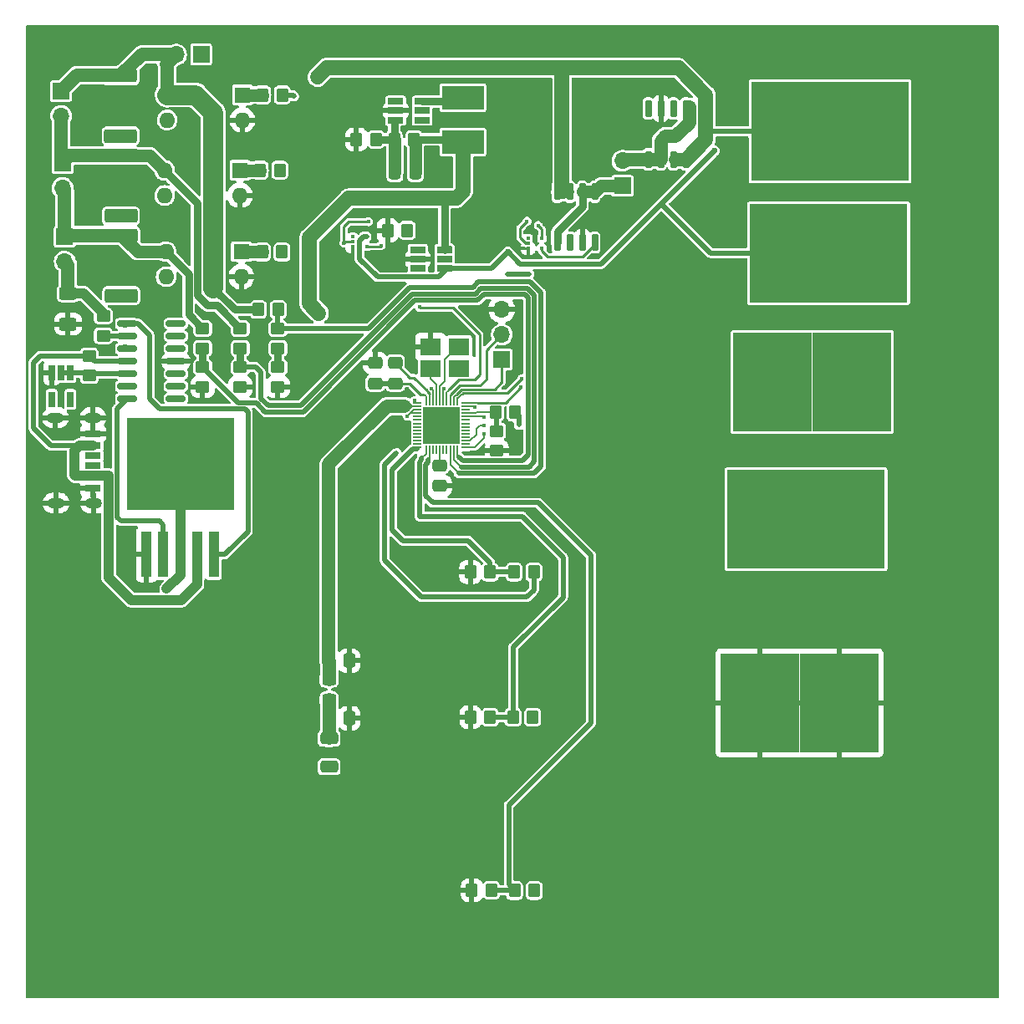
<source format=gbr>
%TF.GenerationSoftware,KiCad,Pcbnew,(6.0.2)*%
%TF.CreationDate,2022-04-11T02:55:30-07:00*%
%TF.ProjectId,schematic,73636865-6d61-4746-9963-2e6b69636164,rev?*%
%TF.SameCoordinates,Original*%
%TF.FileFunction,Copper,L1,Top*%
%TF.FilePolarity,Positive*%
%FSLAX46Y46*%
G04 Gerber Fmt 4.6, Leading zero omitted, Abs format (unit mm)*
G04 Created by KiCad (PCBNEW (6.0.2)) date 2022-04-11 02:55:30*
%MOMM*%
%LPD*%
G01*
G04 APERTURE LIST*
G04 Aperture macros list*
%AMRoundRect*
0 Rectangle with rounded corners*
0 $1 Rounding radius*
0 $2 $3 $4 $5 $6 $7 $8 $9 X,Y pos of 4 corners*
0 Add a 4 corners polygon primitive as box body*
4,1,4,$2,$3,$4,$5,$6,$7,$8,$9,$2,$3,0*
0 Add four circle primitives for the rounded corners*
1,1,$1+$1,$2,$3*
1,1,$1+$1,$4,$5*
1,1,$1+$1,$6,$7*
1,1,$1+$1,$8,$9*
0 Add four rect primitives between the rounded corners*
20,1,$1+$1,$2,$3,$4,$5,0*
20,1,$1+$1,$4,$5,$6,$7,0*
20,1,$1+$1,$6,$7,$8,$9,0*
20,1,$1+$1,$8,$9,$2,$3,0*%
G04 Aperture macros list end*
%TA.AperFunction,SMDPad,CuDef*%
%ADD10RoundRect,0.250000X0.450000X-0.350000X0.450000X0.350000X-0.450000X0.350000X-0.450000X-0.350000X0*%
%TD*%
%TA.AperFunction,SMDPad,CuDef*%
%ADD11RoundRect,0.250000X0.450000X-0.325000X0.450000X0.325000X-0.450000X0.325000X-0.450000X-0.325000X0*%
%TD*%
%TA.AperFunction,SMDPad,CuDef*%
%ADD12RoundRect,0.250000X-0.450000X0.350000X-0.450000X-0.350000X0.450000X-0.350000X0.450000X0.350000X0*%
%TD*%
%TA.AperFunction,SMDPad,CuDef*%
%ADD13R,4.200000X2.400000*%
%TD*%
%TA.AperFunction,SMDPad,CuDef*%
%ADD14R,0.450000X0.300000*%
%TD*%
%TA.AperFunction,SMDPad,CuDef*%
%ADD15R,0.650000X1.560000*%
%TD*%
%TA.AperFunction,SMDPad,CuDef*%
%ADD16RoundRect,0.250000X0.350000X0.450000X-0.350000X0.450000X-0.350000X-0.450000X0.350000X-0.450000X0*%
%TD*%
%TA.AperFunction,SMDPad,CuDef*%
%ADD17RoundRect,0.250000X-0.475000X0.337500X-0.475000X-0.337500X0.475000X-0.337500X0.475000X0.337500X0*%
%TD*%
%TA.AperFunction,ComponentPad*%
%ADD18R,8.000000X10.000000*%
%TD*%
%TA.AperFunction,SMDPad,CuDef*%
%ADD19RoundRect,0.250000X-0.337500X-0.475000X0.337500X-0.475000X0.337500X0.475000X-0.337500X0.475000X0*%
%TD*%
%TA.AperFunction,ComponentPad*%
%ADD20R,1.700000X1.700000*%
%TD*%
%TA.AperFunction,ComponentPad*%
%ADD21O,1.700000X1.700000*%
%TD*%
%TA.AperFunction,SMDPad,CuDef*%
%ADD22RoundRect,0.250000X-0.350000X-0.450000X0.350000X-0.450000X0.350000X0.450000X-0.350000X0.450000X0*%
%TD*%
%TA.AperFunction,SMDPad,CuDef*%
%ADD23R,1.600000X0.700000*%
%TD*%
%TA.AperFunction,SMDPad,CuDef*%
%ADD24R,1.600000X0.760000*%
%TD*%
%TA.AperFunction,SMDPad,CuDef*%
%ADD25R,1.600000X0.800000*%
%TD*%
%TA.AperFunction,ComponentPad*%
%ADD26O,1.700000X1.100000*%
%TD*%
%TA.AperFunction,SMDPad,CuDef*%
%ADD27R,2.100000X1.800000*%
%TD*%
%TA.AperFunction,SMDPad,CuDef*%
%ADD28RoundRect,0.250000X-0.650000X0.350000X-0.650000X-0.350000X0.650000X-0.350000X0.650000X0.350000X0*%
%TD*%
%TA.AperFunction,SMDPad,CuDef*%
%ADD29R,1.100000X4.600000*%
%TD*%
%TA.AperFunction,SMDPad,CuDef*%
%ADD30R,10.800000X9.400000*%
%TD*%
%TA.AperFunction,SMDPad,CuDef*%
%ADD31RoundRect,0.050000X-0.350000X-0.050000X0.350000X-0.050000X0.350000X0.050000X-0.350000X0.050000X0*%
%TD*%
%TA.AperFunction,SMDPad,CuDef*%
%ADD32RoundRect,0.050000X-0.050000X-0.350000X0.050000X-0.350000X0.050000X0.350000X-0.050000X0.350000X0*%
%TD*%
%TA.AperFunction,SMDPad,CuDef*%
%ADD33R,3.700000X3.700000*%
%TD*%
%TA.AperFunction,SMDPad,CuDef*%
%ADD34RoundRect,0.250000X0.625000X-0.400000X0.625000X0.400000X-0.625000X0.400000X-0.625000X-0.400000X0*%
%TD*%
%TA.AperFunction,SMDPad,CuDef*%
%ADD35R,1.560000X0.650000*%
%TD*%
%TA.AperFunction,SMDPad,CuDef*%
%ADD36RoundRect,0.150000X-0.825000X-0.150000X0.825000X-0.150000X0.825000X0.150000X-0.825000X0.150000X0*%
%TD*%
%TA.AperFunction,SMDPad,CuDef*%
%ADD37RoundRect,0.249999X-1.425001X0.450001X-1.425001X-0.450001X1.425001X-0.450001X1.425001X0.450001X0*%
%TD*%
%TA.AperFunction,SMDPad,CuDef*%
%ADD38RoundRect,0.150000X0.150000X-0.725000X0.150000X0.725000X-0.150000X0.725000X-0.150000X-0.725000X0*%
%TD*%
%TA.AperFunction,SMDPad,CuDef*%
%ADD39RoundRect,0.250000X0.337500X0.475000X-0.337500X0.475000X-0.337500X-0.475000X0.337500X-0.475000X0*%
%TD*%
%TA.AperFunction,SMDPad,CuDef*%
%ADD40RoundRect,0.250000X0.475000X-0.337500X0.475000X0.337500X-0.475000X0.337500X-0.475000X-0.337500X0*%
%TD*%
%TA.AperFunction,SMDPad,CuDef*%
%ADD41RoundRect,0.150000X-0.150000X0.725000X-0.150000X-0.725000X0.150000X-0.725000X0.150000X0.725000X0*%
%TD*%
%TA.AperFunction,ComponentPad*%
%ADD42R,1.600000X1.600000*%
%TD*%
%TA.AperFunction,ComponentPad*%
%ADD43O,1.600000X1.600000*%
%TD*%
%TA.AperFunction,ViaPad*%
%ADD44C,0.600000*%
%TD*%
%TA.AperFunction,ViaPad*%
%ADD45C,0.400000*%
%TD*%
%TA.AperFunction,Conductor*%
%ADD46C,1.375000*%
%TD*%
%TA.AperFunction,Conductor*%
%ADD47C,2.000000*%
%TD*%
%TA.AperFunction,Conductor*%
%ADD48C,0.750000*%
%TD*%
%TA.AperFunction,Conductor*%
%ADD49C,1.250000*%
%TD*%
%TA.AperFunction,Conductor*%
%ADD50C,1.000000*%
%TD*%
%TA.AperFunction,Conductor*%
%ADD51C,0.127000*%
%TD*%
%TA.AperFunction,Conductor*%
%ADD52C,0.500000*%
%TD*%
%TA.AperFunction,Conductor*%
%ADD53C,0.250000*%
%TD*%
%TA.AperFunction,Conductor*%
%ADD54C,0.152400*%
%TD*%
%TA.AperFunction,Conductor*%
%ADD55C,1.500000*%
%TD*%
G04 APERTURE END LIST*
D10*
%TO.P,R39,1*%
%TO.N,GND*%
X144489000Y-87798000D03*
%TO.P,R39,2*%
%TO.N,Net-(R39-Pad2)*%
X144489000Y-85798000D03*
%TD*%
D11*
%TO.P,L1,1,1*%
%TO.N,Net-(AE1-Pad1)*%
X127508000Y-112997200D03*
%TO.P,L1,2,2*%
%TO.N,Net-(C2-Pad1)*%
X127508000Y-110947200D03*
%TD*%
D12*
%TO.P,R26,1*%
%TO.N,Net-(BT1-Pad2)*%
X118510000Y-75410400D03*
%TO.P,R26,2*%
%TO.N,CELL_MEAS_2*%
X118510000Y-77410400D03*
%TD*%
D13*
%TO.P,L2,1,1*%
%TO.N,Net-(C11-Pad2)*%
X141064000Y-52020000D03*
%TO.P,L2,2,2*%
%TO.N,+3V3*%
X141064000Y-56520000D03*
%TD*%
D14*
%TO.P,U16,1*%
%TO.N,N/C*%
X129903000Y-66114000D03*
%TO.P,U16,2,A*%
%TO.N,TURBO_EN*%
X129903000Y-66614000D03*
%TO.P,U16,3,GND*%
%TO.N,GND*%
X129903000Y-67114000D03*
%TO.P,U16,4,Y*%
%TO.N,Net-(D3-Pad2)*%
X131303000Y-67114000D03*
%TO.P,U16,5,VCC*%
%TO.N,+5V*%
X131303000Y-66114000D03*
%TD*%
D15*
%TO.P,U15,1*%
%TO.N,Net-(R33-Pad2)*%
X101305400Y-79879200D03*
%TO.P,U15,2*%
X100355400Y-79879200D03*
%TO.P,U15,3*%
%TO.N,GND*%
X99405400Y-79879200D03*
%TO.P,U15,4*%
%TO.N,N/C*%
X99405400Y-82579200D03*
%TO.P,U15,5*%
X101305400Y-82579200D03*
%TD*%
D16*
%TO.P,R10,1*%
%TO.N,Net-(C14-Pad2)*%
X132269000Y-56266000D03*
%TO.P,R10,2*%
%TO.N,GND*%
X130269000Y-56266000D03*
%TD*%
%TO.P,R3,1*%
%TO.N,+3V3*%
X136095000Y-56266000D03*
%TO.P,R3,2*%
%TO.N,Net-(C14-Pad2)*%
X134095000Y-56266000D03*
%TD*%
D17*
%TO.P,C3,1*%
%TO.N,Net-(C3-Pad1)*%
X134202000Y-78897000D03*
%TO.P,C3,2*%
%TO.N,Net-(C3-Pad2)*%
X134202000Y-80972000D03*
%TD*%
D12*
%TO.P,R25,1*%
%TO.N,Net-(R23-Pad2)*%
X122320000Y-79315400D03*
%TO.P,R25,2*%
%TO.N,GND*%
X122320000Y-81315400D03*
%TD*%
D18*
%TO.P,J3,1,Pin_1*%
%TO.N,PWR_UNREG*%
X174251200Y-55448200D03*
X182251200Y-55448200D03*
%TD*%
D19*
%TO.P,C2,1*%
%TO.N,Net-(C2-Pad1)*%
X127482600Y-109067600D03*
%TO.P,C2,2*%
%TO.N,GND*%
X129557600Y-109067600D03*
%TD*%
%TO.P,C1,1*%
%TO.N,Net-(AE1-Pad1)*%
X127508000Y-114884200D03*
%TO.P,C1,2*%
%TO.N,GND*%
X129583000Y-114884200D03*
%TD*%
D20*
%TO.P,SW1,1*%
%TO.N,PWR_UNREG*%
X114547600Y-47667000D03*
D21*
%TO.P,SW1,2*%
%TO.N,+BATT*%
X112007600Y-47667000D03*
%TD*%
D22*
%TO.P,R17,1*%
%TO.N,Net-(R17-Pad1)*%
X120770600Y-51756400D03*
%TO.P,R17,2*%
%TO.N,CELL_DSCHG_3*%
X122770600Y-51756400D03*
%TD*%
D20*
%TO.P,BT2,1,+*%
%TO.N,Net-(BT1-Pad2)*%
X100501400Y-58639800D03*
D21*
%TO.P,BT2,2,-*%
%TO.N,Net-(BT2-Pad2)*%
X100501400Y-61179800D03*
%TD*%
D18*
%TO.P,J6,1,Pin_1*%
%TO.N,+3V3*%
X171806600Y-94716600D03*
X179806600Y-94716600D03*
%TD*%
D16*
%TO.P,R20,1*%
%TO.N,+3V3*%
X148288000Y-132334000D03*
%TO.P,R20,2*%
%TO.N,TEMP_SENSE_1*%
X146288000Y-132334000D03*
%TD*%
%TO.P,R2,1*%
%TO.N,Net-(C9-Pad1)*%
X135429000Y-65471000D03*
%TO.P,R2,2*%
%TO.N,GND*%
X133429000Y-65471000D03*
%TD*%
D23*
%TO.P,J2,A5,CC1*%
%TO.N,Net-(J2-PadA5)*%
X103596600Y-88298000D03*
D24*
%TO.P,J2,A9,VBUS*%
%TO.N,VBUS*%
X103596600Y-90318000D03*
D25*
%TO.P,J2,A12,GND*%
%TO.N,GND*%
X103596600Y-91548000D03*
D23*
%TO.P,J2,B5,CC2*%
%TO.N,Net-(J2-PadB5)*%
X103596600Y-89298000D03*
D24*
%TO.P,J2,B9,VBUS*%
%TO.N,VBUS*%
X103596600Y-87278000D03*
D25*
%TO.P,J2,B12,GND*%
%TO.N,GND*%
X103596600Y-86048000D03*
D26*
%TO.P,J2,S1,SHIELD*%
X99796600Y-84448000D03*
X103646600Y-93098000D03*
X99846600Y-93098000D03*
X103596600Y-84448000D03*
%TD*%
D22*
%TO.P,R18,1*%
%TO.N,Net-(R18-Pad1)*%
X120516600Y-59376400D03*
%TO.P,R18,2*%
%TO.N,CELL_DSCHG_2*%
X122516600Y-59376400D03*
%TD*%
%TO.P,R40,1*%
%TO.N,Net-(R39-Pad2)*%
X144362000Y-83893000D03*
%TO.P,R40,2*%
%TO.N,VBUS*%
X146362000Y-83893000D03*
%TD*%
D27*
%TO.P,Y1,1,1*%
%TO.N,Net-(C6-Pad1)*%
X137779000Y-79448000D03*
%TO.P,Y1,2,2*%
%TO.N,GND*%
X140679000Y-79448000D03*
%TO.P,Y1,3,3*%
%TO.N,Net-(C7-Pad1)*%
X140679000Y-77248000D03*
%TO.P,Y1,4,4*%
%TO.N,GND*%
X137779000Y-77248000D03*
%TD*%
D20*
%TO.P,BT3,1,+*%
%TO.N,Net-(BT2-Pad2)*%
X100730000Y-66107400D03*
D21*
%TO.P,BT3,2,-*%
%TO.N,Net-(BT3-Pad2)*%
X100730000Y-68647400D03*
%TD*%
D28*
%TO.P,AE1,1,FEED*%
%TO.N,Net-(AE1-Pad1)*%
X127508000Y-116916200D03*
%TO.P,AE1,2,PCB_Trace*%
%TO.N,unconnected-(AE1-Pad2)*%
X127508000Y-119816200D03*
%TD*%
D22*
%TO.P,R19,1*%
%TO.N,Net-(R19-Pad1)*%
X120745200Y-67656800D03*
%TO.P,R19,2*%
%TO.N,CELL_DSCHG_1*%
X122745200Y-67656800D03*
%TD*%
D29*
%TO.P,U17,1,GND*%
%TO.N,GND*%
X109020400Y-98307200D03*
%TO.P,U17,2,EN*%
%TO.N,Net-(U17-Pad2)*%
X110720400Y-98307200D03*
%TO.P,U17,3,SW*%
%TO.N,Net-(D4-Pad2)*%
X112420400Y-98307200D03*
D30*
X112420400Y-89157200D03*
D29*
%TO.P,U17,4,VIN*%
%TO.N,VBUS*%
X114120400Y-98307200D03*
%TO.P,U17,5,FB*%
%TO.N,Net-(R34-Pad2)*%
X115820400Y-98307200D03*
%TD*%
D31*
%TO.P,U1,1,VDDA*%
%TO.N,+3V3*%
X136451000Y-82928000D03*
%TO.P,U1,2,LNA_IN*%
%TO.N,Net-(C2-Pad1)*%
X136451000Y-83278000D03*
%TO.P,U1,3,VDD3P3*%
%TO.N,+3V3*%
X136451000Y-83628000D03*
%TO.P,U1,4,VDD3P3*%
X136451000Y-83978000D03*
%TO.P,U1,5,SENSOR_VP*%
%TO.N,unconnected-(U1-Pad5)*%
X136451000Y-84328000D03*
%TO.P,U1,6,SENSOR_CAPP*%
%TO.N,unconnected-(U1-Pad6)*%
X136451000Y-84678000D03*
%TO.P,U1,7,SENSOR_CAPN*%
%TO.N,unconnected-(U1-Pad7)*%
X136451000Y-85028000D03*
%TO.P,U1,8,SENSOR_VN*%
%TO.N,unconnected-(U1-Pad8)*%
X136451000Y-85378000D03*
%TO.P,U1,9,CHIP_PU*%
%TO.N,unconnected-(U1-Pad9)*%
X136451000Y-85728000D03*
%TO.P,U1,10,VDET_1*%
%TO.N,unconnected-(U1-Pad10)*%
X136451000Y-86078000D03*
%TO.P,U1,11,VDET_2*%
%TO.N,unconnected-(U1-Pad11)*%
X136451000Y-86428000D03*
%TO.P,U1,12,32K_XP*%
%TO.N,unconnected-(U1-Pad12)*%
X136451000Y-86778000D03*
%TO.P,U1,13,32K_XN*%
%TO.N,unconnected-(U1-Pad13)*%
X136451000Y-87128000D03*
%TO.P,U1,14,GPIO25*%
%TO.N,TEMP_SENSE_3*%
X136451000Y-87478000D03*
D32*
%TO.P,U1,15,GPIO26*%
%TO.N,TEMP_SENSE_2*%
X137326000Y-87653000D03*
%TO.P,U1,16,GPIO27*%
%TO.N,TEMP_SENSE_1*%
X137676000Y-87653000D03*
%TO.P,U1,17,MTMS*%
%TO.N,unconnected-(U1-Pad17)*%
X138026000Y-87653000D03*
%TO.P,U1,18,MTDI*%
%TO.N,unconnected-(U1-Pad18)*%
X138376000Y-87653000D03*
%TO.P,U1,19,VDD3P3_RTC*%
%TO.N,+3V3*%
X138726000Y-87653000D03*
%TO.P,U1,20,MTCK*%
%TO.N,unconnected-(U1-Pad20)*%
X139076000Y-87653000D03*
%TO.P,U1,21,MTDO*%
%TO.N,unconnected-(U1-Pad21)*%
X139426000Y-87653000D03*
%TO.P,U1,22,GPIO2*%
%TO.N,CELL_MEAS_3*%
X139776000Y-87653000D03*
%TO.P,U1,23,GPIO0*%
%TO.N,CELL_MEAS_2*%
X140126000Y-87653000D03*
%TO.P,U1,24,GPIO4*%
%TO.N,CELL_MEAS_1*%
X140476000Y-87653000D03*
D31*
%TO.P,U1,25,GPIO16*%
%TO.N,CELL_DSCHG_3*%
X141351000Y-87478000D03*
%TO.P,U1,26,VDD_SDIO*%
%TO.N,unconnected-(U1-Pad26)*%
X141351000Y-87128000D03*
%TO.P,U1,27,GPIO17*%
%TO.N,CELL_DSCHG_2*%
X141351000Y-86778000D03*
%TO.P,U1,28,SD_DATA_2*%
%TO.N,unconnected-(U1-Pad28)*%
X141351000Y-86428000D03*
%TO.P,U1,29,SD_DATA_3*%
%TO.N,unconnected-(U1-Pad29)*%
X141351000Y-86078000D03*
%TO.P,U1,30,SD_CMD*%
%TO.N,unconnected-(U1-Pad30)*%
X141351000Y-85728000D03*
%TO.P,U1,31,SD_CLK*%
%TO.N,unconnected-(U1-Pad31)*%
X141351000Y-85378000D03*
%TO.P,U1,32,SD_DATA_0*%
%TO.N,unconnected-(U1-Pad32)*%
X141351000Y-85028000D03*
%TO.P,U1,33,SD_DATA_1*%
%TO.N,unconnected-(U1-Pad33)*%
X141351000Y-84678000D03*
%TO.P,U1,34,GPIO5*%
%TO.N,CELL_DSCHG_1*%
X141351000Y-84328000D03*
%TO.P,U1,35,GPIO18*%
%TO.N,Net-(R39-Pad2)*%
X141351000Y-83978000D03*
%TO.P,U1,36,GPIO23*%
%TO.N,unconnected-(U1-Pad36)*%
X141351000Y-83628000D03*
%TO.P,U1,37,VDD3P3_CPU*%
%TO.N,Net-(C10-Pad1)*%
X141351000Y-83278000D03*
%TO.P,U1,38,GPIO19*%
%TO.N,DRIVER_EN*%
X141351000Y-82928000D03*
D32*
%TO.P,U1,39,GPIO22*%
%TO.N,~DRIVER_DIR*%
X140476000Y-82753000D03*
%TO.P,U1,40,U0RXD*%
%TO.N,RXD*%
X140126000Y-82753000D03*
%TO.P,U1,41,U0TXD*%
%TO.N,TXD*%
X139776000Y-82753000D03*
%TO.P,U1,42,GPIO21*%
%TO.N,TURBO_EN*%
X139426000Y-82753000D03*
%TO.P,U1,43,VDDA*%
%TO.N,+3V3*%
X139076000Y-82753000D03*
%TO.P,U1,44,XTAL_N*%
%TO.N,Net-(C7-Pad1)*%
X138726000Y-82753000D03*
%TO.P,U1,45,XTAL_P*%
%TO.N,Net-(C6-Pad1)*%
X138376000Y-82753000D03*
%TO.P,U1,46,VDDA*%
%TO.N,+3V3*%
X138026000Y-82753000D03*
%TO.P,U1,47,CAP2*%
%TO.N,Net-(C3-Pad1)*%
X137676000Y-82753000D03*
%TO.P,U1,48,CAP1*%
%TO.N,Net-(C3-Pad2)*%
X137326000Y-82753000D03*
D33*
%TO.P,U1,49,GND_EP*%
%TO.N,GND*%
X138901000Y-85203000D03*
%TD*%
D16*
%TO.P,TH1,1*%
%TO.N,TEMP_SENSE_1*%
X143967200Y-132308600D03*
%TO.P,TH1,2*%
%TO.N,GND*%
X141967200Y-132308600D03*
%TD*%
D18*
%TO.P,J7,1,Pin_1*%
%TO.N,VBUS*%
X180440600Y-80822800D03*
X172440600Y-80822800D03*
%TD*%
D34*
%TO.P,R4,1*%
%TO.N,GND*%
X101060200Y-74947800D03*
%TO.P,R4,2*%
%TO.N,Net-(BT3-Pad2)*%
X101060200Y-71847800D03*
%TD*%
D16*
%TO.P,R21,1*%
%TO.N,+3V3*%
X148135600Y-114782600D03*
%TO.P,R21,2*%
%TO.N,TEMP_SENSE_2*%
X146135600Y-114782600D03*
%TD*%
D14*
%TO.P,U8,1*%
%TO.N,N/C*%
X147661400Y-66276600D03*
%TO.P,U8,2,A*%
%TO.N,Net-(U18-Pad2)*%
X147661400Y-66776600D03*
%TO.P,U8,3,GND*%
%TO.N,GND*%
X147661400Y-67276600D03*
%TO.P,U8,4,Y*%
%TO.N,Net-(U4-Pad4)*%
X149061400Y-67276600D03*
%TO.P,U8,5,VCC*%
%TO.N,+5V*%
X149061400Y-66276600D03*
%TD*%
D16*
%TO.P,TH2,1*%
%TO.N,TEMP_SENSE_2*%
X143824200Y-114782600D03*
%TO.P,TH2,2*%
%TO.N,GND*%
X141824200Y-114782600D03*
%TD*%
D18*
%TO.P,J5,1,Pin_1*%
%TO.N,+5V*%
X182091600Y-67767200D03*
X174091600Y-67767200D03*
%TD*%
D35*
%TO.P,U19,1,BOOTSTRP*%
%TO.N,Net-(C11-Pad1)*%
X134253000Y-52395000D03*
%TO.P,U19,2,GND*%
%TO.N,GND*%
X134253000Y-53345000D03*
%TO.P,U19,3,FB*%
%TO.N,Net-(C14-Pad2)*%
X134253000Y-54295000D03*
%TO.P,U19,4,EN*%
%TO.N,TURBO_EN*%
X136953000Y-54295000D03*
%TO.P,U19,5,VIN*%
%TO.N,PWR_UNREG*%
X136953000Y-53345000D03*
%TO.P,U19,6,LX/SW*%
%TO.N,Net-(C11-Pad2)*%
X136953000Y-52395000D03*
%TD*%
D18*
%TO.P,J8,1,Pin_1*%
%TO.N,GND*%
X171152400Y-113334800D03*
X179152400Y-113334800D03*
%TD*%
D12*
%TO.P,R27,1*%
%TO.N,CELL_MEAS_2*%
X118510000Y-79315400D03*
%TO.P,R27,2*%
%TO.N,GND*%
X118510000Y-81315400D03*
%TD*%
D36*
%TO.P,U5,1*%
%TO.N,Net-(R34-Pad2)*%
X107043400Y-74905200D03*
%TO.P,U5,2,-*%
%TO.N,Net-(R5-Pad1)*%
X107043400Y-76175200D03*
%TO.P,U5,3,+*%
%TO.N,Net-(R34-Pad1)*%
X107043400Y-77445200D03*
%TO.P,U5,4,V+*%
%TO.N,VBUS*%
X107043400Y-78715200D03*
%TO.P,U5,5,+*%
%TO.N,Net-(R33-Pad2)*%
X107043400Y-79985200D03*
%TO.P,U5,6,-*%
%TO.N,Net-(R30-Pad2)*%
X107043400Y-81255200D03*
%TO.P,U5,7*%
%TO.N,Net-(U17-Pad2)*%
X107043400Y-82525200D03*
%TO.P,U5,8*%
%TO.N,N/C*%
X111993400Y-82525200D03*
%TO.P,U5,9*%
X111993400Y-81255200D03*
%TO.P,U5,10*%
X111993400Y-79985200D03*
%TO.P,U5,11,V-*%
%TO.N,GND*%
X111993400Y-78715200D03*
%TO.P,U5,12*%
%TO.N,N/C*%
X111993400Y-77445200D03*
%TO.P,U5,13*%
X111993400Y-76175200D03*
%TO.P,U5,14*%
X111993400Y-74905200D03*
%TD*%
D16*
%TO.P,TH3,1*%
%TO.N,TEMP_SENSE_3*%
X143805400Y-100076000D03*
%TO.P,TH3,2*%
%TO.N,GND*%
X141805400Y-100076000D03*
%TD*%
D37*
%TO.P,R16,1*%
%TO.N,Net-(BT2-Pad2)*%
X106470400Y-65978400D03*
%TO.P,R16,2*%
%TO.N,Net-(R16-Pad2)*%
X106470400Y-72078400D03*
%TD*%
D38*
%TO.P,U4,1,S*%
%TO.N,Net-(J1-Pad1)*%
X150622000Y-66710000D03*
%TO.P,U4,2,G*%
%TO.N,Net-(U18-Pad7)*%
X151892000Y-66710000D03*
%TO.P,U4,3,S*%
%TO.N,GND*%
X153162000Y-66710000D03*
%TO.P,U4,4,G*%
%TO.N,Net-(U4-Pad4)*%
X154432000Y-66710000D03*
%TO.P,U4,5,D*%
%TO.N,Net-(J1-Pad1)*%
X154432000Y-61560000D03*
%TO.P,U4,6,D*%
X153162000Y-61560000D03*
%TO.P,U4,7,D*%
%TO.N,PWR_UNREG*%
X151892000Y-61560000D03*
%TO.P,U4,8,D*%
X150622000Y-61560000D03*
%TD*%
D17*
%TO.P,C8,1*%
%TO.N,+3V3*%
X138709400Y-89259500D03*
%TO.P,C8,2*%
%TO.N,GND*%
X138709400Y-91334500D03*
%TD*%
D39*
%TO.P,C14,1*%
%TO.N,+3V3*%
X136241700Y-59588400D03*
%TO.P,C14,2*%
%TO.N,Net-(C14-Pad2)*%
X134166700Y-59588400D03*
%TD*%
D40*
%TO.P,C4,1*%
%TO.N,Net-(C3-Pad2)*%
X132170000Y-80972000D03*
%TO.P,C4,2*%
%TO.N,GND*%
X132170000Y-78897000D03*
%TD*%
D16*
%TO.P,R24,1*%
%TO.N,+3V3*%
X148243800Y-100076000D03*
%TO.P,R24,2*%
%TO.N,TEMP_SENSE_3*%
X146243800Y-100076000D03*
%TD*%
D22*
%TO.P,R22,1*%
%TO.N,+BATT*%
X120351800Y-73482200D03*
%TO.P,R22,2*%
%TO.N,CELL_MEAS_3*%
X122351800Y-73482200D03*
%TD*%
D20*
%TO.P,J1,1,Pin_1*%
%TO.N,Net-(J1-Pad1)*%
X157226000Y-60965000D03*
D21*
%TO.P,J1,2,Pin_2*%
%TO.N,Net-(J1-Pad2)*%
X157226000Y-58425000D03*
%TD*%
D20*
%TO.P,BT1,1,+*%
%TO.N,+BATT*%
X100349000Y-51350000D03*
D21*
%TO.P,BT1,2,-*%
%TO.N,Net-(BT1-Pad2)*%
X100349000Y-53890000D03*
%TD*%
D41*
%TO.P,U3,1,S*%
%TO.N,Net-(J1-Pad2)*%
X163652200Y-53127200D03*
%TO.P,U3,2,G*%
%TO.N,Net-(U3-Pad2)*%
X162382200Y-53127200D03*
%TO.P,U3,3,S*%
%TO.N,GND*%
X161112200Y-53127200D03*
%TO.P,U3,4,G*%
%TO.N,Net-(U2-Pad4)*%
X159842200Y-53127200D03*
%TO.P,U3,5,D*%
%TO.N,Net-(J1-Pad2)*%
X159842200Y-58277200D03*
%TO.P,U3,6,D*%
X161112200Y-58277200D03*
%TO.P,U3,7,D*%
%TO.N,PWR_UNREG*%
X162382200Y-58277200D03*
%TO.P,U3,8,D*%
X163652200Y-58277200D03*
%TD*%
D35*
%TO.P,U20,1,EN_A*%
%TO.N,Net-(C9-Pad1)*%
X136492000Y-67442000D03*
%TO.P,U20,2,GND*%
%TO.N,GND*%
X136492000Y-68392000D03*
%TO.P,U20,3,EN_B*%
%TO.N,PWR_UNREG*%
X136492000Y-69342000D03*
%TO.P,U20,4,Vout_B*%
%TO.N,+5V*%
X139192000Y-69342000D03*
%TO.P,U20,5,Vin*%
%TO.N,PWR_UNREG*%
X139192000Y-68392000D03*
%TO.P,U20,6,Vout_A*%
%TO.N,+3V3*%
X139192000Y-67442000D03*
%TD*%
D12*
%TO.P,R23,1*%
%TO.N,CELL_MEAS_3*%
X122320000Y-75410400D03*
%TO.P,R23,2*%
%TO.N,Net-(R23-Pad2)*%
X122320000Y-77410400D03*
%TD*%
%TO.P,R33,1*%
%TO.N,VBUS*%
X103219200Y-78188400D03*
%TO.P,R33,2*%
%TO.N,Net-(R33-Pad2)*%
X103219200Y-80188400D03*
%TD*%
D20*
%TO.P,J4,1,Pin_1*%
%TO.N,RXD*%
X144997000Y-78559000D03*
D21*
%TO.P,J4,2,Pin_2*%
%TO.N,TXD*%
X144997000Y-76019000D03*
%TO.P,J4,3,Pin_3*%
%TO.N,GND*%
X144997000Y-73479000D03*
%TD*%
D12*
%TO.P,R29,1*%
%TO.N,CELL_MEAS_1*%
X114700000Y-79315400D03*
%TO.P,R29,2*%
%TO.N,GND*%
X114700000Y-81315400D03*
%TD*%
D37*
%TO.P,R15,1*%
%TO.N,Net-(BT1-Pad2)*%
X106419600Y-57901200D03*
%TO.P,R15,2*%
%TO.N,Net-(R15-Pad2)*%
X106419600Y-64001200D03*
%TD*%
D12*
%TO.P,R28,1*%
%TO.N,Net-(BT2-Pad2)*%
X114700000Y-75410400D03*
%TO.P,R28,2*%
%TO.N,CELL_MEAS_1*%
X114700000Y-77410400D03*
%TD*%
D37*
%TO.P,R12,1*%
%TO.N,+BATT*%
X106394200Y-49798600D03*
%TO.P,R12,2*%
%TO.N,Net-(R12-Pad2)*%
X106394200Y-55898600D03*
%TD*%
D10*
%TO.P,R5,1*%
%TO.N,Net-(R5-Pad1)*%
X104641600Y-76149800D03*
%TO.P,R5,2*%
%TO.N,Net-(BT3-Pad2)*%
X104641600Y-74149800D03*
%TD*%
D42*
%TO.P,U14,1*%
%TO.N,Net-(R19-Pad1)*%
X118627000Y-67626400D03*
D43*
%TO.P,U14,2*%
%TO.N,GND*%
X118627000Y-70166400D03*
%TO.P,U14,3*%
%TO.N,Net-(U11-Pad3)*%
X111007000Y-70166400D03*
%TO.P,U14,4*%
%TO.N,Net-(BT2-Pad2)*%
X111007000Y-67626400D03*
%TD*%
D42*
%TO.P,U12,1*%
%TO.N,Net-(R17-Pad1)*%
X118728600Y-51751400D03*
D43*
%TO.P,U12,2*%
%TO.N,GND*%
X118728600Y-54291400D03*
%TO.P,U12,3*%
%TO.N,Net-(U12-Pad3)*%
X111108600Y-54291400D03*
%TO.P,U12,4*%
%TO.N,+BATT*%
X111108600Y-51751400D03*
%TD*%
D42*
%TO.P,U13,1*%
%TO.N,Net-(R18-Pad1)*%
X118474600Y-59396800D03*
D43*
%TO.P,U13,2*%
%TO.N,GND*%
X118474600Y-61936800D03*
%TO.P,U13,3*%
%TO.N,Net-(U10-Pad3)*%
X110854600Y-61936800D03*
%TO.P,U13,4*%
%TO.N,Net-(BT1-Pad2)*%
X110854600Y-59396800D03*
%TD*%
D44*
%TO.N,+BATT*%
X115773200Y-71323200D03*
%TO.N,Net-(BT1-Pad2)*%
X106419600Y-57901200D03*
%TO.N,Net-(BT2-Pad2)*%
X106470400Y-65978400D03*
%TO.N,Net-(BT3-Pad2)*%
X104641600Y-74149800D03*
D45*
%TO.N,GND*%
X120700800Y-76631800D03*
X147294600Y-58801000D03*
X129032000Y-83870800D03*
X139979400Y-86487000D03*
X103886000Y-132638800D03*
X167055800Y-54178200D03*
X126822200Y-84404200D03*
X107492800Y-116128800D03*
X122351800Y-86969600D03*
X157099000Y-54533800D03*
X123164600Y-71399400D03*
X124917200Y-80746600D03*
D44*
X106248200Y-98094800D03*
D45*
X135686800Y-63601600D03*
X134315200Y-63627000D03*
X154355800Y-56261000D03*
X154533600Y-52044600D03*
X158470600Y-117627400D03*
D44*
X106349800Y-95834200D03*
D45*
X137871200Y-84150200D03*
X147294600Y-51790600D03*
X123291600Y-93878400D03*
D44*
X140309600Y-79578200D03*
D45*
X124637800Y-87274400D03*
X138912600Y-85318600D03*
X124485400Y-85902800D03*
X122123200Y-131851400D03*
D44*
X106248200Y-99187000D03*
D45*
X147650200Y-62484000D03*
X145338800Y-64465200D03*
X126923800Y-85852000D03*
X128727200Y-82296000D03*
X144653000Y-87807800D03*
X158800800Y-126263400D03*
X124739400Y-77622400D03*
X127101600Y-77419200D03*
D44*
X118516400Y-81330800D03*
D45*
X137820400Y-86360000D03*
X145846800Y-87833200D03*
X158623000Y-111379000D03*
X132867400Y-63576200D03*
X158191200Y-51181000D03*
X139954000Y-84023200D03*
X162941000Y-59766200D03*
X122021600Y-70078600D03*
D44*
X138201400Y-77190600D03*
D45*
X123215400Y-89890600D03*
X147320000Y-54889400D03*
D44*
X106324400Y-96951800D03*
D45*
X145821400Y-86156800D03*
X126492000Y-79476600D03*
X115697000Y-115747800D03*
%TO.N,Net-(C3-Pad1)*%
X134230900Y-78925900D03*
%TO.N,Net-(C3-Pad2)*%
X134202000Y-80972000D03*
D44*
%TO.N,+3V3*%
X139700000Y-67259200D03*
X138709400Y-89259500D03*
X126466600Y-73863200D03*
D45*
X148135600Y-114782600D03*
X139141200Y-81508600D03*
D44*
X141064000Y-56520000D03*
D45*
X136144000Y-82727800D03*
X148243800Y-100076000D03*
X134340600Y-88011000D03*
D44*
X136095000Y-56266000D03*
D45*
X148361400Y-132410200D03*
X135432800Y-84302600D03*
X137896600Y-81483200D03*
D44*
%TO.N,Net-(C6-Pad1)*%
X138074400Y-79578200D03*
%TO.N,Net-(C7-Pad1)*%
X140589000Y-77241400D03*
%TO.N,Net-(C9-Pad1)*%
X136652000Y-67411600D03*
D45*
X135429000Y-65471000D03*
D44*
%TO.N,Net-(C11-Pad1)*%
X134162800Y-52298600D03*
%TO.N,+5V*%
X145618200Y-67640200D03*
X166524859Y-57407451D03*
X139242800Y-69545200D03*
D45*
X148691500Y-64966000D03*
D44*
%TO.N,Net-(D4-Pad2)*%
X111059600Y-101777800D03*
X112420400Y-89157200D03*
X113817400Y-89128600D03*
X113868200Y-90170000D03*
X112420400Y-90347800D03*
D45*
%TO.N,Net-(J1-Pad1)*%
X152247600Y-64008000D03*
%TO.N,Net-(J1-Pad2)*%
X159842200Y-58277200D03*
D44*
%TO.N,Net-(R5-Pad1)*%
X104768600Y-76099000D03*
%TO.N,Net-(R34-Pad1)*%
X106902200Y-77292800D03*
%TO.N,Net-(R12-Pad2)*%
X106394200Y-56277600D03*
X106400600Y-55524400D03*
%TO.N,Net-(R15-Pad2)*%
X106273600Y-63601600D03*
X106292600Y-64380200D03*
%TO.N,Net-(R16-Pad2)*%
X106394200Y-71746200D03*
X106368800Y-72432000D03*
D45*
%TO.N,CELL_DSCHG_3*%
X143205200Y-86055200D03*
X123952000Y-51892200D03*
%TO.N,CELL_DSCHG_2*%
X122504200Y-59385200D03*
X143205200Y-85217000D03*
%TO.N,CELL_DSCHG_1*%
X143205200Y-84353400D03*
X122745200Y-67656800D03*
D44*
%TO.N,Net-(R30-Pad2)*%
X106953000Y-81280600D03*
%TO.N,Net-(R34-Pad2)*%
X106902200Y-75083000D03*
%TO.N,Net-(C11-Pad2)*%
X136953000Y-52395000D03*
D45*
%TO.N,~DRIVER_DIR*%
X147040600Y-80492600D03*
%TO.N,Net-(U2-Pad4)*%
X159842200Y-53127200D03*
%TO.N,DRIVER_EN*%
X145567400Y-69926200D03*
X146951364Y-81341651D03*
X147777200Y-69900800D03*
%TO.N,Net-(J2-PadA5)*%
X103545800Y-88205800D03*
%TO.N,Net-(J2-PadB5)*%
X103596600Y-89374200D03*
%TO.N,Net-(D3-Pad2)*%
X132790000Y-66995000D03*
%TO.N,TURBO_EN*%
X129006600Y-66751200D03*
X136931400Y-54305200D03*
X136652000Y-73253600D03*
X131470400Y-64592200D03*
%TO.N,Net-(U18-Pad7)*%
X151892000Y-66710000D03*
%TO.N,PWR_UNREG*%
X162382200Y-58277200D03*
X150622000Y-61560000D03*
D44*
X139141200Y-68351400D03*
X126326900Y-49949100D03*
X136956800Y-53365400D03*
X136525000Y-69367400D03*
%TO.N,VBUS*%
X114147600Y-98018600D03*
X114046000Y-97104200D03*
D45*
X146710400Y-85191600D03*
D44*
X114120400Y-98807800D03*
D45*
%TO.N,Net-(C10-Pad1)*%
X142290800Y-83388200D03*
%TO.N,Net-(U3-Pad2)*%
X162382200Y-53127200D03*
%TO.N,Net-(U18-Pad2)*%
X147548600Y-64557400D03*
%TD*%
D46*
%TO.N,Net-(AE1-Pad1)*%
X127508000Y-112997200D02*
X127508000Y-114884200D01*
X127508000Y-116916200D02*
X127508000Y-114884200D01*
%TO.N,+BATT*%
X111048800Y-48625800D02*
X111108600Y-48685600D01*
X106320000Y-49724400D02*
X106394200Y-49798600D01*
X108525800Y-47667000D02*
X106394200Y-49798600D01*
D47*
X111108600Y-51751400D02*
X113981400Y-51751400D01*
D48*
X117932200Y-73482200D02*
X115773200Y-71323200D01*
X120351800Y-73482200D02*
X117932200Y-73482200D01*
D46*
X111108600Y-48685600D02*
X111108600Y-51751400D01*
X101974600Y-49724400D02*
X106320000Y-49724400D01*
X112007600Y-47667000D02*
X111048800Y-48625800D01*
X100349000Y-51350000D02*
X101974600Y-49724400D01*
X112007600Y-47667000D02*
X108525800Y-47667000D01*
D47*
X115773200Y-53543200D02*
X115773200Y-71323200D01*
X113981400Y-51751400D02*
X115773200Y-53543200D01*
D48*
%TO.N,Net-(BT1-Pad2)*%
X116152911Y-73053311D02*
X115151254Y-73053311D01*
X118510000Y-75410400D02*
X116152911Y-73053311D01*
X114144689Y-62686889D02*
X110854600Y-59396800D01*
D49*
X110854600Y-59396800D02*
X109359000Y-57901200D01*
D46*
X100349000Y-53890000D02*
X100349000Y-58487400D01*
D48*
X114144689Y-72046746D02*
X114144689Y-62686889D01*
D46*
X100349000Y-58487400D02*
X100501400Y-58639800D01*
D49*
X109359000Y-57901200D02*
X106419600Y-57901200D01*
D46*
X101240000Y-57901200D02*
X100501400Y-58639800D01*
D48*
X115151254Y-73053311D02*
X114144689Y-72046746D01*
D46*
X106419600Y-57901200D02*
X101240000Y-57901200D01*
D49*
%TO.N,Net-(BT2-Pad2)*%
X108118400Y-67626400D02*
X106470400Y-65978400D01*
D48*
X114700000Y-75410400D02*
X113268178Y-73978578D01*
D46*
X100730000Y-66107400D02*
X100730000Y-61408400D01*
X100730000Y-61408400D02*
X100501400Y-61179800D01*
D49*
X111007000Y-67626400D02*
X108118400Y-67626400D01*
D48*
X113268178Y-69887578D02*
X111007000Y-67626400D01*
D46*
X106470400Y-65978400D02*
X100859000Y-65978400D01*
X100859000Y-65978400D02*
X100730000Y-66107400D01*
D48*
X113268178Y-73978578D02*
X113268178Y-69887578D01*
D50*
%TO.N,Net-(BT3-Pad2)*%
X102635000Y-71847800D02*
X101060200Y-71847800D01*
X104641600Y-74149800D02*
X104641600Y-73854400D01*
D46*
X101060200Y-68977600D02*
X100730000Y-68647400D01*
X101060200Y-71847800D02*
X101060200Y-68977600D01*
D50*
X104641600Y-73854400D02*
X102635000Y-71847800D01*
D46*
%TO.N,Net-(C2-Pad1)*%
X127508000Y-109093000D02*
X127482600Y-109067600D01*
X135153400Y-83286600D02*
X133350000Y-83286600D01*
D51*
X136451000Y-83278000D02*
X135720800Y-83278000D01*
D46*
X127508000Y-110947200D02*
X127508000Y-109093000D01*
X133350000Y-83286600D02*
X127482600Y-89154000D01*
D52*
X135712200Y-83286600D02*
X135153400Y-83286600D01*
D51*
X135720800Y-83278000D02*
X135712200Y-83286600D01*
D46*
X127482600Y-89154000D02*
X127482600Y-109194600D01*
D53*
%TO.N,Net-(C3-Pad1)*%
X137396699Y-81669099D02*
X136118600Y-80391000D01*
X137396699Y-81745299D02*
X137396699Y-81669099D01*
X137676000Y-82024600D02*
X137396699Y-81745299D01*
X134230900Y-78925900D02*
X134202000Y-78897000D01*
D54*
X137676000Y-82050000D02*
X137676000Y-82024600D01*
D53*
X135696000Y-80391000D02*
X134230900Y-78925900D01*
X136118600Y-80391000D02*
X135696000Y-80391000D01*
D54*
X137676000Y-82753000D02*
X137676000Y-82050000D01*
D52*
%TO.N,Net-(C3-Pad2)*%
X132170000Y-80972000D02*
X134202000Y-80972000D01*
D54*
X137326000Y-82753000D02*
X137326000Y-82309600D01*
D53*
X137083800Y-82067400D02*
X136779000Y-82067400D01*
D54*
X137326000Y-82309600D02*
X137083800Y-82067400D01*
D53*
X136779000Y-82067400D02*
X135683600Y-80972000D01*
X135683600Y-80972000D02*
X134202000Y-80972000D01*
D54*
%TO.N,+3V3*%
X136107400Y-83628000D02*
X135432800Y-84302600D01*
D49*
X136241700Y-56412700D02*
X136095000Y-56266000D01*
D52*
X148243800Y-101895400D02*
X148243800Y-100076000D01*
D55*
X140360400Y-62230000D02*
X139217400Y-62230000D01*
D54*
X138726000Y-89242900D02*
X138709400Y-89259500D01*
X148288000Y-132336800D02*
X148361400Y-132410200D01*
D52*
X134340600Y-88011000D02*
X133121400Y-89230200D01*
D54*
X136451000Y-82928000D02*
X136344200Y-82928000D01*
D48*
X140810000Y-56266000D02*
X141064000Y-56520000D01*
D54*
X136451000Y-83978000D02*
X135757400Y-83978000D01*
D52*
X147523200Y-102616000D02*
X148243800Y-101895400D01*
D55*
X141064000Y-61526400D02*
X140360400Y-62230000D01*
D48*
X136095000Y-56266000D02*
X140810000Y-56266000D01*
D49*
X136241700Y-59588400D02*
X136241700Y-56412700D01*
D52*
X136855200Y-102616000D02*
X147523200Y-102616000D01*
X133121400Y-98882200D02*
X136855200Y-102616000D01*
D55*
X129844800Y-62230000D02*
X129463800Y-62230000D01*
D52*
X139192000Y-62255400D02*
X139217400Y-62230000D01*
D55*
X141064000Y-56520000D02*
X141064000Y-61526400D01*
D54*
X138026000Y-81612600D02*
X137896600Y-81483200D01*
X136451000Y-83628000D02*
X136107400Y-83628000D01*
X148288000Y-132334000D02*
X148288000Y-132336800D01*
D55*
X125501400Y-66192400D02*
X125501400Y-72898000D01*
D54*
X138726000Y-87653000D02*
X138726000Y-89242900D01*
X136344200Y-82928000D02*
X136144000Y-82727800D01*
D55*
X125501400Y-72898000D02*
X126466600Y-73863200D01*
D48*
X139192000Y-67442000D02*
X139192000Y-62255400D01*
D52*
X139039600Y-67289600D02*
X139192000Y-67442000D01*
D54*
X139076000Y-81573800D02*
X139141200Y-81508600D01*
X135757400Y-83978000D02*
X135432800Y-84302600D01*
X139076000Y-82753000D02*
X139076000Y-81573800D01*
D52*
X133121400Y-89230200D02*
X133121400Y-98882200D01*
D54*
X138026000Y-82753000D02*
X138026000Y-81612600D01*
D55*
X139217400Y-62230000D02*
X129844800Y-62230000D01*
X129463800Y-62230000D02*
X125501400Y-66192400D01*
D54*
%TO.N,Net-(C6-Pad1)*%
X137779000Y-79448000D02*
X137779000Y-80500400D01*
X138376000Y-81097400D02*
X138376000Y-82753000D01*
X137779000Y-80500400D02*
X138376000Y-81097400D01*
%TO.N,Net-(C7-Pad1)*%
X138715499Y-82742499D02*
X138715499Y-81248501D01*
X138715499Y-81248501D02*
X139217400Y-80746600D01*
X139217400Y-78559600D02*
X140529000Y-77248000D01*
X139217400Y-80746600D02*
X139217400Y-78559600D01*
X138726000Y-82753000D02*
X138715499Y-82742499D01*
X140529000Y-77248000D02*
X140679000Y-77248000D01*
D49*
%TO.N,Net-(C14-Pad2)*%
X134166700Y-59588400D02*
X134166700Y-56337700D01*
D48*
X134095000Y-56266000D02*
X134095000Y-54453000D01*
X134095000Y-54453000D02*
X134253000Y-54295000D01*
D49*
X134166700Y-56337700D02*
X134095000Y-56266000D01*
D48*
X134095000Y-56266000D02*
X132269000Y-56266000D01*
D52*
%TO.N,+5V*%
X138582400Y-70205600D02*
X132410200Y-70205600D01*
X146862800Y-68884800D02*
X145618200Y-67640200D01*
X143916400Y-69342000D02*
X139192000Y-69342000D01*
X139242800Y-69545200D02*
X138582400Y-70205600D01*
X155047510Y-68884800D02*
X146862800Y-68884800D01*
X166524859Y-57407451D02*
X161153255Y-62779055D01*
X132410200Y-70205600D02*
X130606800Y-68402200D01*
X166141400Y-67767200D02*
X174091600Y-67767200D01*
X161153255Y-62779055D02*
X166141400Y-67767200D01*
D53*
X149061400Y-65335900D02*
X148691500Y-64966000D01*
D52*
X161153255Y-62779055D02*
X155047510Y-68884800D01*
X130606800Y-66497200D02*
X130990000Y-66114000D01*
X130990000Y-66114000D02*
X131303000Y-66114000D01*
D53*
X149061400Y-66276600D02*
X149061400Y-65335900D01*
D52*
X145618200Y-67640200D02*
X143916400Y-69342000D01*
X130606800Y-68402200D02*
X130606800Y-66497200D01*
D50*
%TO.N,Net-(D4-Pad2)*%
X112420400Y-98307200D02*
X112420400Y-90347800D01*
X112420400Y-90347800D02*
X112420400Y-89157200D01*
X112420400Y-100417000D02*
X111059600Y-101777800D01*
X112420400Y-98307200D02*
X112420400Y-100417000D01*
D49*
%TO.N,Net-(J1-Pad1)*%
X157226000Y-60965000D02*
X155027000Y-60965000D01*
D48*
X153162000Y-63093600D02*
X153162000Y-61560000D01*
X152247600Y-64008000D02*
X153162000Y-63093600D01*
D49*
X153162000Y-61560000D02*
X154432000Y-61560000D01*
D48*
X150622000Y-65633600D02*
X152247600Y-64008000D01*
D49*
X155027000Y-60965000D02*
X154432000Y-61560000D01*
D48*
X150622000Y-66710000D02*
X150622000Y-65633600D01*
D46*
%TO.N,Net-(J1-Pad2)*%
X162610800Y-55930800D02*
X163982400Y-54559200D01*
X163982400Y-54559200D02*
X163982400Y-52984400D01*
X161112200Y-58277200D02*
X159842200Y-58277200D01*
X161112200Y-58277200D02*
X161112200Y-56413400D01*
X161594800Y-55930800D02*
X162610800Y-55930800D01*
X157373800Y-58277200D02*
X157226000Y-58425000D01*
X159842200Y-58277200D02*
X157373800Y-58277200D01*
X161112200Y-56413400D02*
X161594800Y-55930800D01*
D52*
%TO.N,Net-(R5-Pad1)*%
X104844800Y-76175200D02*
X104768600Y-76099000D01*
X107043400Y-76175200D02*
X104844800Y-76175200D01*
D49*
%TO.N,Net-(R17-Pad1)*%
X118728600Y-51751400D02*
X120765600Y-51751400D01*
X120765600Y-51751400D02*
X120770600Y-51756400D01*
D54*
%TO.N,CELL_DSCHG_3*%
X141351000Y-87478000D02*
X142239600Y-87478000D01*
X142239600Y-87478000D02*
X143205200Y-86512400D01*
D52*
X122774800Y-51756400D02*
X122783600Y-51765200D01*
X122770600Y-51756400D02*
X123816200Y-51756400D01*
D54*
X143205200Y-86512400D02*
X143205200Y-86055200D01*
D52*
X122770600Y-51756400D02*
X122774800Y-51756400D01*
X123816200Y-51756400D02*
X123952000Y-51892200D01*
D49*
%TO.N,Net-(R18-Pad1)*%
X120516600Y-59376400D02*
X118495000Y-59376400D01*
X118495000Y-59376400D02*
X118474600Y-59396800D01*
D54*
%TO.N,CELL_DSCHG_2*%
X142392400Y-86144000D02*
X142392400Y-85598000D01*
X142392400Y-85598000D02*
X142773400Y-85217000D01*
D52*
X122513000Y-59376400D02*
X122504200Y-59385200D01*
D54*
X141758400Y-86778000D02*
X142392400Y-86144000D01*
D52*
X122516600Y-59376400D02*
X122513000Y-59376400D01*
D54*
X142773400Y-85217000D02*
X143205200Y-85217000D01*
X141351000Y-86778000D02*
X141758400Y-86778000D01*
D49*
%TO.N,Net-(R19-Pad1)*%
X118657400Y-67656800D02*
X118627000Y-67626400D01*
X120745200Y-67656800D02*
X118657400Y-67656800D01*
D54*
%TO.N,CELL_DSCHG_1*%
X143179800Y-84328000D02*
X141351000Y-84328000D01*
X143205200Y-84353400D02*
X143179800Y-84328000D01*
%TO.N,TEMP_SENSE_1*%
X137676000Y-87653000D02*
X137676000Y-88553320D01*
D52*
X137998200Y-93065600D02*
X137303920Y-92371320D01*
X146288000Y-132334000D02*
X145694400Y-131740400D01*
X154051000Y-115341400D02*
X154051000Y-98399600D01*
X137303920Y-89184914D02*
X137507120Y-88981714D01*
X145694400Y-123698000D02*
X154051000Y-115341400D01*
X137507120Y-88981714D02*
X137507120Y-88722200D01*
X146288000Y-132334000D02*
X143992600Y-132334000D01*
X143992600Y-132334000D02*
X143967200Y-132308600D01*
X148717000Y-93065600D02*
X137998200Y-93065600D01*
X145694400Y-131740400D02*
X145694400Y-123698000D01*
X154051000Y-98399600D02*
X148717000Y-93065600D01*
D54*
X137676000Y-88553320D02*
X137507120Y-88722200D01*
D52*
X137303920Y-92371320D02*
X137303920Y-89184914D01*
%TO.N,TEMP_SENSE_2*%
X136880600Y-88544400D02*
X136880600Y-88722200D01*
X143824200Y-114782600D02*
X146135600Y-114782600D01*
D54*
X137326000Y-87653000D02*
X137326000Y-88099000D01*
X137326000Y-88099000D02*
X136880600Y-88544400D01*
D52*
X151206200Y-98602800D02*
X151206200Y-102641400D01*
X147066000Y-94462600D02*
X151206200Y-98602800D01*
X146135600Y-107712000D02*
X146135600Y-114782600D01*
X136880600Y-88722200D02*
X136677400Y-88925400D01*
X136677400Y-88925400D02*
X136677400Y-94462600D01*
X136677400Y-94462600D02*
X147066000Y-94462600D01*
X151206200Y-102641400D02*
X146135600Y-107712000D01*
D54*
%TO.N,CELL_MEAS_3*%
X139776000Y-89230000D02*
X139776000Y-87653000D01*
D52*
X147870360Y-70705160D02*
X142635374Y-70705160D01*
X148971000Y-89357200D02*
X148971000Y-71805800D01*
X140614400Y-90068400D02*
X140622840Y-90076840D01*
X140622840Y-90076840D02*
X148251360Y-90076840D01*
X122320000Y-75410400D02*
X122320000Y-73600400D01*
X142635374Y-70705160D02*
X142059653Y-71280880D01*
X142059653Y-71280880D02*
X136730748Y-71280880D01*
X135686982Y-71275170D02*
X131551752Y-75410400D01*
X148251360Y-90076840D02*
X148971000Y-89357200D01*
X131551752Y-75410400D02*
X122320000Y-75410400D01*
D54*
X140614400Y-90068400D02*
X139776000Y-89230000D01*
D52*
X136730748Y-71280880D02*
X136725037Y-71275170D01*
X148971000Y-71805800D02*
X147870360Y-70705160D01*
X136725037Y-71275170D02*
X135686982Y-71275170D01*
D48*
%TO.N,Net-(R23-Pad2)*%
X122320000Y-79315400D02*
X122320000Y-77410400D01*
D52*
%TO.N,TEMP_SENSE_3*%
X133908800Y-95859600D02*
X133908800Y-89712800D01*
X143805400Y-100076000D02*
X143805400Y-99101400D01*
X136017080Y-87604520D02*
X136451000Y-87604520D01*
X141605000Y-96901000D02*
X134950200Y-96901000D01*
X143805400Y-99101400D02*
X141605000Y-96901000D01*
X146243800Y-100076000D02*
X143805400Y-100076000D01*
X134950200Y-96901000D02*
X133908800Y-95859600D01*
X133908800Y-89712800D02*
X136017080Y-87604520D01*
%TO.N,CELL_MEAS_2*%
X135946496Y-71901690D02*
X136465524Y-71901690D01*
X120573800Y-79832200D02*
X120573800Y-82499200D01*
X124612386Y-83235800D02*
X135946496Y-71901690D01*
X142894887Y-71331680D02*
X147604900Y-71331680D01*
X121310400Y-83235800D02*
X124612386Y-83235800D01*
X148310600Y-88900000D02*
X147760280Y-89450320D01*
X136465524Y-71901690D02*
X136471234Y-71907400D01*
X148310600Y-72037380D02*
X148310600Y-88900000D01*
X120573800Y-82499200D02*
X121310400Y-83235800D01*
D54*
X140126000Y-88741800D02*
X140792200Y-89408000D01*
D52*
X120057000Y-79315400D02*
X120573800Y-79832200D01*
X147604900Y-71331680D02*
X148310600Y-72037380D01*
X136471234Y-71907400D02*
X142319166Y-71907400D01*
D54*
X140126000Y-87653000D02*
X140126000Y-88741800D01*
D52*
X142319166Y-71907400D02*
X142894887Y-71331680D01*
X118510000Y-79315400D02*
X120057000Y-79315400D01*
X147760280Y-89450320D02*
X140868400Y-89450320D01*
D48*
X118510000Y-79315400D02*
X118510000Y-77410400D01*
D52*
%TO.N,CELL_MEAS_1*%
X142544800Y-72567800D02*
X143154400Y-71958200D01*
X141046200Y-88823800D02*
X140665200Y-88442800D01*
X147650200Y-88239600D02*
X147066000Y-88823800D01*
D48*
X114700000Y-79315400D02*
X114700000Y-77410400D01*
D54*
X140476000Y-87653000D02*
X140476000Y-88253600D01*
D52*
X120125089Y-82936509D02*
X121050891Y-83862311D01*
X118321109Y-82936509D02*
X120125089Y-82936509D01*
X147345400Y-71958200D02*
X147650200Y-72263000D01*
X147650200Y-72263000D02*
X147650200Y-88239600D01*
X121050891Y-83862311D02*
X124871909Y-83862311D01*
X147066000Y-88823800D02*
X141046200Y-88823800D01*
X136206010Y-72528210D02*
X136245600Y-72567800D01*
X114700000Y-79315400D02*
X118321109Y-82936509D01*
X124871909Y-83862311D02*
X136206010Y-72528210D01*
X143154400Y-71958200D02*
X147345400Y-71958200D01*
D54*
X140476000Y-88253600D02*
X140665200Y-88442800D01*
D52*
X136245600Y-72567800D02*
X142544800Y-72567800D01*
%TO.N,Net-(R33-Pad2)*%
X100355400Y-79879200D02*
X101305400Y-79879200D01*
X107043400Y-79985200D02*
X103422400Y-79985200D01*
X103422400Y-79985200D02*
X103219200Y-80188400D01*
X102910000Y-79879200D02*
X103219200Y-80188400D01*
X101305400Y-79879200D02*
X102910000Y-79879200D01*
%TO.N,Net-(R34-Pad2)*%
X115820400Y-98307200D02*
X116932400Y-98307200D01*
X109296200Y-76073000D02*
X108128400Y-74905200D01*
X109296200Y-82499200D02*
X109296200Y-76073000D01*
X116932400Y-98307200D02*
X119278400Y-95961200D01*
X110363000Y-83566000D02*
X109296200Y-82499200D01*
X118948200Y-83566000D02*
X110363000Y-83566000D01*
X119278400Y-95961200D02*
X119278400Y-83896200D01*
X108128400Y-74905200D02*
X107043400Y-74905200D01*
X119278400Y-83896200D02*
X118948200Y-83566000D01*
D54*
%TO.N,Net-(R39-Pad2)*%
X144362000Y-83893000D02*
X142428567Y-83893000D01*
D52*
X144489000Y-85798000D02*
X144489000Y-84020000D01*
X144489000Y-84020000D02*
X144362000Y-83893000D01*
D54*
X142343567Y-83978000D02*
X141351000Y-83978000D01*
X142428567Y-83893000D02*
X142343567Y-83978000D01*
D48*
%TO.N,Net-(C11-Pad2)*%
X140689000Y-52395000D02*
X141064000Y-52020000D01*
X136953000Y-52395000D02*
X140689000Y-52395000D01*
D53*
%TO.N,RXD*%
X140912200Y-81559400D02*
X144297400Y-81559400D01*
D54*
X140126000Y-82345600D02*
X140404200Y-82067400D01*
D53*
X144297400Y-81559400D02*
X144997000Y-80859800D01*
D54*
X140126000Y-82753000D02*
X140126000Y-82345600D01*
D53*
X144997000Y-80859800D02*
X144997000Y-78559000D01*
X140404200Y-82067400D02*
X140912200Y-81559400D01*
%TO.N,TXD*%
X139776000Y-82143800D02*
X140736920Y-81182880D01*
D54*
X139776000Y-82753000D02*
X139776000Y-82194600D01*
D53*
X139776000Y-82194600D02*
X139776000Y-82143800D01*
X142768920Y-81182880D02*
X143408400Y-80543400D01*
X140736920Y-81182880D02*
X142768920Y-81182880D01*
X143408400Y-80543400D02*
X143408400Y-77607600D01*
X143408400Y-77607600D02*
X144997000Y-76019000D01*
D54*
%TO.N,~DRIVER_DIR*%
X140476000Y-82753000D02*
X140476000Y-82536000D01*
D53*
X141046200Y-81965800D02*
X140970000Y-82042000D01*
D54*
X140476000Y-82536000D02*
X140970000Y-82042000D01*
D53*
X145567400Y-81965800D02*
X141046200Y-81965800D01*
X147040600Y-80492600D02*
X145567400Y-81965800D01*
%TO.N,DRIVER_EN*%
X145365015Y-82928000D02*
X146951364Y-81341651D01*
D54*
X141351000Y-82928000D02*
X142491000Y-82928000D01*
D53*
X142491000Y-82928000D02*
X145365015Y-82928000D01*
D52*
X147777200Y-69900800D02*
X145592800Y-69900800D01*
X145592800Y-69900800D02*
X145567400Y-69926200D01*
D53*
%TO.N,Net-(D3-Pad2)*%
X131303000Y-67114000D02*
X132671000Y-67114000D01*
X132671000Y-67114000D02*
X132790000Y-66995000D01*
%TO.N,TURBO_EN*%
X142748000Y-75996800D02*
X142748000Y-80111600D01*
X129006600Y-66751200D02*
X129143800Y-66614000D01*
X129143800Y-66614000D02*
X129903000Y-66614000D01*
X129006600Y-65100200D02*
X129006600Y-66751200D01*
D54*
X139426000Y-82753000D02*
X139426000Y-81858800D01*
X139426000Y-81858800D02*
X139547600Y-81737200D01*
D53*
X131470400Y-64592200D02*
X129514600Y-64592200D01*
X136953000Y-54295000D02*
X136941600Y-54295000D01*
X136941600Y-54295000D02*
X136931400Y-54305200D01*
X142240000Y-80619600D02*
X140665200Y-80619600D01*
X140665200Y-80619600D02*
X139750800Y-81534000D01*
X136652000Y-73253600D02*
X136728200Y-73329800D01*
X136728200Y-73329800D02*
X140081000Y-73329800D01*
X142748000Y-80111600D02*
X142240000Y-80619600D01*
X129514600Y-64592200D02*
X129006600Y-65100200D01*
D54*
X139547600Y-81737200D02*
X139750800Y-81534000D01*
D53*
X140081000Y-73329800D02*
X142748000Y-75996800D01*
D52*
%TO.N,Net-(U17-Pad2)*%
X106045000Y-94513400D02*
X106045000Y-83523600D01*
X110720400Y-98307200D02*
X110720400Y-95302600D01*
X110720400Y-95302600D02*
X110337600Y-94919800D01*
X106045000Y-83523600D02*
X107043400Y-82525200D01*
X110337600Y-94919800D02*
X106451400Y-94919800D01*
X106451400Y-94919800D02*
X106045000Y-94513400D01*
D46*
%TO.N,PWR_UNREG*%
X163652200Y-58277200D02*
X162613720Y-58277200D01*
D52*
X174251200Y-55448200D02*
X165989000Y-55448200D01*
D55*
X165658800Y-51765200D02*
X165658800Y-55778400D01*
X165658800Y-55778400D02*
X165658800Y-56270600D01*
D48*
X151892000Y-61560000D02*
X151190400Y-61560000D01*
X151190400Y-61560000D02*
X150622000Y-61560000D01*
D55*
X151104600Y-61474200D02*
X151190400Y-61560000D01*
X151104600Y-48996600D02*
X162890200Y-48996600D01*
X162890200Y-48996600D02*
X165658800Y-51765200D01*
X126326900Y-49949100D02*
X127279400Y-48996600D01*
D52*
X165989000Y-55448200D02*
X165658800Y-55778400D01*
D55*
X151104600Y-48996600D02*
X151104600Y-61474200D01*
X165658800Y-56270600D02*
X163652200Y-58277200D01*
X127279400Y-48996600D02*
X151104600Y-48996600D01*
D52*
%TO.N,VBUS*%
X146710400Y-85191600D02*
X146710400Y-84241400D01*
D50*
X103596600Y-87278000D02*
X102213578Y-87278000D01*
X101717000Y-90238400D02*
X101796600Y-90318000D01*
X102213578Y-87278000D02*
X101717000Y-87774578D01*
X114120400Y-101347800D02*
X112556200Y-102912000D01*
X101717000Y-87774578D02*
X101717000Y-90238400D01*
X105168489Y-100619489D02*
X105168489Y-90318000D01*
X114120400Y-98807800D02*
X114120400Y-98307200D01*
D52*
X97561400Y-85496400D02*
X99343000Y-87278000D01*
X103746000Y-78715200D02*
X103219200Y-78188400D01*
D50*
X114120400Y-98807800D02*
X114120400Y-101347800D01*
X105168489Y-90318000D02*
X103596600Y-90318000D01*
D52*
X98240000Y-78188400D02*
X97561400Y-78867000D01*
D50*
X112556200Y-102912000D02*
X107461000Y-102912000D01*
X107461000Y-102912000D02*
X105168489Y-100619489D01*
X101796600Y-90318000D02*
X103596600Y-90318000D01*
D52*
X97561400Y-78867000D02*
X97561400Y-85496400D01*
X99343000Y-87278000D02*
X102213578Y-87278000D01*
X103219200Y-78188400D02*
X98240000Y-78188400D01*
X146710400Y-84241400D02*
X146362000Y-83893000D01*
X107043400Y-78715200D02*
X103746000Y-78715200D01*
D54*
%TO.N,Net-(C10-Pad1)*%
X142180600Y-83278000D02*
X141351000Y-83278000D01*
X142290800Y-83388200D02*
X142180600Y-83278000D01*
D53*
%TO.N,Net-(U4-Pad4)*%
X149061400Y-67578200D02*
X149631400Y-68148200D01*
X154432000Y-66882835D02*
X154432000Y-66710000D01*
X149061400Y-67276600D02*
X149061400Y-67578200D01*
X149631400Y-68148200D02*
X153166635Y-68148200D01*
X153166635Y-68148200D02*
X154432000Y-66882835D01*
%TO.N,Net-(U18-Pad2)*%
X146837400Y-66192400D02*
X146837400Y-65268600D01*
X147661400Y-66776600D02*
X147421600Y-66776600D01*
X146837400Y-65268600D02*
X147548600Y-64557400D01*
X147421600Y-66776600D02*
X146837400Y-66192400D01*
%TD*%
%TA.AperFunction,Conductor*%
%TO.N,GND*%
G36*
X195272121Y-44720002D02*
G01*
X195318614Y-44773658D01*
X195330000Y-44826000D01*
X195330000Y-143134000D01*
X195309998Y-143202121D01*
X195256342Y-143248614D01*
X195204000Y-143260000D01*
X96896000Y-143260000D01*
X96827879Y-143239998D01*
X96781386Y-143186342D01*
X96770000Y-143134000D01*
X96770000Y-132805695D01*
X140859201Y-132805695D01*
X140859538Y-132812214D01*
X140869457Y-132907806D01*
X140872349Y-132921200D01*
X140923788Y-133075384D01*
X140929961Y-133088562D01*
X141015263Y-133226407D01*
X141024299Y-133237808D01*
X141139029Y-133352339D01*
X141150440Y-133361351D01*
X141288443Y-133446416D01*
X141301624Y-133452563D01*
X141455910Y-133503738D01*
X141469286Y-133506605D01*
X141563638Y-133516272D01*
X141570054Y-133516600D01*
X141695085Y-133516600D01*
X141710324Y-133512125D01*
X141711529Y-133510735D01*
X141713200Y-133503052D01*
X141713200Y-132580715D01*
X141708725Y-132565476D01*
X141707335Y-132564271D01*
X141699652Y-132562600D01*
X140877316Y-132562600D01*
X140862077Y-132567075D01*
X140860872Y-132568465D01*
X140859201Y-132576148D01*
X140859201Y-132805695D01*
X96770000Y-132805695D01*
X96770000Y-132036485D01*
X140859200Y-132036485D01*
X140863675Y-132051724D01*
X140865065Y-132052929D01*
X140872748Y-132054600D01*
X141695085Y-132054600D01*
X141710324Y-132050125D01*
X141711529Y-132048735D01*
X141713200Y-132041052D01*
X141713200Y-131118716D01*
X141708725Y-131103477D01*
X141707335Y-131102272D01*
X141699652Y-131100601D01*
X141570105Y-131100601D01*
X141563586Y-131100938D01*
X141467994Y-131110857D01*
X141454600Y-131113749D01*
X141300416Y-131165188D01*
X141287238Y-131171361D01*
X141149393Y-131256663D01*
X141137992Y-131265699D01*
X141023461Y-131380429D01*
X141014449Y-131391840D01*
X140929384Y-131529843D01*
X140923237Y-131543024D01*
X140872062Y-131697310D01*
X140869195Y-131710686D01*
X140859528Y-131805038D01*
X140859200Y-131811455D01*
X140859200Y-132036485D01*
X96770000Y-132036485D01*
X96770000Y-119418823D01*
X126357500Y-119418823D01*
X126357501Y-120213576D01*
X126364149Y-120274780D01*
X126414474Y-120409024D01*
X126419854Y-120416203D01*
X126419856Y-120416206D01*
X126495072Y-120516565D01*
X126500454Y-120523746D01*
X126507635Y-120529128D01*
X126607994Y-120604344D01*
X126607997Y-120604346D01*
X126615176Y-120609726D01*
X126704561Y-120643234D01*
X126742025Y-120657279D01*
X126742027Y-120657279D01*
X126749420Y-120660051D01*
X126757270Y-120660904D01*
X126757271Y-120660904D01*
X126807217Y-120666330D01*
X126810623Y-120666700D01*
X127507897Y-120666700D01*
X128205376Y-120666699D01*
X128208770Y-120666330D01*
X128208776Y-120666330D01*
X128258722Y-120660905D01*
X128258726Y-120660904D01*
X128266580Y-120660051D01*
X128400824Y-120609726D01*
X128408003Y-120604346D01*
X128408006Y-120604344D01*
X128508365Y-120529128D01*
X128515546Y-120523746D01*
X128520928Y-120516565D01*
X128596144Y-120416206D01*
X128596146Y-120416203D01*
X128601526Y-120409024D01*
X128651851Y-120274780D01*
X128658500Y-120213577D01*
X128658499Y-119418824D01*
X128651851Y-119357620D01*
X128601526Y-119223376D01*
X128596146Y-119216197D01*
X128596144Y-119216194D01*
X128520928Y-119115835D01*
X128515546Y-119108654D01*
X128508365Y-119103272D01*
X128408006Y-119028056D01*
X128408003Y-119028054D01*
X128400824Y-119022674D01*
X128311439Y-118989166D01*
X128273975Y-118975121D01*
X128273973Y-118975121D01*
X128266580Y-118972349D01*
X128258730Y-118971496D01*
X128258729Y-118971496D01*
X128208774Y-118966069D01*
X128208773Y-118966069D01*
X128205377Y-118965700D01*
X127508103Y-118965700D01*
X126810624Y-118965701D01*
X126807230Y-118966070D01*
X126807224Y-118966070D01*
X126757278Y-118971495D01*
X126757274Y-118971496D01*
X126749420Y-118972349D01*
X126615176Y-119022674D01*
X126607997Y-119028054D01*
X126607994Y-119028056D01*
X126507635Y-119103272D01*
X126500454Y-119108654D01*
X126495072Y-119115835D01*
X126419856Y-119216194D01*
X126419854Y-119216197D01*
X126414474Y-119223376D01*
X126364149Y-119357620D01*
X126357500Y-119418823D01*
X96770000Y-119418823D01*
X96770000Y-93363768D01*
X98521902Y-93363768D01*
X98559154Y-93490342D01*
X98563747Y-93501710D01*
X98654166Y-93674666D01*
X98660882Y-93684928D01*
X98783168Y-93837020D01*
X98791752Y-93845786D01*
X98941256Y-93971236D01*
X98951367Y-93978160D01*
X99122398Y-94072184D01*
X99133662Y-94077012D01*
X99319695Y-94136025D01*
X99331684Y-94138573D01*
X99483547Y-94155607D01*
X99490571Y-94156000D01*
X99574485Y-94156000D01*
X99589724Y-94151525D01*
X99590929Y-94150135D01*
X99592600Y-94142452D01*
X99592600Y-94137885D01*
X100100600Y-94137885D01*
X100105075Y-94153124D01*
X100106465Y-94154329D01*
X100114148Y-94156000D01*
X100195724Y-94156000D01*
X100201872Y-94155699D01*
X100346961Y-94141473D01*
X100358996Y-94139090D01*
X100545823Y-94082683D01*
X100557165Y-94078008D01*
X100729479Y-93986388D01*
X100739695Y-93979601D01*
X100890935Y-93856253D01*
X100899639Y-93847609D01*
X101024038Y-93697237D01*
X101030897Y-93687069D01*
X101123721Y-93515393D01*
X101128471Y-93504093D01*
X101170195Y-93369307D01*
X101170276Y-93363768D01*
X102321902Y-93363768D01*
X102359154Y-93490342D01*
X102363747Y-93501710D01*
X102454166Y-93674666D01*
X102460882Y-93684928D01*
X102583168Y-93837020D01*
X102591752Y-93845786D01*
X102741256Y-93971236D01*
X102751367Y-93978160D01*
X102922398Y-94072184D01*
X102933662Y-94077012D01*
X103119695Y-94136025D01*
X103131684Y-94138573D01*
X103283547Y-94155607D01*
X103290571Y-94156000D01*
X103374485Y-94156000D01*
X103389724Y-94151525D01*
X103390929Y-94150135D01*
X103392600Y-94142452D01*
X103392600Y-93370115D01*
X103388125Y-93354876D01*
X103386735Y-93353671D01*
X103379052Y-93352000D01*
X102336553Y-93352000D01*
X102323022Y-93355973D01*
X102321902Y-93363768D01*
X101170276Y-93363768D01*
X101170401Y-93355205D01*
X101163645Y-93352000D01*
X100118715Y-93352000D01*
X100103476Y-93356475D01*
X100102271Y-93357865D01*
X100100600Y-93365548D01*
X100100600Y-94137885D01*
X99592600Y-94137885D01*
X99592600Y-93370115D01*
X99588125Y-93354876D01*
X99586735Y-93353671D01*
X99579052Y-93352000D01*
X98536553Y-93352000D01*
X98523022Y-93355973D01*
X98521902Y-93363768D01*
X96770000Y-93363768D01*
X96770000Y-92840795D01*
X98522799Y-92840795D01*
X98529555Y-92844000D01*
X99574485Y-92844000D01*
X99589724Y-92839525D01*
X99590929Y-92838135D01*
X99592600Y-92830452D01*
X99592600Y-92825885D01*
X100100600Y-92825885D01*
X100105075Y-92841124D01*
X100106465Y-92842329D01*
X100114148Y-92844000D01*
X101156647Y-92844000D01*
X101170178Y-92840027D01*
X101171298Y-92832232D01*
X101134046Y-92705658D01*
X101129453Y-92694290D01*
X101039034Y-92521334D01*
X101032318Y-92511072D01*
X100910032Y-92358980D01*
X100901448Y-92350214D01*
X100751944Y-92224764D01*
X100741833Y-92217840D01*
X100570802Y-92123816D01*
X100559538Y-92118988D01*
X100373505Y-92059975D01*
X100361516Y-92057427D01*
X100209653Y-92040393D01*
X100202629Y-92040000D01*
X100118715Y-92040000D01*
X100103476Y-92044475D01*
X100102271Y-92045865D01*
X100100600Y-92053548D01*
X100100600Y-92825885D01*
X99592600Y-92825885D01*
X99592600Y-92058115D01*
X99588125Y-92042876D01*
X99586735Y-92041671D01*
X99579052Y-92040000D01*
X99497476Y-92040000D01*
X99491328Y-92040301D01*
X99346239Y-92054527D01*
X99334204Y-92056910D01*
X99147377Y-92113317D01*
X99136035Y-92117992D01*
X98963721Y-92209612D01*
X98953505Y-92216399D01*
X98802265Y-92339747D01*
X98793561Y-92348391D01*
X98669162Y-92498763D01*
X98662303Y-92508931D01*
X98569479Y-92680607D01*
X98564729Y-92691907D01*
X98523005Y-92826693D01*
X98522799Y-92840795D01*
X96770000Y-92840795D01*
X96770000Y-91992669D01*
X102288601Y-91992669D01*
X102288971Y-91999490D01*
X102294495Y-92050352D01*
X102298121Y-92065604D01*
X102343276Y-92186054D01*
X102351814Y-92201649D01*
X102428315Y-92303724D01*
X102440875Y-92316284D01*
X102445731Y-92319923D01*
X102488248Y-92376781D01*
X102493277Y-92447599D01*
X102471296Y-92492764D01*
X102472610Y-92493650D01*
X102462303Y-92508931D01*
X102369479Y-92680607D01*
X102364729Y-92691907D01*
X102323005Y-92826693D01*
X102322799Y-92840795D01*
X102329555Y-92844000D01*
X103374485Y-92844000D01*
X103389724Y-92839525D01*
X103390929Y-92838135D01*
X103392600Y-92830452D01*
X103392600Y-92514115D01*
X103388126Y-92498876D01*
X103386088Y-92497111D01*
X103347704Y-92437385D01*
X103342600Y-92401886D01*
X103342600Y-91820115D01*
X103338125Y-91804876D01*
X103336735Y-91803671D01*
X103329052Y-91802000D01*
X102306716Y-91802000D01*
X102291477Y-91806475D01*
X102290272Y-91807865D01*
X102288601Y-91815548D01*
X102288601Y-91992669D01*
X96770000Y-91992669D01*
X96770000Y-78901392D01*
X97056924Y-78901392D01*
X97058797Y-78910168D01*
X97059408Y-78919125D01*
X97059402Y-78919125D01*
X97060900Y-78933318D01*
X97060900Y-85426219D01*
X97059572Y-85438104D01*
X97060082Y-85438145D01*
X97059362Y-85447091D01*
X97057381Y-85455847D01*
X97059444Y-85489090D01*
X97060658Y-85508664D01*
X97060900Y-85516467D01*
X97060900Y-85532340D01*
X97061535Y-85536774D01*
X97062348Y-85542450D01*
X97063378Y-85552506D01*
X97064407Y-85569086D01*
X97066259Y-85598938D01*
X97069307Y-85607382D01*
X97070076Y-85611094D01*
X97073743Y-85625799D01*
X97074804Y-85629427D01*
X97076077Y-85638318D01*
X97095339Y-85680682D01*
X97099146Y-85690037D01*
X97111891Y-85725343D01*
X97111893Y-85725347D01*
X97114940Y-85733787D01*
X97120235Y-85741035D01*
X97122011Y-85744375D01*
X97129674Y-85757489D01*
X97131703Y-85760661D01*
X97135416Y-85768828D01*
X97141271Y-85775623D01*
X97141273Y-85775626D01*
X97165787Y-85804075D01*
X97172075Y-85811995D01*
X97179922Y-85822736D01*
X97190665Y-85833479D01*
X97197023Y-85840325D01*
X97229000Y-85877437D01*
X97236534Y-85882320D01*
X97243296Y-85888219D01*
X97243292Y-85888224D01*
X97254386Y-85897200D01*
X98939465Y-87582278D01*
X98946932Y-87591624D01*
X98947322Y-87591292D01*
X98953140Y-87598128D01*
X98957930Y-87605720D01*
X98964658Y-87611662D01*
X98964659Y-87611663D01*
X98997609Y-87640763D01*
X99003297Y-87646110D01*
X99014507Y-87657320D01*
X99018093Y-87660008D01*
X99018096Y-87660010D01*
X99022677Y-87663444D01*
X99030518Y-87669827D01*
X99065388Y-87700623D01*
X99073513Y-87704438D01*
X99076683Y-87706520D01*
X99089670Y-87714323D01*
X99092994Y-87716143D01*
X99100176Y-87721526D01*
X99143160Y-87737640D01*
X99143736Y-87737856D01*
X99153053Y-87741783D01*
X99187034Y-87757737D01*
X99187037Y-87757738D01*
X99195163Y-87761553D01*
X99204037Y-87762935D01*
X99207650Y-87764039D01*
X99222307Y-87767885D01*
X99226010Y-87768699D01*
X99234420Y-87771852D01*
X99280843Y-87775302D01*
X99290856Y-87776452D01*
X99304009Y-87778500D01*
X99319204Y-87778500D01*
X99328542Y-87778846D01*
X99377392Y-87782476D01*
X99386168Y-87780603D01*
X99395125Y-87779992D01*
X99395125Y-87779998D01*
X99409318Y-87778500D01*
X100840500Y-87778500D01*
X100908621Y-87798502D01*
X100955114Y-87852158D01*
X100966500Y-87904500D01*
X100966500Y-90171946D01*
X100965067Y-90190896D01*
X100961852Y-90212030D01*
X100962445Y-90219322D01*
X100962445Y-90219325D01*
X100966085Y-90264075D01*
X100966500Y-90274289D01*
X100966500Y-90282222D01*
X100966925Y-90285866D01*
X100969754Y-90310136D01*
X100970187Y-90314511D01*
X100976039Y-90386459D01*
X100978294Y-90393421D01*
X100979452Y-90399216D01*
X100980809Y-90404958D01*
X100981657Y-90412228D01*
X101006306Y-90480136D01*
X101007723Y-90484264D01*
X101025486Y-90539094D01*
X101029973Y-90552946D01*
X101033768Y-90559200D01*
X101036231Y-90564579D01*
X101038873Y-90569855D01*
X101041369Y-90576731D01*
X101080948Y-90637099D01*
X101083295Y-90640819D01*
X101117848Y-90697761D01*
X101117853Y-90697768D01*
X101120761Y-90702560D01*
X101124473Y-90706762D01*
X101124474Y-90706764D01*
X101128085Y-90710852D01*
X101128060Y-90710874D01*
X101130806Y-90713969D01*
X101133309Y-90716963D01*
X101137323Y-90723085D01*
X101142636Y-90728118D01*
X101192952Y-90775783D01*
X101195394Y-90778161D01*
X101218922Y-90801689D01*
X101231309Y-90816102D01*
X101239641Y-90827425D01*
X101239645Y-90827429D01*
X101243983Y-90833324D01*
X101283800Y-90867151D01*
X101291304Y-90874071D01*
X101296903Y-90879670D01*
X101318951Y-90897114D01*
X101322327Y-90899883D01*
X101371775Y-90941892D01*
X101371778Y-90941894D01*
X101377355Y-90946632D01*
X101383874Y-90949960D01*
X101388784Y-90953235D01*
X101393804Y-90956336D01*
X101399549Y-90960881D01*
X101406187Y-90963983D01*
X101406188Y-90963984D01*
X101464943Y-90991444D01*
X101468889Y-90993372D01*
X101533216Y-91026219D01*
X101540325Y-91027958D01*
X101545860Y-91030017D01*
X101551468Y-91031883D01*
X101558093Y-91034979D01*
X101565253Y-91036468D01*
X101565255Y-91036469D01*
X101628784Y-91049683D01*
X101633068Y-91050653D01*
X101703206Y-91067815D01*
X101708806Y-91068162D01*
X101708810Y-91068163D01*
X101714248Y-91068500D01*
X101714246Y-91068531D01*
X101718370Y-91068780D01*
X101722272Y-91069128D01*
X101729430Y-91070617D01*
X101805978Y-91068546D01*
X101809386Y-91068500D01*
X102162600Y-91068500D01*
X102230721Y-91088502D01*
X102277214Y-91142158D01*
X102288600Y-91194500D01*
X102288600Y-91275885D01*
X102293075Y-91291124D01*
X102294465Y-91292329D01*
X102302148Y-91294000D01*
X103724600Y-91294000D01*
X103792721Y-91314002D01*
X103839214Y-91367658D01*
X103850600Y-91420000D01*
X103850600Y-91981885D01*
X103855074Y-91997124D01*
X103857112Y-91998889D01*
X103895496Y-92058615D01*
X103900600Y-92094114D01*
X103900600Y-94137885D01*
X103905075Y-94153124D01*
X103906465Y-94154329D01*
X103914148Y-94156000D01*
X103995724Y-94156000D01*
X104001872Y-94155699D01*
X104146961Y-94141473D01*
X104158996Y-94139090D01*
X104255571Y-94109932D01*
X104326565Y-94109391D01*
X104386582Y-94147318D01*
X104416566Y-94211673D01*
X104417989Y-94230554D01*
X104417989Y-100553035D01*
X104416556Y-100571985D01*
X104415823Y-100576806D01*
X104413341Y-100593119D01*
X104413934Y-100600411D01*
X104413934Y-100600414D01*
X104417574Y-100645164D01*
X104417989Y-100655378D01*
X104417989Y-100663311D01*
X104418414Y-100666955D01*
X104421243Y-100691225D01*
X104421676Y-100695600D01*
X104427528Y-100767548D01*
X104429783Y-100774510D01*
X104430941Y-100780305D01*
X104432298Y-100786047D01*
X104433146Y-100793317D01*
X104457795Y-100861225D01*
X104459212Y-100865353D01*
X104476684Y-100919285D01*
X104481462Y-100934035D01*
X104485257Y-100940289D01*
X104487720Y-100945668D01*
X104490362Y-100950944D01*
X104492858Y-100957820D01*
X104523224Y-101004136D01*
X104532437Y-101018188D01*
X104534784Y-101021908D01*
X104569337Y-101078850D01*
X104569342Y-101078857D01*
X104572250Y-101083649D01*
X104575962Y-101087851D01*
X104575963Y-101087853D01*
X104579574Y-101091941D01*
X104579549Y-101091963D01*
X104582295Y-101095058D01*
X104584798Y-101098052D01*
X104588812Y-101104174D01*
X104594125Y-101109207D01*
X104644441Y-101156872D01*
X104646883Y-101159250D01*
X106883322Y-103395689D01*
X106895709Y-103410102D01*
X106904041Y-103421425D01*
X106904045Y-103421429D01*
X106908383Y-103427324D01*
X106948200Y-103461151D01*
X106955704Y-103468071D01*
X106961303Y-103473670D01*
X106983351Y-103491114D01*
X106986727Y-103493883D01*
X107036175Y-103535892D01*
X107036178Y-103535894D01*
X107041755Y-103540632D01*
X107048274Y-103543960D01*
X107053184Y-103547235D01*
X107058204Y-103550336D01*
X107063949Y-103554881D01*
X107070587Y-103557983D01*
X107070588Y-103557984D01*
X107129343Y-103585444D01*
X107133289Y-103587372D01*
X107197616Y-103620219D01*
X107204725Y-103621958D01*
X107210260Y-103624017D01*
X107215868Y-103625883D01*
X107222493Y-103628979D01*
X107229653Y-103630468D01*
X107229655Y-103630469D01*
X107293184Y-103643683D01*
X107297468Y-103644653D01*
X107367606Y-103661815D01*
X107373206Y-103662162D01*
X107373210Y-103662163D01*
X107378648Y-103662500D01*
X107378646Y-103662531D01*
X107382770Y-103662780D01*
X107386672Y-103663128D01*
X107393830Y-103664617D01*
X107470378Y-103662546D01*
X107473786Y-103662500D01*
X112489746Y-103662500D01*
X112508696Y-103663933D01*
X112522596Y-103666048D01*
X112522600Y-103666048D01*
X112529830Y-103667148D01*
X112537122Y-103666555D01*
X112537125Y-103666555D01*
X112581875Y-103662915D01*
X112592089Y-103662500D01*
X112600022Y-103662500D01*
X112609318Y-103661416D01*
X112627936Y-103659246D01*
X112632311Y-103658813D01*
X112662474Y-103656360D01*
X112704259Y-103652961D01*
X112711221Y-103650706D01*
X112717016Y-103649548D01*
X112722758Y-103648191D01*
X112730028Y-103647343D01*
X112797936Y-103622694D01*
X112802064Y-103621277D01*
X112863783Y-103601283D01*
X112863785Y-103601282D01*
X112870746Y-103599027D01*
X112877000Y-103595232D01*
X112882379Y-103592769D01*
X112887655Y-103590127D01*
X112894531Y-103587631D01*
X112954909Y-103548046D01*
X112958619Y-103545705D01*
X113015561Y-103511152D01*
X113015568Y-103511147D01*
X113020360Y-103508239D01*
X113028652Y-103500915D01*
X113028674Y-103500940D01*
X113031769Y-103498194D01*
X113034763Y-103495691D01*
X113040885Y-103491677D01*
X113093583Y-103436048D01*
X113095960Y-103433607D01*
X114604093Y-101925475D01*
X114618505Y-101913089D01*
X114629829Y-101904756D01*
X114629833Y-101904753D01*
X114635724Y-101900417D01*
X114669535Y-101860619D01*
X114676465Y-101853103D01*
X114682071Y-101847497D01*
X114684334Y-101844636D01*
X114684339Y-101844631D01*
X114699517Y-101825446D01*
X114702306Y-101822045D01*
X114744291Y-101772626D01*
X114744293Y-101772624D01*
X114749032Y-101767045D01*
X114752363Y-101760522D01*
X114755656Y-101755584D01*
X114758740Y-101750590D01*
X114763281Y-101744851D01*
X114766378Y-101738224D01*
X114766382Y-101738218D01*
X114793854Y-101679437D01*
X114795785Y-101675485D01*
X114825290Y-101617703D01*
X114828619Y-101611184D01*
X114830359Y-101604073D01*
X114832420Y-101598531D01*
X114834281Y-101592938D01*
X114837380Y-101586307D01*
X114852090Y-101515586D01*
X114853060Y-101511302D01*
X114868880Y-101446649D01*
X114870215Y-101441194D01*
X114870900Y-101430152D01*
X114870932Y-101430154D01*
X114871179Y-101426041D01*
X114871528Y-101422134D01*
X114873018Y-101414969D01*
X114870946Y-101338400D01*
X114870900Y-101334992D01*
X114870900Y-100869669D01*
X114890902Y-100801548D01*
X114944558Y-100755055D01*
X115014832Y-100744951D01*
X115079412Y-100774445D01*
X115083283Y-100778049D01*
X115089799Y-100787801D01*
X115172660Y-100843166D01*
X115245726Y-100857700D01*
X116395074Y-100857700D01*
X116468140Y-100843166D01*
X116551001Y-100787801D01*
X116606366Y-100704940D01*
X116620900Y-100631874D01*
X116620900Y-98933700D01*
X116640902Y-98865579D01*
X116694558Y-98819086D01*
X116746900Y-98807700D01*
X116862219Y-98807700D01*
X116874104Y-98809028D01*
X116874145Y-98808518D01*
X116883091Y-98809238D01*
X116891847Y-98811219D01*
X116944663Y-98807942D01*
X116952467Y-98807700D01*
X116968340Y-98807700D01*
X116978452Y-98806252D01*
X116988506Y-98805222D01*
X117016497Y-98803485D01*
X117034938Y-98802341D01*
X117043382Y-98799293D01*
X117047094Y-98798524D01*
X117061799Y-98794857D01*
X117065427Y-98793796D01*
X117074318Y-98792523D01*
X117116682Y-98773261D01*
X117126037Y-98769454D01*
X117161343Y-98756709D01*
X117161347Y-98756707D01*
X117169787Y-98753660D01*
X117177035Y-98748365D01*
X117180375Y-98746589D01*
X117193489Y-98738926D01*
X117196661Y-98736897D01*
X117204828Y-98733184D01*
X117211623Y-98727329D01*
X117211626Y-98727327D01*
X117240075Y-98702813D01*
X117247996Y-98696524D01*
X117254802Y-98691552D01*
X117258736Y-98688678D01*
X117269479Y-98677935D01*
X117276326Y-98671577D01*
X117288537Y-98661055D01*
X117313437Y-98639600D01*
X117318320Y-98632066D01*
X117324219Y-98625304D01*
X117324224Y-98625308D01*
X117333200Y-98614214D01*
X119582680Y-96364734D01*
X119592024Y-96357268D01*
X119591692Y-96356878D01*
X119598528Y-96351060D01*
X119606120Y-96346270D01*
X119641156Y-96306599D01*
X119646502Y-96300912D01*
X119657720Y-96289694D01*
X119660410Y-96286105D01*
X119663850Y-96281516D01*
X119670232Y-96273677D01*
X119695082Y-96245539D01*
X119701023Y-96238812D01*
X119704837Y-96230689D01*
X119706908Y-96227536D01*
X119714727Y-96214524D01*
X119716543Y-96211206D01*
X119721926Y-96204024D01*
X119738258Y-96160459D01*
X119742183Y-96151144D01*
X119761953Y-96109037D01*
X119763335Y-96100164D01*
X119764442Y-96096542D01*
X119768291Y-96081872D01*
X119769102Y-96078183D01*
X119772252Y-96069781D01*
X119772917Y-96060836D01*
X119772919Y-96060826D01*
X119775702Y-96023372D01*
X119776852Y-96013345D01*
X119778900Y-96000191D01*
X119778900Y-95984996D01*
X119779246Y-95975659D01*
X119782211Y-95935756D01*
X119782876Y-95926808D01*
X119781003Y-95918032D01*
X119780392Y-95909075D01*
X119780398Y-95909075D01*
X119778900Y-95894882D01*
X119778900Y-83966375D01*
X119780228Y-83954495D01*
X119779717Y-83954454D01*
X119780437Y-83945509D01*
X119782418Y-83936752D01*
X119779142Y-83883946D01*
X119778900Y-83876144D01*
X119778900Y-83860260D01*
X119778263Y-83855810D01*
X119777452Y-83850142D01*
X119776422Y-83840091D01*
X119774097Y-83802619D01*
X119774097Y-83802617D01*
X119773541Y-83793662D01*
X119770495Y-83785225D01*
X119769729Y-83781525D01*
X119766057Y-83766801D01*
X119764996Y-83763173D01*
X119763723Y-83754282D01*
X119744461Y-83711918D01*
X119740654Y-83702563D01*
X119727909Y-83667257D01*
X119727907Y-83667253D01*
X119724860Y-83658813D01*
X119719565Y-83651565D01*
X119717789Y-83648225D01*
X119710128Y-83635115D01*
X119708098Y-83631941D01*
X119705973Y-83627267D01*
X119704385Y-83623773D01*
X119705241Y-83623384D01*
X119687578Y-83562726D01*
X119707733Y-83494650D01*
X119761494Y-83448278D01*
X119813578Y-83437009D01*
X119865585Y-83437009D01*
X119933706Y-83457011D01*
X119954680Y-83473914D01*
X120647357Y-84166591D01*
X120654823Y-84175935D01*
X120655213Y-84175603D01*
X120661031Y-84182439D01*
X120665821Y-84190031D01*
X120672549Y-84195973D01*
X120672550Y-84195974D01*
X120705491Y-84225066D01*
X120711179Y-84230413D01*
X120722398Y-84241632D01*
X120725986Y-84244321D01*
X120725987Y-84244322D01*
X120730575Y-84247761D01*
X120738414Y-84254143D01*
X120773279Y-84284934D01*
X120781397Y-84288745D01*
X120784550Y-84290817D01*
X120797571Y-84298640D01*
X120800880Y-84300452D01*
X120808067Y-84305838D01*
X120816472Y-84308989D01*
X120816474Y-84308990D01*
X120851628Y-84322168D01*
X120860948Y-84326095D01*
X120903054Y-84345864D01*
X120911926Y-84347245D01*
X120915549Y-84348353D01*
X120930208Y-84352199D01*
X120933905Y-84353012D01*
X120942311Y-84356163D01*
X120988734Y-84359613D01*
X120998747Y-84360763D01*
X121011900Y-84362811D01*
X121027095Y-84362811D01*
X121036433Y-84363157D01*
X121085283Y-84366787D01*
X121094059Y-84364914D01*
X121103016Y-84364303D01*
X121103016Y-84364309D01*
X121117209Y-84362811D01*
X124801728Y-84362811D01*
X124813613Y-84364139D01*
X124813654Y-84363629D01*
X124822600Y-84364349D01*
X124831356Y-84366330D01*
X124874889Y-84363629D01*
X124884173Y-84363053D01*
X124891976Y-84362811D01*
X124907849Y-84362811D01*
X124917961Y-84361363D01*
X124928015Y-84360333D01*
X124956006Y-84358596D01*
X124974447Y-84357452D01*
X124982891Y-84354404D01*
X124986603Y-84353635D01*
X125001308Y-84349968D01*
X125004936Y-84348907D01*
X125013827Y-84347634D01*
X125056191Y-84328372D01*
X125065546Y-84324565D01*
X125100852Y-84311820D01*
X125100856Y-84311818D01*
X125109296Y-84308771D01*
X125116544Y-84303476D01*
X125119884Y-84301700D01*
X125132998Y-84294037D01*
X125136170Y-84292008D01*
X125144337Y-84288295D01*
X125151132Y-84282440D01*
X125151135Y-84282438D01*
X125179584Y-84257924D01*
X125187505Y-84251635D01*
X125194311Y-84246663D01*
X125198245Y-84243789D01*
X125208988Y-84233046D01*
X125215835Y-84226688D01*
X125246146Y-84200570D01*
X125252946Y-84194711D01*
X125257829Y-84187177D01*
X125263728Y-84180415D01*
X125263733Y-84180419D01*
X125272709Y-84169325D01*
X130783751Y-78658283D01*
X130846063Y-78624257D01*
X130916878Y-78629322D01*
X130933784Y-78639353D01*
X130950548Y-78643000D01*
X131897885Y-78643000D01*
X131913124Y-78638525D01*
X131914329Y-78637135D01*
X131916000Y-78629452D01*
X131916000Y-77819616D01*
X131911525Y-77804377D01*
X131907394Y-77800797D01*
X131850497Y-77769730D01*
X131816471Y-77707418D01*
X131821535Y-77636602D01*
X131850496Y-77591538D01*
X132466149Y-76975885D01*
X136221000Y-76975885D01*
X136225475Y-76991124D01*
X136226865Y-76992329D01*
X136234548Y-76994000D01*
X137506885Y-76994000D01*
X137522124Y-76989525D01*
X137523329Y-76988135D01*
X137525000Y-76980452D01*
X137525000Y-75858116D01*
X137520525Y-75842877D01*
X137519135Y-75841672D01*
X137511452Y-75840001D01*
X136684331Y-75840001D01*
X136677510Y-75840371D01*
X136626648Y-75845895D01*
X136611396Y-75849521D01*
X136490946Y-75894676D01*
X136475351Y-75903214D01*
X136373276Y-75979715D01*
X136360715Y-75992276D01*
X136284214Y-76094351D01*
X136275676Y-76109946D01*
X136230522Y-76230394D01*
X136226895Y-76245649D01*
X136221369Y-76296514D01*
X136221000Y-76303328D01*
X136221000Y-76975885D01*
X132466149Y-76975885D01*
X136038292Y-73403742D01*
X136100604Y-73369716D01*
X136171419Y-73374781D01*
X136228255Y-73417328D01*
X136242716Y-73442091D01*
X136245952Y-73449445D01*
X136265605Y-73494110D01*
X136271382Y-73500983D01*
X136271383Y-73500984D01*
X136342859Y-73586015D01*
X136348639Y-73592891D01*
X136356116Y-73597868D01*
X136447577Y-73658749D01*
X136456060Y-73664396D01*
X136541918Y-73691220D01*
X136566222Y-73698813D01*
X136579233Y-73702878D01*
X136653568Y-73704241D01*
X136662707Y-73705302D01*
X136662748Y-73704823D01*
X136668255Y-73705300D01*
X136670967Y-73705300D01*
X136673535Y-73705411D01*
X136673694Y-73705459D01*
X136673688Y-73705603D01*
X136674308Y-73705642D01*
X136680487Y-73707490D01*
X136733756Y-73705397D01*
X136738702Y-73705300D01*
X139873273Y-73705300D01*
X139941394Y-73725302D01*
X139962368Y-73742205D01*
X142335595Y-76115433D01*
X142369621Y-76177745D01*
X142372500Y-76204528D01*
X142372500Y-78181277D01*
X142352498Y-78249398D01*
X142298842Y-78295891D01*
X142228568Y-78305995D01*
X142163988Y-78276501D01*
X142145673Y-78256841D01*
X142097284Y-78192275D01*
X142084724Y-78179715D01*
X142029935Y-78138653D01*
X141987420Y-78081794D01*
X141979500Y-78037827D01*
X141979500Y-76323326D01*
X141964966Y-76250260D01*
X141909601Y-76167399D01*
X141852289Y-76129105D01*
X141837058Y-76118928D01*
X141837057Y-76118928D01*
X141826740Y-76112034D01*
X141753674Y-76097500D01*
X139604326Y-76097500D01*
X139531260Y-76112034D01*
X139520943Y-76118928D01*
X139520942Y-76118928D01*
X139464266Y-76156797D01*
X139396513Y-76178011D01*
X139328046Y-76159227D01*
X139283746Y-76112541D01*
X139273790Y-76094357D01*
X139197285Y-75992276D01*
X139184724Y-75979715D01*
X139082649Y-75903214D01*
X139067054Y-75894676D01*
X138946606Y-75849522D01*
X138931351Y-75845895D01*
X138880486Y-75840369D01*
X138873672Y-75840000D01*
X138051115Y-75840000D01*
X138035876Y-75844475D01*
X138034671Y-75845865D01*
X138033000Y-75853548D01*
X138033000Y-77376000D01*
X138012998Y-77444121D01*
X137959342Y-77490614D01*
X137907000Y-77502000D01*
X136239116Y-77502000D01*
X136223877Y-77506475D01*
X136222672Y-77507865D01*
X136221001Y-77515548D01*
X136221001Y-78192669D01*
X136221371Y-78199490D01*
X136226895Y-78250352D01*
X136230521Y-78265604D01*
X136275676Y-78386054D01*
X136284214Y-78401649D01*
X136360715Y-78503724D01*
X136373276Y-78516285D01*
X136428065Y-78557347D01*
X136470580Y-78614206D01*
X136478500Y-78658173D01*
X136478500Y-79943263D01*
X136458498Y-80011384D01*
X136404842Y-80057877D01*
X136334568Y-80067981D01*
X136303118Y-80058278D01*
X136302000Y-80057397D01*
X136293451Y-80054395D01*
X136286081Y-80049128D01*
X136252803Y-80039176D01*
X136237530Y-80034608D01*
X136231886Y-80032774D01*
X136191535Y-80018604D01*
X136191529Y-80018603D01*
X136184052Y-80015977D01*
X136178545Y-80015500D01*
X136175838Y-80015500D01*
X136173265Y-80015389D01*
X136173106Y-80015341D01*
X136173112Y-80015197D01*
X136172492Y-80015158D01*
X136166313Y-80013310D01*
X136113045Y-80015403D01*
X136108098Y-80015500D01*
X135903727Y-80015500D01*
X135835606Y-79995498D01*
X135814632Y-79978595D01*
X135214025Y-79377988D01*
X135179999Y-79315676D01*
X135177378Y-79283001D01*
X135177500Y-79281877D01*
X135177499Y-78512124D01*
X135175817Y-78496636D01*
X135171705Y-78458778D01*
X135171704Y-78458774D01*
X135170851Y-78450920D01*
X135120526Y-78316676D01*
X135115146Y-78309497D01*
X135115144Y-78309494D01*
X135039928Y-78209135D01*
X135034546Y-78201954D01*
X135027365Y-78196572D01*
X134927006Y-78121356D01*
X134927003Y-78121354D01*
X134919824Y-78115974D01*
X134824641Y-78080292D01*
X134792975Y-78068421D01*
X134792973Y-78068421D01*
X134785580Y-78065649D01*
X134777730Y-78064796D01*
X134777729Y-78064796D01*
X134727774Y-78059369D01*
X134727773Y-78059369D01*
X134724377Y-78059000D01*
X134202077Y-78059000D01*
X133679624Y-78059001D01*
X133676230Y-78059370D01*
X133676224Y-78059370D01*
X133626278Y-78064795D01*
X133626274Y-78064796D01*
X133618420Y-78065649D01*
X133484176Y-78115974D01*
X133476995Y-78121356D01*
X133442593Y-78147139D01*
X133376087Y-78171987D01*
X133306705Y-78156934D01*
X133259883Y-78112614D01*
X133246937Y-78091694D01*
X133237901Y-78080292D01*
X133123171Y-77965761D01*
X133111760Y-77956749D01*
X132973757Y-77871684D01*
X132960576Y-77865537D01*
X132806290Y-77814362D01*
X132792914Y-77811495D01*
X132698562Y-77801828D01*
X132692145Y-77801500D01*
X132442115Y-77801500D01*
X132426876Y-77805975D01*
X132425671Y-77807365D01*
X132424000Y-77815048D01*
X132424000Y-79025000D01*
X132403998Y-79093121D01*
X132350342Y-79139614D01*
X132298000Y-79151000D01*
X130955116Y-79151000D01*
X130939877Y-79155475D01*
X130938672Y-79156865D01*
X130937001Y-79164548D01*
X130937001Y-79281595D01*
X130937338Y-79288114D01*
X130947257Y-79383706D01*
X130950149Y-79397100D01*
X131001588Y-79551284D01*
X131007761Y-79564462D01*
X131093063Y-79702307D01*
X131102099Y-79713708D01*
X131216829Y-79828239D01*
X131228240Y-79837251D01*
X131366243Y-79922316D01*
X131379426Y-79928464D01*
X131450895Y-79952169D01*
X131509255Y-79992600D01*
X131536492Y-80058164D01*
X131523959Y-80128045D01*
X131475634Y-80180057D01*
X131468451Y-80183506D01*
X131468455Y-80183512D01*
X131460578Y-80187824D01*
X131452176Y-80190974D01*
X131444997Y-80196354D01*
X131444994Y-80196356D01*
X131344635Y-80271572D01*
X131337454Y-80276954D01*
X131332072Y-80284135D01*
X131256856Y-80384494D01*
X131256854Y-80384497D01*
X131251474Y-80391676D01*
X131201149Y-80525920D01*
X131200296Y-80533770D01*
X131200296Y-80533771D01*
X131197807Y-80556681D01*
X131194500Y-80587123D01*
X131194501Y-81356876D01*
X131194870Y-81360270D01*
X131194870Y-81360276D01*
X131196199Y-81372506D01*
X131201149Y-81418080D01*
X131251474Y-81552324D01*
X131256854Y-81559503D01*
X131256856Y-81559506D01*
X131325093Y-81650553D01*
X131337454Y-81667046D01*
X131344635Y-81672428D01*
X131444994Y-81747644D01*
X131444997Y-81747646D01*
X131452176Y-81753026D01*
X131526032Y-81780713D01*
X131579025Y-81800579D01*
X131579027Y-81800579D01*
X131586420Y-81803351D01*
X131594270Y-81804204D01*
X131594271Y-81804204D01*
X131608042Y-81805700D01*
X131647623Y-81810000D01*
X132169923Y-81810000D01*
X132692376Y-81809999D01*
X132695770Y-81809630D01*
X132695776Y-81809630D01*
X132745722Y-81804205D01*
X132745726Y-81804204D01*
X132753580Y-81803351D01*
X132887824Y-81753026D01*
X132895003Y-81747646D01*
X132895006Y-81747644D01*
X132995365Y-81672428D01*
X133002546Y-81667046D01*
X133085175Y-81556795D01*
X133142034Y-81514282D01*
X133212852Y-81509257D01*
X133275145Y-81543317D01*
X133286823Y-81556793D01*
X133369454Y-81667046D01*
X133376635Y-81672428D01*
X133476994Y-81747644D01*
X133476997Y-81747646D01*
X133484176Y-81753026D01*
X133558032Y-81780713D01*
X133611025Y-81800579D01*
X133611027Y-81800579D01*
X133618420Y-81803351D01*
X133626270Y-81804204D01*
X133626271Y-81804204D01*
X133640042Y-81805700D01*
X133679623Y-81810000D01*
X134201923Y-81810000D01*
X134724376Y-81809999D01*
X134727770Y-81809630D01*
X134727776Y-81809630D01*
X134777722Y-81804205D01*
X134777726Y-81804204D01*
X134785580Y-81803351D01*
X134919824Y-81753026D01*
X134927003Y-81747646D01*
X134927006Y-81747644D01*
X135027365Y-81672428D01*
X135034546Y-81667046D01*
X135046907Y-81650553D01*
X135115144Y-81559506D01*
X135115146Y-81559503D01*
X135120526Y-81552324D01*
X135152406Y-81467283D01*
X135166656Y-81429271D01*
X135209297Y-81372506D01*
X135275859Y-81347806D01*
X135284638Y-81347500D01*
X135475873Y-81347500D01*
X135543994Y-81367502D01*
X135564968Y-81384405D01*
X136242780Y-82062217D01*
X136276806Y-82124529D01*
X136271741Y-82195344D01*
X136229194Y-82252180D01*
X136162674Y-82276991D01*
X136152924Y-82277310D01*
X136082231Y-82276878D01*
X136029719Y-82291886D01*
X135966786Y-82309872D01*
X135966784Y-82309873D01*
X135958155Y-82312339D01*
X135950565Y-82317128D01*
X135877305Y-82363352D01*
X135849019Y-82381199D01*
X135814413Y-82420383D01*
X135786258Y-82452262D01*
X135726172Y-82490080D01*
X135655179Y-82489410D01*
X135628820Y-82477974D01*
X135537021Y-82424974D01*
X135349495Y-82364043D01*
X135342934Y-82363353D01*
X135342932Y-82363353D01*
X135280134Y-82356753D01*
X135202562Y-82348600D01*
X133433746Y-82348600D01*
X133414035Y-82347049D01*
X133405878Y-82345757D01*
X133399362Y-82344725D01*
X133392775Y-82345070D01*
X133392771Y-82345070D01*
X133328728Y-82348427D01*
X133322133Y-82348600D01*
X133300838Y-82348600D01*
X133297565Y-82348944D01*
X133297566Y-82348944D01*
X133279646Y-82350827D01*
X133273071Y-82351344D01*
X133209051Y-82354699D01*
X133209047Y-82354700D01*
X133202457Y-82355045D01*
X133196085Y-82356752D01*
X133196081Y-82356753D01*
X133190589Y-82358225D01*
X133188117Y-82358887D01*
X133168673Y-82362491D01*
X133167264Y-82362639D01*
X133160477Y-82363352D01*
X133160475Y-82363353D01*
X133153905Y-82364043D01*
X133147626Y-82366083D01*
X133147622Y-82366084D01*
X133115850Y-82376408D01*
X133086628Y-82385903D01*
X133080321Y-82387771D01*
X133012000Y-82406077D01*
X133003245Y-82410538D01*
X132998766Y-82412820D01*
X132980507Y-82420383D01*
X132972662Y-82422932D01*
X132972658Y-82422934D01*
X132966379Y-82424974D01*
X132905105Y-82460351D01*
X132899352Y-82463474D01*
X132836314Y-82495593D01*
X132831183Y-82499748D01*
X132831180Y-82499750D01*
X132824773Y-82504939D01*
X132808478Y-82516138D01*
X132801340Y-82520259D01*
X132801336Y-82520262D01*
X132795620Y-82523562D01*
X132790714Y-82527979D01*
X132790709Y-82527983D01*
X132743048Y-82570897D01*
X132738047Y-82575169D01*
X132721497Y-82588571D01*
X132706447Y-82603621D01*
X132701662Y-82608162D01*
X132682119Y-82625759D01*
X132649090Y-82655498D01*
X132645209Y-82660840D01*
X132645207Y-82660842D01*
X132640357Y-82667518D01*
X132627516Y-82682552D01*
X126878552Y-88431516D01*
X126863519Y-88444356D01*
X126851498Y-88453090D01*
X126847077Y-88458000D01*
X126847076Y-88458001D01*
X126804162Y-88505662D01*
X126799621Y-88510447D01*
X126784571Y-88525497D01*
X126771152Y-88542068D01*
X126766897Y-88547050D01*
X126724862Y-88593734D01*
X126719562Y-88599620D01*
X126716261Y-88605337D01*
X126716260Y-88605339D01*
X126712141Y-88612474D01*
X126700940Y-88628772D01*
X126695752Y-88635179D01*
X126691594Y-88640314D01*
X126688596Y-88646198D01*
X126688594Y-88646201D01*
X126659480Y-88703339D01*
X126656333Y-88709135D01*
X126620974Y-88770379D01*
X126616387Y-88784498D01*
X126608821Y-88802763D01*
X126602077Y-88815999D01*
X126584500Y-88881601D01*
X126583773Y-88884314D01*
X126581902Y-88890631D01*
X126577137Y-88905295D01*
X126571279Y-88923326D01*
X126560043Y-88957905D01*
X126559353Y-88964475D01*
X126559352Y-88964477D01*
X126558491Y-88972672D01*
X126554887Y-88992117D01*
X126551045Y-89006457D01*
X126550700Y-89013047D01*
X126550699Y-89013051D01*
X126547344Y-89077071D01*
X126546827Y-89083646D01*
X126545650Y-89094850D01*
X126544600Y-89104838D01*
X126544600Y-89126133D01*
X126544427Y-89132728D01*
X126540725Y-89203362D01*
X126541757Y-89209878D01*
X126543049Y-89218035D01*
X126544600Y-89237746D01*
X126544600Y-108983854D01*
X126543049Y-109003565D01*
X126540725Y-109018238D01*
X126541070Y-109024825D01*
X126541070Y-109024829D01*
X126544427Y-109088872D01*
X126544600Y-109095467D01*
X126544600Y-109243762D01*
X126544944Y-109247032D01*
X126552957Y-109323271D01*
X126560043Y-109390695D01*
X126562083Y-109396974D01*
X126562084Y-109396978D01*
X126563833Y-109402359D01*
X126570000Y-109441296D01*
X126570000Y-110478505D01*
X126566671Y-110506892D01*
X126564149Y-110513620D01*
X126557500Y-110574823D01*
X126557501Y-111319576D01*
X126564149Y-111380780D01*
X126614474Y-111515024D01*
X126619854Y-111522203D01*
X126619856Y-111522206D01*
X126695072Y-111622565D01*
X126700454Y-111629746D01*
X126707635Y-111635128D01*
X126807994Y-111710344D01*
X126807997Y-111710346D01*
X126815176Y-111715726D01*
X126904561Y-111749234D01*
X126942025Y-111763279D01*
X126942027Y-111763279D01*
X126949420Y-111766051D01*
X126957270Y-111766904D01*
X126957271Y-111766904D01*
X127007217Y-111772330D01*
X127010623Y-111772700D01*
X127029158Y-111772700D01*
X127080406Y-111783593D01*
X127210510Y-111841519D01*
X127210518Y-111841522D01*
X127216545Y-111844205D01*
X127223000Y-111845577D01*
X127223003Y-111845578D01*
X127238882Y-111848953D01*
X127301356Y-111882681D01*
X127335678Y-111944831D01*
X127330950Y-112015670D01*
X127288675Y-112072707D01*
X127238882Y-112095447D01*
X127223003Y-112098822D01*
X127223000Y-112098823D01*
X127216545Y-112100195D01*
X127210515Y-112102880D01*
X127210514Y-112102880D01*
X127080406Y-112160808D01*
X127029157Y-112171701D01*
X127010624Y-112171701D01*
X127007230Y-112172070D01*
X127007224Y-112172070D01*
X126957278Y-112177495D01*
X126957274Y-112177496D01*
X126949420Y-112178349D01*
X126815176Y-112228674D01*
X126807997Y-112234054D01*
X126807994Y-112234056D01*
X126707635Y-112309272D01*
X126700454Y-112314654D01*
X126695072Y-112321835D01*
X126619856Y-112422194D01*
X126619854Y-112422197D01*
X126614474Y-112429376D01*
X126564149Y-112563620D01*
X126557500Y-112624823D01*
X126557501Y-113369576D01*
X126564149Y-113430780D01*
X126566673Y-113437512D01*
X126570000Y-113465894D01*
X126570000Y-116093505D01*
X126549998Y-116161626D01*
X126519565Y-116194331D01*
X126500454Y-116208654D01*
X126495072Y-116215835D01*
X126419856Y-116316194D01*
X126419854Y-116316197D01*
X126414474Y-116323376D01*
X126364149Y-116457620D01*
X126357500Y-116518823D01*
X126357501Y-117313576D01*
X126364149Y-117374780D01*
X126414474Y-117509024D01*
X126419854Y-117516203D01*
X126419856Y-117516206D01*
X126495072Y-117616565D01*
X126500454Y-117623746D01*
X126507635Y-117629128D01*
X126607994Y-117704344D01*
X126607997Y-117704346D01*
X126615176Y-117709726D01*
X126704561Y-117743234D01*
X126742025Y-117757279D01*
X126742027Y-117757279D01*
X126749420Y-117760051D01*
X126757270Y-117760904D01*
X126757271Y-117760904D01*
X126807217Y-117766330D01*
X126810623Y-117766700D01*
X127085310Y-117766700D01*
X127136558Y-117777593D01*
X127210509Y-117810518D01*
X127210512Y-117810519D01*
X127216545Y-117813205D01*
X127257090Y-117821823D01*
X127402955Y-117852828D01*
X127402959Y-117852828D01*
X127409412Y-117854200D01*
X127606588Y-117854200D01*
X127613041Y-117852828D01*
X127613045Y-117852828D01*
X127703022Y-117833702D01*
X127799455Y-117813205D01*
X127879443Y-117777592D01*
X127930692Y-117766699D01*
X128205376Y-117766699D01*
X128208770Y-117766330D01*
X128208776Y-117766330D01*
X128258722Y-117760905D01*
X128258726Y-117760904D01*
X128266580Y-117760051D01*
X128400824Y-117709726D01*
X128408003Y-117704346D01*
X128408006Y-117704344D01*
X128508365Y-117629128D01*
X128515546Y-117623746D01*
X128520928Y-117616565D01*
X128596144Y-117516206D01*
X128596146Y-117516203D01*
X128601526Y-117509024D01*
X128651851Y-117374780D01*
X128658500Y-117313577D01*
X128658499Y-116518824D01*
X128651851Y-116457620D01*
X128601526Y-116323376D01*
X128596146Y-116316197D01*
X128596144Y-116316194D01*
X128520928Y-116215835D01*
X128515546Y-116208654D01*
X128496435Y-116194331D01*
X128453920Y-116137471D01*
X128446000Y-116093505D01*
X128446000Y-115935985D01*
X128466002Y-115867864D01*
X128519658Y-115821371D01*
X128589932Y-115811267D01*
X128654512Y-115840761D01*
X128661018Y-115846812D01*
X128767329Y-115952939D01*
X128778740Y-115961951D01*
X128916743Y-116047016D01*
X128929924Y-116053163D01*
X129084210Y-116104338D01*
X129097586Y-116107205D01*
X129191938Y-116116872D01*
X129198354Y-116117200D01*
X129310885Y-116117200D01*
X129326124Y-116112725D01*
X129327329Y-116111335D01*
X129329000Y-116103652D01*
X129329000Y-116099084D01*
X129837000Y-116099084D01*
X129841475Y-116114323D01*
X129842865Y-116115528D01*
X129850548Y-116117199D01*
X129967595Y-116117199D01*
X129974114Y-116116862D01*
X130069706Y-116106943D01*
X130083100Y-116104051D01*
X130237284Y-116052612D01*
X130250462Y-116046439D01*
X130388307Y-115961137D01*
X130399708Y-115952101D01*
X130514239Y-115837371D01*
X130523251Y-115825960D01*
X130608316Y-115687957D01*
X130614463Y-115674776D01*
X130665638Y-115520490D01*
X130668505Y-115507114D01*
X130678172Y-115412762D01*
X130678500Y-115406346D01*
X130678500Y-115279695D01*
X140716201Y-115279695D01*
X140716538Y-115286214D01*
X140726457Y-115381806D01*
X140729349Y-115395200D01*
X140780788Y-115549384D01*
X140786961Y-115562562D01*
X140872263Y-115700407D01*
X140881299Y-115711808D01*
X140996029Y-115826339D01*
X141007440Y-115835351D01*
X141145443Y-115920416D01*
X141158624Y-115926563D01*
X141312910Y-115977738D01*
X141326286Y-115980605D01*
X141420638Y-115990272D01*
X141427054Y-115990600D01*
X141552085Y-115990600D01*
X141567324Y-115986125D01*
X141568529Y-115984735D01*
X141570200Y-115977052D01*
X141570200Y-115054715D01*
X141565725Y-115039476D01*
X141564335Y-115038271D01*
X141556652Y-115036600D01*
X140734316Y-115036600D01*
X140719077Y-115041075D01*
X140717872Y-115042465D01*
X140716201Y-115050148D01*
X140716201Y-115279695D01*
X130678500Y-115279695D01*
X130678500Y-115156315D01*
X130674025Y-115141076D01*
X130672635Y-115139871D01*
X130664952Y-115138200D01*
X129855115Y-115138200D01*
X129839876Y-115142675D01*
X129838671Y-115144065D01*
X129837000Y-115151748D01*
X129837000Y-116099084D01*
X129329000Y-116099084D01*
X129329000Y-114612085D01*
X129837000Y-114612085D01*
X129841475Y-114627324D01*
X129842865Y-114628529D01*
X129850548Y-114630200D01*
X130660384Y-114630200D01*
X130675623Y-114625725D01*
X130676828Y-114624335D01*
X130678499Y-114616652D01*
X130678499Y-114510485D01*
X140716200Y-114510485D01*
X140720675Y-114525724D01*
X140722065Y-114526929D01*
X140729748Y-114528600D01*
X141552085Y-114528600D01*
X141567324Y-114524125D01*
X141568529Y-114522735D01*
X141570200Y-114515052D01*
X141570200Y-113592716D01*
X141565725Y-113577477D01*
X141564335Y-113576272D01*
X141556652Y-113574601D01*
X141427105Y-113574601D01*
X141420586Y-113574938D01*
X141324994Y-113584857D01*
X141311600Y-113587749D01*
X141157416Y-113639188D01*
X141144238Y-113645361D01*
X141006393Y-113730663D01*
X140994992Y-113739699D01*
X140880461Y-113854429D01*
X140871449Y-113865840D01*
X140786384Y-114003843D01*
X140780237Y-114017024D01*
X140729062Y-114171310D01*
X140726195Y-114184686D01*
X140716528Y-114279038D01*
X140716200Y-114285455D01*
X140716200Y-114510485D01*
X130678499Y-114510485D01*
X130678499Y-114362105D01*
X130678162Y-114355586D01*
X130668243Y-114259994D01*
X130665351Y-114246600D01*
X130613912Y-114092416D01*
X130607739Y-114079238D01*
X130522437Y-113941393D01*
X130513401Y-113929992D01*
X130398671Y-113815461D01*
X130387260Y-113806449D01*
X130249257Y-113721384D01*
X130236076Y-113715237D01*
X130081790Y-113664062D01*
X130068414Y-113661195D01*
X129974062Y-113651528D01*
X129967645Y-113651200D01*
X129855115Y-113651200D01*
X129839876Y-113655675D01*
X129838671Y-113657065D01*
X129837000Y-113664748D01*
X129837000Y-114612085D01*
X129329000Y-114612085D01*
X129329000Y-113669316D01*
X129324525Y-113654077D01*
X129323135Y-113652872D01*
X129315452Y-113651201D01*
X129198405Y-113651201D01*
X129191886Y-113651538D01*
X129096294Y-113661457D01*
X129082900Y-113664349D01*
X128928716Y-113715788D01*
X128915538Y-113721961D01*
X128777693Y-113807263D01*
X128766292Y-113816299D01*
X128661173Y-113921601D01*
X128598890Y-113955680D01*
X128528070Y-113950677D01*
X128471198Y-113908180D01*
X128446329Y-113841681D01*
X128446000Y-113832583D01*
X128446000Y-113465895D01*
X128449329Y-113437508D01*
X128451851Y-113430780D01*
X128458500Y-113369577D01*
X128458499Y-112624824D01*
X128451851Y-112563620D01*
X128401526Y-112429376D01*
X128396146Y-112422197D01*
X128396144Y-112422194D01*
X128320928Y-112321835D01*
X128315546Y-112314654D01*
X128308365Y-112309272D01*
X128208006Y-112234056D01*
X128208003Y-112234054D01*
X128200824Y-112228674D01*
X128111439Y-112195166D01*
X128073975Y-112181121D01*
X128073973Y-112181121D01*
X128066580Y-112178349D01*
X128058730Y-112177496D01*
X128058729Y-112177496D01*
X128008774Y-112172069D01*
X128008773Y-112172069D01*
X128005377Y-112171700D01*
X127986842Y-112171700D01*
X127935594Y-112160807D01*
X127805490Y-112102881D01*
X127805482Y-112102878D01*
X127799455Y-112100195D01*
X127793000Y-112098823D01*
X127792997Y-112098822D01*
X127777118Y-112095447D01*
X127714644Y-112061719D01*
X127680322Y-111999569D01*
X127685050Y-111928730D01*
X127727325Y-111871693D01*
X127777118Y-111848953D01*
X127792997Y-111845578D01*
X127793000Y-111845577D01*
X127799455Y-111844205D01*
X127935594Y-111783592D01*
X127986843Y-111772699D01*
X128005376Y-111772699D01*
X128008770Y-111772330D01*
X128008776Y-111772330D01*
X128058722Y-111766905D01*
X128058726Y-111766904D01*
X128066580Y-111766051D01*
X128200824Y-111715726D01*
X128208003Y-111710346D01*
X128208006Y-111710344D01*
X128308365Y-111635128D01*
X128315546Y-111629746D01*
X128320928Y-111622565D01*
X128396144Y-111522206D01*
X128396146Y-111522203D01*
X128401526Y-111515024D01*
X128451851Y-111380780D01*
X128458500Y-111319577D01*
X128458499Y-110574824D01*
X128451851Y-110513620D01*
X128449327Y-110506888D01*
X128446000Y-110478506D01*
X128446000Y-110144741D01*
X128466002Y-110076620D01*
X128519658Y-110030127D01*
X128589932Y-110020023D01*
X128654512Y-110049517D01*
X128661018Y-110055568D01*
X128741929Y-110136339D01*
X128753340Y-110145351D01*
X128891343Y-110230416D01*
X128904524Y-110236563D01*
X129058810Y-110287738D01*
X129072186Y-110290605D01*
X129166538Y-110300272D01*
X129172954Y-110300600D01*
X129285485Y-110300600D01*
X129300724Y-110296125D01*
X129301929Y-110294735D01*
X129303600Y-110287052D01*
X129303600Y-110282484D01*
X129811600Y-110282484D01*
X129816075Y-110297723D01*
X129817465Y-110298928D01*
X129825148Y-110300599D01*
X129942195Y-110300599D01*
X129948714Y-110300262D01*
X130044306Y-110290343D01*
X130057700Y-110287451D01*
X130211884Y-110236012D01*
X130225062Y-110229839D01*
X130362907Y-110144537D01*
X130374308Y-110135501D01*
X130488839Y-110020771D01*
X130497851Y-110009360D01*
X130582916Y-109871357D01*
X130589063Y-109858176D01*
X130640238Y-109703890D01*
X130643105Y-109690514D01*
X130652772Y-109596162D01*
X130653100Y-109589746D01*
X130653100Y-109339715D01*
X130648625Y-109324476D01*
X130647235Y-109323271D01*
X130639552Y-109321600D01*
X129829715Y-109321600D01*
X129814476Y-109326075D01*
X129813271Y-109327465D01*
X129811600Y-109335148D01*
X129811600Y-110282484D01*
X129303600Y-110282484D01*
X129303600Y-108795485D01*
X129811600Y-108795485D01*
X129816075Y-108810724D01*
X129817465Y-108811929D01*
X129825148Y-108813600D01*
X130634984Y-108813600D01*
X130650223Y-108809125D01*
X130651428Y-108807735D01*
X130653099Y-108800052D01*
X130653099Y-108545505D01*
X130652762Y-108538986D01*
X130642843Y-108443394D01*
X130639951Y-108430000D01*
X130588512Y-108275816D01*
X130582339Y-108262638D01*
X130497037Y-108124793D01*
X130488001Y-108113392D01*
X130373271Y-107998861D01*
X130361860Y-107989849D01*
X130223857Y-107904784D01*
X130210676Y-107898637D01*
X130056390Y-107847462D01*
X130043014Y-107844595D01*
X129948662Y-107834928D01*
X129942245Y-107834600D01*
X129829715Y-107834600D01*
X129814476Y-107839075D01*
X129813271Y-107840465D01*
X129811600Y-107848148D01*
X129811600Y-108795485D01*
X129303600Y-108795485D01*
X129303600Y-107852716D01*
X129299125Y-107837477D01*
X129297735Y-107836272D01*
X129290052Y-107834601D01*
X129173005Y-107834601D01*
X129166486Y-107834938D01*
X129070894Y-107844857D01*
X129057500Y-107847749D01*
X128903316Y-107899188D01*
X128890138Y-107905361D01*
X128752293Y-107990663D01*
X128740892Y-107999699D01*
X128635773Y-108105001D01*
X128573490Y-108139080D01*
X128502670Y-108134077D01*
X128445798Y-108091580D01*
X128420929Y-108025081D01*
X128420600Y-108015983D01*
X128420600Y-89594722D01*
X128440602Y-89526601D01*
X128457505Y-89505627D01*
X133701627Y-84261505D01*
X133763939Y-84227479D01*
X133790722Y-84224600D01*
X134857632Y-84224600D01*
X134925753Y-84244602D01*
X134972246Y-84298258D01*
X134982568Y-84334262D01*
X134987234Y-84369939D01*
X134994433Y-84424994D01*
X135046405Y-84543110D01*
X135052182Y-84549983D01*
X135052183Y-84549984D01*
X135082310Y-84585824D01*
X135129439Y-84641891D01*
X135136916Y-84646868D01*
X135225709Y-84705973D01*
X135236860Y-84713396D01*
X135360033Y-84751878D01*
X135369003Y-84752042D01*
X135369007Y-84752043D01*
X135427742Y-84753119D01*
X135489055Y-84754243D01*
X135583999Y-84728358D01*
X135604892Y-84722662D01*
X135604893Y-84722662D01*
X135613555Y-84720300D01*
X135621207Y-84715602D01*
X135629442Y-84712038D01*
X135630648Y-84714825D01*
X135684507Y-84700205D01*
X135752203Y-84721601D01*
X135797585Y-84776199D01*
X135802631Y-84790553D01*
X135803618Y-84798846D01*
X135807457Y-84807489D01*
X135809962Y-84816603D01*
X135807059Y-84817401D01*
X135814375Y-84872340D01*
X135809289Y-84889721D01*
X135809817Y-84889865D01*
X135807324Y-84899011D01*
X135803494Y-84907673D01*
X135800500Y-84933354D01*
X135800500Y-85122646D01*
X135803618Y-85148846D01*
X135807455Y-85157484D01*
X135809961Y-85166602D01*
X135807058Y-85167400D01*
X135814375Y-85222340D01*
X135809289Y-85239721D01*
X135809817Y-85239865D01*
X135807324Y-85249011D01*
X135803494Y-85257673D01*
X135800500Y-85283354D01*
X135800500Y-85472646D01*
X135800941Y-85476350D01*
X135800941Y-85476353D01*
X135802395Y-85488573D01*
X135803618Y-85498846D01*
X135807455Y-85507484D01*
X135809961Y-85516602D01*
X135807058Y-85517400D01*
X135814375Y-85572340D01*
X135809289Y-85589721D01*
X135809817Y-85589865D01*
X135807324Y-85599011D01*
X135803494Y-85607673D01*
X135800500Y-85633354D01*
X135800500Y-85822646D01*
X135803618Y-85848846D01*
X135807455Y-85857484D01*
X135809961Y-85866602D01*
X135807058Y-85867400D01*
X135814375Y-85922340D01*
X135809289Y-85939721D01*
X135809817Y-85939865D01*
X135807324Y-85949011D01*
X135803494Y-85957673D01*
X135800500Y-85983354D01*
X135800500Y-86172646D01*
X135803618Y-86198846D01*
X135807455Y-86207484D01*
X135809961Y-86216602D01*
X135807058Y-86217400D01*
X135814375Y-86272340D01*
X135809289Y-86289721D01*
X135809817Y-86289865D01*
X135807324Y-86299011D01*
X135803494Y-86307673D01*
X135800500Y-86333354D01*
X135800500Y-86522646D01*
X135803618Y-86548846D01*
X135807455Y-86557484D01*
X135809961Y-86566602D01*
X135807058Y-86567400D01*
X135814375Y-86622340D01*
X135809289Y-86639721D01*
X135809817Y-86639865D01*
X135807324Y-86649011D01*
X135803494Y-86657673D01*
X135800500Y-86683354D01*
X135800500Y-86872646D01*
X135803618Y-86898846D01*
X135807455Y-86907484D01*
X135809961Y-86916602D01*
X135807058Y-86917400D01*
X135814375Y-86972340D01*
X135809289Y-86989721D01*
X135809817Y-86989865D01*
X135807324Y-86999011D01*
X135803494Y-87007673D01*
X135800500Y-87033354D01*
X135800500Y-87075347D01*
X135780498Y-87143468D01*
X135745939Y-87177951D01*
X135744652Y-87178536D01*
X135729377Y-87191698D01*
X135709405Y-87208907D01*
X135701485Y-87215195D01*
X135690744Y-87223042D01*
X135680001Y-87233785D01*
X135673155Y-87240143D01*
X135636043Y-87272120D01*
X135631160Y-87279654D01*
X135625261Y-87286416D01*
X135625256Y-87286412D01*
X135616280Y-87297506D01*
X135024003Y-87889783D01*
X134961691Y-87923809D01*
X134890876Y-87918744D01*
X134834040Y-87876197D01*
X134816908Y-87844655D01*
X134815146Y-87836401D01*
X134809803Y-87826499D01*
X134751330Y-87718129D01*
X134751329Y-87718127D01*
X134747067Y-87710229D01*
X134646314Y-87608237D01*
X134617504Y-87592234D01*
X134528830Y-87542980D01*
X134528829Y-87542980D01*
X134520984Y-87538622D01*
X134512231Y-87536641D01*
X134512230Y-87536641D01*
X134389907Y-87508962D01*
X134381152Y-87506981D01*
X134328822Y-87510228D01*
X134247019Y-87515303D01*
X134247017Y-87515303D01*
X134238062Y-87515859D01*
X134103213Y-87564540D01*
X134014264Y-87629522D01*
X132817120Y-88826666D01*
X132807776Y-88834132D01*
X132808108Y-88834522D01*
X132801272Y-88840340D01*
X132793680Y-88845130D01*
X132787738Y-88851858D01*
X132787737Y-88851859D01*
X132758645Y-88884800D01*
X132753298Y-88890488D01*
X132742080Y-88901706D01*
X132739391Y-88905294D01*
X132739390Y-88905295D01*
X132735950Y-88909884D01*
X132729568Y-88917723D01*
X132698777Y-88952588D01*
X132694963Y-88960711D01*
X132692892Y-88963864D01*
X132685073Y-88976876D01*
X132683256Y-88980195D01*
X132677874Y-88987376D01*
X132674725Y-88995777D01*
X132674724Y-88995778D01*
X132661544Y-89030936D01*
X132657617Y-89040253D01*
X132641663Y-89074234D01*
X132641662Y-89074237D01*
X132637847Y-89082363D01*
X132636465Y-89091237D01*
X132635361Y-89094850D01*
X132631515Y-89109507D01*
X132630701Y-89113210D01*
X132627548Y-89121620D01*
X132624098Y-89168043D01*
X132622948Y-89178056D01*
X132620900Y-89191209D01*
X132620900Y-89206404D01*
X132620554Y-89215741D01*
X132616924Y-89264592D01*
X132618797Y-89273368D01*
X132619408Y-89282325D01*
X132619402Y-89282325D01*
X132620900Y-89296518D01*
X132620900Y-98812019D01*
X132619572Y-98823904D01*
X132620082Y-98823945D01*
X132619362Y-98832891D01*
X132617381Y-98841647D01*
X132617937Y-98850607D01*
X132620658Y-98894464D01*
X132620900Y-98902267D01*
X132620900Y-98918140D01*
X132621535Y-98922574D01*
X132622348Y-98928250D01*
X132623378Y-98938306D01*
X132626259Y-98984738D01*
X132629307Y-98993182D01*
X132630076Y-98996894D01*
X132633743Y-99011599D01*
X132634804Y-99015227D01*
X132636077Y-99024118D01*
X132655339Y-99066482D01*
X132659146Y-99075837D01*
X132671891Y-99111143D01*
X132671893Y-99111147D01*
X132674940Y-99119587D01*
X132680235Y-99126835D01*
X132682011Y-99130175D01*
X132689674Y-99143289D01*
X132691703Y-99146461D01*
X132695416Y-99154628D01*
X132701271Y-99161423D01*
X132701273Y-99161426D01*
X132725787Y-99189875D01*
X132732075Y-99197795D01*
X132739922Y-99208536D01*
X132750665Y-99219279D01*
X132757023Y-99226125D01*
X132789000Y-99263237D01*
X132796534Y-99268120D01*
X132803296Y-99274019D01*
X132803292Y-99274024D01*
X132814386Y-99283000D01*
X136451666Y-102920280D01*
X136459132Y-102929624D01*
X136459522Y-102929292D01*
X136465340Y-102936128D01*
X136470130Y-102943720D01*
X136476858Y-102949662D01*
X136476859Y-102949663D01*
X136509800Y-102978755D01*
X136515488Y-102984102D01*
X136526707Y-102995321D01*
X136530295Y-102998010D01*
X136530296Y-102998011D01*
X136534884Y-103001450D01*
X136542723Y-103007832D01*
X136577588Y-103038623D01*
X136585706Y-103042434D01*
X136588859Y-103044506D01*
X136601880Y-103052329D01*
X136605189Y-103054141D01*
X136612376Y-103059527D01*
X136620781Y-103062678D01*
X136620783Y-103062679D01*
X136655937Y-103075857D01*
X136665257Y-103079784D01*
X136707363Y-103099553D01*
X136716235Y-103100934D01*
X136719858Y-103102042D01*
X136734517Y-103105888D01*
X136738214Y-103106701D01*
X136746620Y-103109852D01*
X136793043Y-103113302D01*
X136803056Y-103114452D01*
X136816209Y-103116500D01*
X136831404Y-103116500D01*
X136840742Y-103116846D01*
X136889592Y-103120476D01*
X136898368Y-103118603D01*
X136907325Y-103117992D01*
X136907325Y-103117998D01*
X136921518Y-103116500D01*
X147453019Y-103116500D01*
X147464904Y-103117828D01*
X147464945Y-103117318D01*
X147473891Y-103118038D01*
X147482647Y-103120019D01*
X147526180Y-103117318D01*
X147535464Y-103116742D01*
X147543267Y-103116500D01*
X147559140Y-103116500D01*
X147569252Y-103115052D01*
X147579306Y-103114022D01*
X147607297Y-103112285D01*
X147625738Y-103111141D01*
X147634182Y-103108093D01*
X147637894Y-103107324D01*
X147652599Y-103103657D01*
X147656227Y-103102596D01*
X147665118Y-103101323D01*
X147707482Y-103082061D01*
X147716837Y-103078254D01*
X147752143Y-103065509D01*
X147752147Y-103065507D01*
X147760587Y-103062460D01*
X147767835Y-103057165D01*
X147771175Y-103055389D01*
X147784289Y-103047726D01*
X147787461Y-103045697D01*
X147795628Y-103041984D01*
X147802423Y-103036129D01*
X147802426Y-103036127D01*
X147830875Y-103011613D01*
X147838796Y-103005324D01*
X147845602Y-103000352D01*
X147849536Y-102997478D01*
X147860279Y-102986735D01*
X147867126Y-102980377D01*
X147897437Y-102954259D01*
X147904237Y-102948400D01*
X147909120Y-102940866D01*
X147915019Y-102934104D01*
X147915024Y-102934108D01*
X147924000Y-102923014D01*
X148548080Y-102298934D01*
X148557424Y-102291468D01*
X148557092Y-102291078D01*
X148563928Y-102285260D01*
X148571520Y-102280470D01*
X148606556Y-102240799D01*
X148611902Y-102235112D01*
X148623120Y-102223894D01*
X148625810Y-102220305D01*
X148629250Y-102215716D01*
X148635632Y-102207877D01*
X148660482Y-102179739D01*
X148666423Y-102173012D01*
X148670237Y-102164889D01*
X148672308Y-102161736D01*
X148680127Y-102148724D01*
X148681943Y-102145406D01*
X148687326Y-102138224D01*
X148703658Y-102094659D01*
X148707583Y-102085344D01*
X148712825Y-102074179D01*
X148727353Y-102043237D01*
X148728735Y-102034364D01*
X148729842Y-102030742D01*
X148733691Y-102016072D01*
X148734502Y-102012383D01*
X148737652Y-102003981D01*
X148738317Y-101995036D01*
X148738319Y-101995026D01*
X148741102Y-101957572D01*
X148742252Y-101947545D01*
X148744300Y-101934391D01*
X148744300Y-101919197D01*
X148744646Y-101909860D01*
X148747611Y-101869957D01*
X148748276Y-101861009D01*
X148746403Y-101852233D01*
X148745792Y-101843276D01*
X148745798Y-101843276D01*
X148744300Y-101829083D01*
X148744300Y-101091464D01*
X148764302Y-101023343D01*
X148817958Y-100976850D01*
X148826055Y-100973488D01*
X148836624Y-100969526D01*
X148843803Y-100964146D01*
X148843806Y-100964144D01*
X148944165Y-100888928D01*
X148951346Y-100883546D01*
X148971621Y-100856493D01*
X149031944Y-100776006D01*
X149031946Y-100776003D01*
X149037326Y-100768824D01*
X149087651Y-100634580D01*
X149093928Y-100576806D01*
X149093931Y-100576774D01*
X149093931Y-100576773D01*
X149094300Y-100573377D01*
X149094299Y-99578624D01*
X149093930Y-99575224D01*
X149088505Y-99525278D01*
X149088504Y-99525274D01*
X149087651Y-99517420D01*
X149037326Y-99383176D01*
X149031946Y-99375997D01*
X149031944Y-99375994D01*
X148956728Y-99275635D01*
X148951346Y-99268454D01*
X148900027Y-99229992D01*
X148843806Y-99187856D01*
X148843803Y-99187854D01*
X148836624Y-99182474D01*
X148741441Y-99146792D01*
X148709775Y-99134921D01*
X148709773Y-99134921D01*
X148702380Y-99132149D01*
X148694530Y-99131296D01*
X148694529Y-99131296D01*
X148644574Y-99125869D01*
X148644573Y-99125869D01*
X148641177Y-99125500D01*
X148243859Y-99125500D01*
X147846424Y-99125501D01*
X147843030Y-99125870D01*
X147843024Y-99125870D01*
X147793078Y-99131295D01*
X147793074Y-99131296D01*
X147785220Y-99132149D01*
X147650976Y-99182474D01*
X147643797Y-99187854D01*
X147643794Y-99187856D01*
X147587573Y-99229992D01*
X147536254Y-99268454D01*
X147530872Y-99275635D01*
X147455656Y-99375994D01*
X147455654Y-99375997D01*
X147450274Y-99383176D01*
X147399949Y-99517420D01*
X147399096Y-99525270D01*
X147399096Y-99525271D01*
X147393669Y-99575224D01*
X147393300Y-99578623D01*
X147393301Y-100573376D01*
X147393670Y-100576770D01*
X147393670Y-100576776D01*
X147396238Y-100600414D01*
X147399949Y-100634580D01*
X147450274Y-100768824D01*
X147455654Y-100776003D01*
X147455656Y-100776006D01*
X147515979Y-100856493D01*
X147536254Y-100883546D01*
X147543435Y-100888928D01*
X147643794Y-100964144D01*
X147643797Y-100964146D01*
X147650976Y-100969526D01*
X147661530Y-100973482D01*
X147663352Y-100974851D01*
X147667255Y-100976988D01*
X147666947Y-100977551D01*
X147718293Y-101016122D01*
X147742994Y-101082684D01*
X147743300Y-101091464D01*
X147743300Y-101635896D01*
X147723298Y-101704017D01*
X147706395Y-101724991D01*
X147352791Y-102078595D01*
X147290479Y-102112621D01*
X147263696Y-102115500D01*
X137114704Y-102115500D01*
X137046583Y-102095498D01*
X137025609Y-102078595D01*
X135520109Y-100573095D01*
X140697401Y-100573095D01*
X140697738Y-100579614D01*
X140707657Y-100675206D01*
X140710549Y-100688600D01*
X140761988Y-100842784D01*
X140768161Y-100855962D01*
X140853463Y-100993807D01*
X140862499Y-101005208D01*
X140977229Y-101119739D01*
X140988640Y-101128751D01*
X141126643Y-101213816D01*
X141139824Y-101219963D01*
X141294110Y-101271138D01*
X141307486Y-101274005D01*
X141401838Y-101283672D01*
X141408254Y-101284000D01*
X141533285Y-101284000D01*
X141548524Y-101279525D01*
X141549729Y-101278135D01*
X141551400Y-101270452D01*
X141551400Y-100348115D01*
X141546925Y-100332876D01*
X141545535Y-100331671D01*
X141537852Y-100330000D01*
X140715516Y-100330000D01*
X140700277Y-100334475D01*
X140699072Y-100335865D01*
X140697401Y-100343548D01*
X140697401Y-100573095D01*
X135520109Y-100573095D01*
X134750899Y-99803885D01*
X140697400Y-99803885D01*
X140701875Y-99819124D01*
X140703265Y-99820329D01*
X140710948Y-99822000D01*
X141533285Y-99822000D01*
X141548524Y-99817525D01*
X141549729Y-99816135D01*
X141551400Y-99808452D01*
X141551400Y-98886116D01*
X141546925Y-98870877D01*
X141545535Y-98869672D01*
X141537852Y-98868001D01*
X141408305Y-98868001D01*
X141401786Y-98868338D01*
X141306194Y-98878257D01*
X141292800Y-98881149D01*
X141138616Y-98932588D01*
X141125438Y-98938761D01*
X140987593Y-99024063D01*
X140976192Y-99033099D01*
X140861661Y-99147829D01*
X140852649Y-99159240D01*
X140767584Y-99297243D01*
X140761437Y-99310424D01*
X140710262Y-99464710D01*
X140707395Y-99478086D01*
X140697728Y-99572438D01*
X140697400Y-99578855D01*
X140697400Y-99803885D01*
X134750899Y-99803885D01*
X133658805Y-98711791D01*
X133624779Y-98649479D01*
X133621900Y-98622696D01*
X133621900Y-96584704D01*
X133641902Y-96516583D01*
X133695558Y-96470090D01*
X133765832Y-96459986D01*
X133830412Y-96489480D01*
X133836995Y-96495609D01*
X134546666Y-97205280D01*
X134554132Y-97214624D01*
X134554522Y-97214292D01*
X134560340Y-97221128D01*
X134565130Y-97228720D01*
X134571858Y-97234662D01*
X134571859Y-97234663D01*
X134604800Y-97263755D01*
X134610488Y-97269102D01*
X134621706Y-97280320D01*
X134625294Y-97283009D01*
X134625295Y-97283010D01*
X134629884Y-97286450D01*
X134637723Y-97292832D01*
X134672588Y-97323623D01*
X134680711Y-97327437D01*
X134683864Y-97329508D01*
X134696876Y-97337327D01*
X134700195Y-97339144D01*
X134707376Y-97344526D01*
X134715777Y-97347675D01*
X134715778Y-97347676D01*
X134750936Y-97360856D01*
X134760253Y-97364783D01*
X134794234Y-97380737D01*
X134794237Y-97380738D01*
X134802363Y-97384553D01*
X134811237Y-97385935D01*
X134814850Y-97387039D01*
X134829507Y-97390885D01*
X134833210Y-97391699D01*
X134841620Y-97394852D01*
X134888043Y-97398302D01*
X134898056Y-97399452D01*
X134911209Y-97401500D01*
X134926404Y-97401500D01*
X134935742Y-97401846D01*
X134984592Y-97405476D01*
X134993368Y-97403603D01*
X135002325Y-97402992D01*
X135002325Y-97402998D01*
X135016518Y-97401500D01*
X141345496Y-97401500D01*
X141413617Y-97421502D01*
X141434591Y-97438405D01*
X143093051Y-99096865D01*
X143127077Y-99159177D01*
X143122012Y-99229992D01*
X143097477Y-99268172D01*
X143097854Y-99268454D01*
X143092472Y-99275635D01*
X143058736Y-99320649D01*
X143001877Y-99363164D01*
X142931058Y-99368190D01*
X142868765Y-99334130D01*
X142843810Y-99298537D01*
X142842641Y-99296042D01*
X142757337Y-99158193D01*
X142748301Y-99146792D01*
X142633571Y-99032261D01*
X142622160Y-99023249D01*
X142484157Y-98938184D01*
X142470976Y-98932037D01*
X142316690Y-98880862D01*
X142303314Y-98877995D01*
X142208962Y-98868328D01*
X142202545Y-98868000D01*
X142077515Y-98868000D01*
X142062276Y-98872475D01*
X142061071Y-98873865D01*
X142059400Y-98881548D01*
X142059400Y-101265884D01*
X142063875Y-101281123D01*
X142065265Y-101282328D01*
X142072948Y-101283999D01*
X142202495Y-101283999D01*
X142209014Y-101283662D01*
X142304606Y-101273743D01*
X142318000Y-101270851D01*
X142472184Y-101219412D01*
X142485362Y-101213239D01*
X142623207Y-101127937D01*
X142634608Y-101118901D01*
X142749139Y-101004171D01*
X142758151Y-100992760D01*
X142843216Y-100854758D01*
X142843721Y-100853675D01*
X142844263Y-100853060D01*
X142847058Y-100848525D01*
X142847834Y-100849003D01*
X142890638Y-100800390D01*
X142958915Y-100780929D01*
X143026875Y-100801471D01*
X143058741Y-100831359D01*
X143092471Y-100876364D01*
X143097854Y-100883546D01*
X143105035Y-100888928D01*
X143205394Y-100964144D01*
X143205397Y-100964146D01*
X143212576Y-100969526D01*
X143298220Y-101001632D01*
X143339425Y-101017079D01*
X143339427Y-101017079D01*
X143346820Y-101019851D01*
X143354670Y-101020704D01*
X143354671Y-101020704D01*
X143365754Y-101021908D01*
X143408023Y-101026500D01*
X143805341Y-101026500D01*
X144202776Y-101026499D01*
X144206170Y-101026130D01*
X144206176Y-101026130D01*
X144256122Y-101020705D01*
X144256126Y-101020704D01*
X144263980Y-101019851D01*
X144398224Y-100969526D01*
X144405403Y-100964146D01*
X144405406Y-100964144D01*
X144505765Y-100888928D01*
X144512946Y-100883546D01*
X144533221Y-100856493D01*
X144593544Y-100776006D01*
X144593546Y-100776003D01*
X144598926Y-100768824D01*
X144634021Y-100675206D01*
X144640370Y-100658271D01*
X144683011Y-100601506D01*
X144749573Y-100576806D01*
X144758352Y-100576500D01*
X145290848Y-100576500D01*
X145358969Y-100596502D01*
X145405462Y-100650158D01*
X145408830Y-100658271D01*
X145415179Y-100675206D01*
X145450274Y-100768824D01*
X145455654Y-100776003D01*
X145455656Y-100776006D01*
X145515979Y-100856493D01*
X145536254Y-100883546D01*
X145543435Y-100888928D01*
X145643794Y-100964144D01*
X145643797Y-100964146D01*
X145650976Y-100969526D01*
X145736620Y-101001632D01*
X145777825Y-101017079D01*
X145777827Y-101017079D01*
X145785220Y-101019851D01*
X145793070Y-101020704D01*
X145793071Y-101020704D01*
X145804154Y-101021908D01*
X145846423Y-101026500D01*
X146243741Y-101026500D01*
X146641176Y-101026499D01*
X146644570Y-101026130D01*
X146644576Y-101026130D01*
X146694522Y-101020705D01*
X146694526Y-101020704D01*
X146702380Y-101019851D01*
X146836624Y-100969526D01*
X146843803Y-100964146D01*
X146843806Y-100964144D01*
X146944165Y-100888928D01*
X146951346Y-100883546D01*
X146971621Y-100856493D01*
X147031944Y-100776006D01*
X147031946Y-100776003D01*
X147037326Y-100768824D01*
X147087651Y-100634580D01*
X147093928Y-100576806D01*
X147093931Y-100576774D01*
X147093931Y-100576773D01*
X147094300Y-100573377D01*
X147094299Y-99578624D01*
X147093930Y-99575224D01*
X147088505Y-99525278D01*
X147088504Y-99525274D01*
X147087651Y-99517420D01*
X147037326Y-99383176D01*
X147031946Y-99375997D01*
X147031944Y-99375994D01*
X146956728Y-99275635D01*
X146951346Y-99268454D01*
X146900027Y-99229992D01*
X146843806Y-99187856D01*
X146843803Y-99187854D01*
X146836624Y-99182474D01*
X146741441Y-99146792D01*
X146709775Y-99134921D01*
X146709773Y-99134921D01*
X146702380Y-99132149D01*
X146694530Y-99131296D01*
X146694529Y-99131296D01*
X146644574Y-99125869D01*
X146644573Y-99125869D01*
X146641177Y-99125500D01*
X146243859Y-99125500D01*
X145846424Y-99125501D01*
X145843030Y-99125870D01*
X145843024Y-99125870D01*
X145793078Y-99131295D01*
X145793074Y-99131296D01*
X145785220Y-99132149D01*
X145650976Y-99182474D01*
X145643797Y-99187854D01*
X145643794Y-99187856D01*
X145587573Y-99229992D01*
X145536254Y-99268454D01*
X145530872Y-99275635D01*
X145455656Y-99375994D01*
X145455654Y-99375997D01*
X145450274Y-99383176D01*
X145447124Y-99391580D01*
X145408830Y-99493729D01*
X145366189Y-99550494D01*
X145299627Y-99575194D01*
X145290848Y-99575500D01*
X144758352Y-99575500D01*
X144690231Y-99555498D01*
X144643738Y-99501842D01*
X144640370Y-99493729D01*
X144602076Y-99391580D01*
X144598926Y-99383176D01*
X144593546Y-99375997D01*
X144593544Y-99375994D01*
X144518328Y-99275635D01*
X144512946Y-99268454D01*
X144461627Y-99229992D01*
X144405406Y-99187856D01*
X144405403Y-99187854D01*
X144398224Y-99182474D01*
X144387312Y-99178383D01*
X144385185Y-99176786D01*
X144381945Y-99175012D01*
X144382201Y-99174544D01*
X144330548Y-99135745D01*
X144305900Y-99069469D01*
X144305900Y-99065460D01*
X144304452Y-99055348D01*
X144303422Y-99045294D01*
X144301097Y-99007825D01*
X144300541Y-98998862D01*
X144297493Y-98990418D01*
X144296724Y-98986706D01*
X144293057Y-98972001D01*
X144291996Y-98968373D01*
X144290723Y-98959482D01*
X144271461Y-98917118D01*
X144267654Y-98907763D01*
X144254909Y-98872457D01*
X144254907Y-98872453D01*
X144251860Y-98864013D01*
X144246565Y-98856765D01*
X144244789Y-98853425D01*
X144237126Y-98840311D01*
X144235097Y-98837139D01*
X144231384Y-98828972D01*
X144225529Y-98822177D01*
X144225527Y-98822174D01*
X144201013Y-98793725D01*
X144194724Y-98785804D01*
X144189752Y-98778998D01*
X144186878Y-98775064D01*
X144176135Y-98764321D01*
X144169777Y-98757474D01*
X144148847Y-98733184D01*
X144137800Y-98720363D01*
X144130266Y-98715480D01*
X144123504Y-98709581D01*
X144123508Y-98709576D01*
X144112414Y-98700600D01*
X142008534Y-96596720D01*
X142001068Y-96587376D01*
X142000678Y-96587708D01*
X141994860Y-96580872D01*
X141990070Y-96573280D01*
X141950399Y-96538244D01*
X141944712Y-96532898D01*
X141933494Y-96521680D01*
X141929905Y-96518990D01*
X141925316Y-96515550D01*
X141917477Y-96509168D01*
X141889339Y-96484318D01*
X141882612Y-96478377D01*
X141874489Y-96474563D01*
X141871336Y-96472492D01*
X141858324Y-96464673D01*
X141855005Y-96462856D01*
X141847824Y-96457474D01*
X141804261Y-96441143D01*
X141794947Y-96437217D01*
X141760966Y-96421263D01*
X141760963Y-96421262D01*
X141752837Y-96417447D01*
X141743963Y-96416065D01*
X141740350Y-96414961D01*
X141725693Y-96411115D01*
X141721990Y-96410301D01*
X141713580Y-96407148D01*
X141667157Y-96403698D01*
X141657144Y-96402548D01*
X141643991Y-96400500D01*
X141628796Y-96400500D01*
X141619459Y-96400154D01*
X141604036Y-96399008D01*
X141570608Y-96396524D01*
X141561832Y-96398397D01*
X141552875Y-96399008D01*
X141552875Y-96399002D01*
X141538682Y-96400500D01*
X135209704Y-96400500D01*
X135141583Y-96380498D01*
X135120609Y-96363595D01*
X134446205Y-95689191D01*
X134412179Y-95626879D01*
X134409300Y-95600096D01*
X134409300Y-89972304D01*
X134429302Y-89904183D01*
X134446205Y-89883209D01*
X136187489Y-88141925D01*
X136249801Y-88107899D01*
X136276584Y-88105020D01*
X136335574Y-88105020D01*
X136403695Y-88125022D01*
X136450188Y-88178678D01*
X136460292Y-88248952D01*
X136449629Y-88284567D01*
X136397047Y-88396563D01*
X136395666Y-88405433D01*
X136395665Y-88405436D01*
X136393164Y-88421500D01*
X136387482Y-88458001D01*
X136385379Y-88471506D01*
X136355136Y-88535739D01*
X136351842Y-88538966D01*
X136349680Y-88540330D01*
X136344744Y-88545919D01*
X136314645Y-88580000D01*
X136309298Y-88585688D01*
X136298080Y-88596906D01*
X136295391Y-88600494D01*
X136295390Y-88600495D01*
X136291950Y-88605084D01*
X136285568Y-88612923D01*
X136254777Y-88647788D01*
X136250963Y-88655911D01*
X136248892Y-88659064D01*
X136241073Y-88672076D01*
X136239256Y-88675395D01*
X136233874Y-88682576D01*
X136230725Y-88690977D01*
X136230724Y-88690978D01*
X136217544Y-88726136D01*
X136213617Y-88735453D01*
X136197663Y-88769434D01*
X136197662Y-88769437D01*
X136193847Y-88777563D01*
X136192465Y-88786437D01*
X136191361Y-88790050D01*
X136187515Y-88804707D01*
X136186701Y-88808410D01*
X136183548Y-88816820D01*
X136180098Y-88863243D01*
X136178948Y-88873256D01*
X136176900Y-88886409D01*
X136176900Y-88901604D01*
X136176554Y-88910941D01*
X136172924Y-88959792D01*
X136174797Y-88968568D01*
X136175408Y-88977525D01*
X136175402Y-88977525D01*
X136176900Y-88991718D01*
X136176900Y-94454026D01*
X136176898Y-94454796D01*
X136176431Y-94531224D01*
X136183075Y-94554467D01*
X136184392Y-94559076D01*
X136187971Y-94575841D01*
X136192077Y-94604518D01*
X136195793Y-94612692D01*
X136195794Y-94612694D01*
X136202475Y-94627388D01*
X136208923Y-94644912D01*
X136213362Y-94660445D01*
X136213364Y-94660449D01*
X136215828Y-94669071D01*
X136220615Y-94676658D01*
X136231289Y-94693576D01*
X136239426Y-94708658D01*
X136247698Y-94726852D01*
X136247700Y-94726855D01*
X136251416Y-94735028D01*
X136257278Y-94741831D01*
X136267818Y-94754063D01*
X136278927Y-94769076D01*
X136292330Y-94790320D01*
X136299059Y-94796263D01*
X136299061Y-94796265D01*
X136314044Y-94809497D01*
X136326090Y-94821691D01*
X136339140Y-94836836D01*
X136345000Y-94843637D01*
X136366086Y-94857304D01*
X136380954Y-94868589D01*
X136399788Y-94885223D01*
X136426007Y-94897533D01*
X136440987Y-94905854D01*
X136457769Y-94916731D01*
X136457772Y-94916732D01*
X136465305Y-94921615D01*
X136489381Y-94928815D01*
X136506811Y-94935471D01*
X136529563Y-94946153D01*
X136538432Y-94947534D01*
X136558187Y-94950610D01*
X136574905Y-94954393D01*
X136594060Y-94960122D01*
X136594068Y-94960123D01*
X136602661Y-94962693D01*
X136611632Y-94962748D01*
X136611633Y-94962748D01*
X136616362Y-94962777D01*
X136636582Y-94962901D01*
X136637325Y-94962932D01*
X136638409Y-94963100D01*
X136668826Y-94963100D01*
X136669597Y-94963102D01*
X136746024Y-94963569D01*
X136747353Y-94963189D01*
X136748663Y-94963100D01*
X146806496Y-94963100D01*
X146874617Y-94983102D01*
X146895591Y-95000005D01*
X150668795Y-98773209D01*
X150702821Y-98835521D01*
X150705700Y-98862304D01*
X150705700Y-102381896D01*
X150685698Y-102450017D01*
X150668795Y-102470991D01*
X145831320Y-107308466D01*
X145821976Y-107315932D01*
X145822308Y-107316322D01*
X145815472Y-107322140D01*
X145807880Y-107326930D01*
X145801938Y-107333658D01*
X145801937Y-107333659D01*
X145772845Y-107366600D01*
X145767498Y-107372288D01*
X145756280Y-107383506D01*
X145753591Y-107387094D01*
X145753590Y-107387095D01*
X145750150Y-107391684D01*
X145743768Y-107399523D01*
X145712977Y-107434388D01*
X145709163Y-107442511D01*
X145707092Y-107445664D01*
X145699273Y-107458676D01*
X145697456Y-107461995D01*
X145692074Y-107469176D01*
X145688925Y-107477577D01*
X145688924Y-107477578D01*
X145675744Y-107512736D01*
X145671817Y-107522053D01*
X145655863Y-107556034D01*
X145655862Y-107556037D01*
X145652047Y-107564163D01*
X145650665Y-107573037D01*
X145649561Y-107576650D01*
X145645715Y-107591307D01*
X145644901Y-107595010D01*
X145641748Y-107603420D01*
X145638298Y-107649843D01*
X145637148Y-107659856D01*
X145635100Y-107673009D01*
X145635100Y-107688204D01*
X145634754Y-107697541D01*
X145631124Y-107746392D01*
X145632997Y-107755168D01*
X145633608Y-107764125D01*
X145633602Y-107764125D01*
X145635100Y-107778318D01*
X145635100Y-113767136D01*
X145615098Y-113835257D01*
X145561442Y-113881750D01*
X145553345Y-113885112D01*
X145542776Y-113889074D01*
X145535597Y-113894454D01*
X145535594Y-113894456D01*
X145472967Y-113941393D01*
X145428054Y-113975054D01*
X145422673Y-113982234D01*
X145422672Y-113982235D01*
X145347456Y-114082594D01*
X145347454Y-114082597D01*
X145342074Y-114089776D01*
X145338924Y-114098180D01*
X145300630Y-114200329D01*
X145257989Y-114257094D01*
X145191427Y-114281794D01*
X145182648Y-114282100D01*
X144777152Y-114282100D01*
X144709031Y-114262098D01*
X144662538Y-114208442D01*
X144659170Y-114200329D01*
X144620876Y-114098180D01*
X144617726Y-114089776D01*
X144612346Y-114082597D01*
X144612344Y-114082594D01*
X144537128Y-113982235D01*
X144537127Y-113982234D01*
X144531746Y-113975054D01*
X144486833Y-113941393D01*
X144424206Y-113894456D01*
X144424203Y-113894454D01*
X144417024Y-113889074D01*
X144321841Y-113853392D01*
X144290175Y-113841521D01*
X144290173Y-113841521D01*
X144282780Y-113838749D01*
X144274930Y-113837896D01*
X144274929Y-113837896D01*
X144224974Y-113832469D01*
X144224973Y-113832469D01*
X144221577Y-113832100D01*
X143824259Y-113832100D01*
X143426824Y-113832101D01*
X143423430Y-113832470D01*
X143423424Y-113832470D01*
X143373478Y-113837895D01*
X143373474Y-113837896D01*
X143365620Y-113838749D01*
X143231376Y-113889074D01*
X143224197Y-113894454D01*
X143224194Y-113894456D01*
X143161567Y-113941393D01*
X143116654Y-113975054D01*
X143111273Y-113982234D01*
X143077536Y-114027249D01*
X143020677Y-114069764D01*
X142949858Y-114074790D01*
X142887565Y-114040730D01*
X142862610Y-114005137D01*
X142861441Y-114002642D01*
X142776137Y-113864793D01*
X142767101Y-113853392D01*
X142652371Y-113738861D01*
X142640960Y-113729849D01*
X142502957Y-113644784D01*
X142489776Y-113638637D01*
X142335490Y-113587462D01*
X142322114Y-113584595D01*
X142227762Y-113574928D01*
X142221345Y-113574600D01*
X142096315Y-113574600D01*
X142081076Y-113579075D01*
X142079871Y-113580465D01*
X142078200Y-113588148D01*
X142078200Y-115972484D01*
X142082675Y-115987723D01*
X142084065Y-115988928D01*
X142091748Y-115990599D01*
X142221295Y-115990599D01*
X142227814Y-115990262D01*
X142323406Y-115980343D01*
X142336800Y-115977451D01*
X142490984Y-115926012D01*
X142504162Y-115919839D01*
X142642007Y-115834537D01*
X142653408Y-115825501D01*
X142767939Y-115710771D01*
X142776951Y-115699360D01*
X142862016Y-115561358D01*
X142862521Y-115560275D01*
X142863063Y-115559660D01*
X142865858Y-115555125D01*
X142866634Y-115555603D01*
X142909438Y-115506990D01*
X142977715Y-115487529D01*
X143045675Y-115508071D01*
X143077541Y-115537959D01*
X143105917Y-115575820D01*
X143116654Y-115590146D01*
X143123835Y-115595528D01*
X143224194Y-115670744D01*
X143224197Y-115670746D01*
X143231376Y-115676126D01*
X143293354Y-115699360D01*
X143358225Y-115723679D01*
X143358227Y-115723679D01*
X143365620Y-115726451D01*
X143373470Y-115727304D01*
X143373471Y-115727304D01*
X143423417Y-115732730D01*
X143426823Y-115733100D01*
X143824141Y-115733100D01*
X144221576Y-115733099D01*
X144224970Y-115732730D01*
X144224976Y-115732730D01*
X144274922Y-115727305D01*
X144274926Y-115727304D01*
X144282780Y-115726451D01*
X144417024Y-115676126D01*
X144424203Y-115670746D01*
X144424206Y-115670744D01*
X144524565Y-115595528D01*
X144531746Y-115590146D01*
X144568832Y-115540663D01*
X144612344Y-115482606D01*
X144612346Y-115482603D01*
X144617726Y-115475424D01*
X144659170Y-115364871D01*
X144701811Y-115308106D01*
X144768373Y-115283406D01*
X144777152Y-115283100D01*
X145182648Y-115283100D01*
X145250769Y-115303102D01*
X145297262Y-115356758D01*
X145300630Y-115364871D01*
X145342074Y-115475424D01*
X145347454Y-115482603D01*
X145347456Y-115482606D01*
X145390968Y-115540663D01*
X145428054Y-115590146D01*
X145435235Y-115595528D01*
X145535594Y-115670744D01*
X145535597Y-115670746D01*
X145542776Y-115676126D01*
X145604754Y-115699360D01*
X145669625Y-115723679D01*
X145669627Y-115723679D01*
X145677020Y-115726451D01*
X145684870Y-115727304D01*
X145684871Y-115727304D01*
X145734817Y-115732730D01*
X145738223Y-115733100D01*
X146135541Y-115733100D01*
X146532976Y-115733099D01*
X146536370Y-115732730D01*
X146536376Y-115732730D01*
X146586322Y-115727305D01*
X146586326Y-115727304D01*
X146594180Y-115726451D01*
X146728424Y-115676126D01*
X146735603Y-115670746D01*
X146735606Y-115670744D01*
X146835965Y-115595528D01*
X146843146Y-115590146D01*
X146880232Y-115540663D01*
X146923744Y-115482606D01*
X146923746Y-115482603D01*
X146929126Y-115475424D01*
X146979451Y-115341180D01*
X146985728Y-115283406D01*
X146985731Y-115283374D01*
X146985731Y-115283373D01*
X146986100Y-115279977D01*
X146986099Y-114285224D01*
X146986099Y-114285223D01*
X147285100Y-114285223D01*
X147285101Y-115279976D01*
X147285470Y-115283370D01*
X147285470Y-115283376D01*
X147285779Y-115286214D01*
X147291749Y-115341180D01*
X147342074Y-115475424D01*
X147347454Y-115482603D01*
X147347456Y-115482606D01*
X147390968Y-115540663D01*
X147428054Y-115590146D01*
X147435235Y-115595528D01*
X147535594Y-115670744D01*
X147535597Y-115670746D01*
X147542776Y-115676126D01*
X147604754Y-115699360D01*
X147669625Y-115723679D01*
X147669627Y-115723679D01*
X147677020Y-115726451D01*
X147684870Y-115727304D01*
X147684871Y-115727304D01*
X147734817Y-115732730D01*
X147738223Y-115733100D01*
X148135541Y-115733100D01*
X148532976Y-115733099D01*
X148536370Y-115732730D01*
X148536376Y-115732730D01*
X148586322Y-115727305D01*
X148586326Y-115727304D01*
X148594180Y-115726451D01*
X148728424Y-115676126D01*
X148735603Y-115670746D01*
X148735606Y-115670744D01*
X148835965Y-115595528D01*
X148843146Y-115590146D01*
X148880232Y-115540663D01*
X148923744Y-115482606D01*
X148923746Y-115482603D01*
X148929126Y-115475424D01*
X148979451Y-115341180D01*
X148985728Y-115283406D01*
X148985731Y-115283374D01*
X148985731Y-115283373D01*
X148986100Y-115279977D01*
X148986099Y-114285224D01*
X148985730Y-114281824D01*
X148980305Y-114231878D01*
X148980304Y-114231874D01*
X148979451Y-114224020D01*
X148929126Y-114089776D01*
X148923746Y-114082597D01*
X148923744Y-114082594D01*
X148848528Y-113982235D01*
X148848527Y-113982234D01*
X148843146Y-113975054D01*
X148798233Y-113941393D01*
X148735606Y-113894456D01*
X148735603Y-113894454D01*
X148728424Y-113889074D01*
X148633241Y-113853392D01*
X148601575Y-113841521D01*
X148601573Y-113841521D01*
X148594180Y-113838749D01*
X148586330Y-113837896D01*
X148586329Y-113837896D01*
X148536374Y-113832469D01*
X148536373Y-113832469D01*
X148532977Y-113832100D01*
X148135659Y-113832100D01*
X147738224Y-113832101D01*
X147734830Y-113832470D01*
X147734824Y-113832470D01*
X147684878Y-113837895D01*
X147684874Y-113837896D01*
X147677020Y-113838749D01*
X147542776Y-113889074D01*
X147535597Y-113894454D01*
X147535594Y-113894456D01*
X147472967Y-113941393D01*
X147428054Y-113975054D01*
X147422673Y-113982234D01*
X147422672Y-113982235D01*
X147347456Y-114082594D01*
X147347454Y-114082597D01*
X147342074Y-114089776D01*
X147291749Y-114224020D01*
X147290896Y-114231870D01*
X147290896Y-114231871D01*
X147285469Y-114281824D01*
X147285100Y-114285223D01*
X146986099Y-114285223D01*
X146985730Y-114281824D01*
X146980305Y-114231878D01*
X146980304Y-114231874D01*
X146979451Y-114224020D01*
X146929126Y-114089776D01*
X146923746Y-114082597D01*
X146923744Y-114082594D01*
X146848528Y-113982235D01*
X146848527Y-113982234D01*
X146843146Y-113975054D01*
X146798233Y-113941393D01*
X146735606Y-113894456D01*
X146735603Y-113894454D01*
X146728424Y-113889074D01*
X146717870Y-113885118D01*
X146716048Y-113883749D01*
X146712145Y-113881612D01*
X146712453Y-113881049D01*
X146661107Y-113842478D01*
X146636406Y-113775916D01*
X146636100Y-113767136D01*
X146636100Y-107971504D01*
X146656102Y-107903383D01*
X146673005Y-107882409D01*
X151510480Y-103044934D01*
X151519824Y-103037468D01*
X151519492Y-103037078D01*
X151526328Y-103031260D01*
X151533920Y-103026470D01*
X151549957Y-103008312D01*
X151568955Y-102986800D01*
X151574302Y-102981112D01*
X151585520Y-102969894D01*
X151588210Y-102966305D01*
X151591650Y-102961716D01*
X151598032Y-102953877D01*
X151622882Y-102925739D01*
X151628823Y-102919012D01*
X151632637Y-102910889D01*
X151634708Y-102907736D01*
X151642527Y-102894724D01*
X151644343Y-102891406D01*
X151649726Y-102884224D01*
X151666058Y-102840659D01*
X151669983Y-102831344D01*
X151689753Y-102789237D01*
X151691135Y-102780364D01*
X151692242Y-102776742D01*
X151696091Y-102762072D01*
X151696902Y-102758383D01*
X151700052Y-102749981D01*
X151700717Y-102741036D01*
X151700719Y-102741026D01*
X151703502Y-102703572D01*
X151704652Y-102693545D01*
X151706700Y-102680391D01*
X151706700Y-102665197D01*
X151707046Y-102655860D01*
X151710011Y-102615957D01*
X151710676Y-102607009D01*
X151708803Y-102598233D01*
X151708192Y-102589276D01*
X151708198Y-102589276D01*
X151706700Y-102575083D01*
X151706700Y-98672981D01*
X151708028Y-98661096D01*
X151707518Y-98661055D01*
X151708238Y-98652109D01*
X151710219Y-98643353D01*
X151706942Y-98590536D01*
X151706700Y-98582733D01*
X151706700Y-98566860D01*
X151705252Y-98556748D01*
X151704222Y-98546694D01*
X151701897Y-98509225D01*
X151701341Y-98500262D01*
X151698293Y-98491818D01*
X151697524Y-98488106D01*
X151693857Y-98473401D01*
X151692796Y-98469773D01*
X151691523Y-98460882D01*
X151672261Y-98418518D01*
X151668454Y-98409163D01*
X151655709Y-98373857D01*
X151655707Y-98373853D01*
X151652660Y-98365413D01*
X151647365Y-98358165D01*
X151645589Y-98354825D01*
X151637926Y-98341711D01*
X151635897Y-98338539D01*
X151632184Y-98330372D01*
X151626329Y-98323577D01*
X151626327Y-98323574D01*
X151601813Y-98295125D01*
X151595524Y-98287204D01*
X151590552Y-98280398D01*
X151587678Y-98276464D01*
X151576935Y-98265721D01*
X151570577Y-98258874D01*
X151544459Y-98228563D01*
X151538600Y-98221763D01*
X151531066Y-98216880D01*
X151524304Y-98210981D01*
X151524308Y-98210976D01*
X151513214Y-98202000D01*
X147469534Y-94158320D01*
X147462068Y-94148976D01*
X147461678Y-94149308D01*
X147455860Y-94142472D01*
X147451070Y-94134880D01*
X147442943Y-94127702D01*
X147411400Y-94099845D01*
X147405712Y-94094498D01*
X147394494Y-94083280D01*
X147390905Y-94080590D01*
X147386316Y-94077150D01*
X147378477Y-94070768D01*
X147350339Y-94045918D01*
X147343612Y-94039977D01*
X147335489Y-94036163D01*
X147332336Y-94034092D01*
X147319324Y-94026273D01*
X147316005Y-94024456D01*
X147308824Y-94019074D01*
X147265261Y-94002743D01*
X147255947Y-93998817D01*
X147221966Y-93982863D01*
X147221963Y-93982862D01*
X147213837Y-93979047D01*
X147204963Y-93977665D01*
X147201350Y-93976561D01*
X147186693Y-93972715D01*
X147182990Y-93971901D01*
X147174580Y-93968748D01*
X147128157Y-93965298D01*
X147118144Y-93964148D01*
X147104991Y-93962100D01*
X147089796Y-93962100D01*
X147080459Y-93961754D01*
X147065036Y-93960608D01*
X147031608Y-93958124D01*
X147022832Y-93959997D01*
X147013875Y-93960608D01*
X147013875Y-93960602D01*
X146999682Y-93962100D01*
X137303900Y-93962100D01*
X137235779Y-93942098D01*
X137189286Y-93888442D01*
X137177900Y-93836100D01*
X137177900Y-93257304D01*
X137197902Y-93189183D01*
X137251558Y-93142690D01*
X137321832Y-93132586D01*
X137386412Y-93162080D01*
X137392995Y-93168209D01*
X137594666Y-93369880D01*
X137602132Y-93379224D01*
X137602522Y-93378892D01*
X137608340Y-93385728D01*
X137613130Y-93393320D01*
X137619858Y-93399262D01*
X137619859Y-93399263D01*
X137652800Y-93428355D01*
X137658488Y-93433702D01*
X137669706Y-93444920D01*
X137673294Y-93447609D01*
X137673295Y-93447610D01*
X137677884Y-93451050D01*
X137685723Y-93457432D01*
X137720588Y-93488223D01*
X137728711Y-93492037D01*
X137731864Y-93494108D01*
X137744876Y-93501927D01*
X137748194Y-93503743D01*
X137755376Y-93509126D01*
X137798941Y-93525458D01*
X137808250Y-93529380D01*
X137850363Y-93549153D01*
X137859236Y-93550535D01*
X137862858Y-93551642D01*
X137877528Y-93555491D01*
X137881217Y-93556302D01*
X137889619Y-93559452D01*
X137898564Y-93560117D01*
X137898574Y-93560119D01*
X137936028Y-93562902D01*
X137946055Y-93564052D01*
X137959209Y-93566100D01*
X137974403Y-93566100D01*
X137983741Y-93566446D01*
X138032591Y-93570076D01*
X138041367Y-93568203D01*
X138050324Y-93567592D01*
X138050324Y-93567598D01*
X138064517Y-93566100D01*
X148457496Y-93566100D01*
X148525617Y-93586102D01*
X148546591Y-93603005D01*
X153513595Y-98570009D01*
X153547621Y-98632321D01*
X153550500Y-98659104D01*
X153550500Y-115081896D01*
X153530498Y-115150017D01*
X153513595Y-115170991D01*
X145390120Y-123294466D01*
X145380776Y-123301932D01*
X145381108Y-123302322D01*
X145374272Y-123308140D01*
X145366680Y-123312930D01*
X145360738Y-123319658D01*
X145360737Y-123319659D01*
X145331645Y-123352600D01*
X145326298Y-123358288D01*
X145315080Y-123369506D01*
X145312391Y-123373094D01*
X145312390Y-123373095D01*
X145308950Y-123377684D01*
X145302568Y-123385523D01*
X145271777Y-123420388D01*
X145267963Y-123428511D01*
X145265892Y-123431664D01*
X145258073Y-123444676D01*
X145256256Y-123447995D01*
X145250874Y-123455176D01*
X145247725Y-123463577D01*
X145247724Y-123463578D01*
X145234544Y-123498736D01*
X145230617Y-123508053D01*
X145214663Y-123542034D01*
X145214662Y-123542037D01*
X145210847Y-123550163D01*
X145209465Y-123559037D01*
X145208361Y-123562650D01*
X145204515Y-123577307D01*
X145203701Y-123581010D01*
X145200548Y-123589420D01*
X145197098Y-123635843D01*
X145195948Y-123645856D01*
X145193900Y-123659009D01*
X145193900Y-123674204D01*
X145193554Y-123683541D01*
X145189924Y-123732392D01*
X145191797Y-123741168D01*
X145192408Y-123750125D01*
X145192402Y-123750125D01*
X145193900Y-123764318D01*
X145193900Y-131670219D01*
X145192572Y-131682104D01*
X145193082Y-131682145D01*
X145192362Y-131691091D01*
X145190381Y-131699847D01*
X145190937Y-131708807D01*
X145190229Y-131717605D01*
X145164828Y-131783902D01*
X145107617Y-131825942D01*
X145064635Y-131833500D01*
X144929439Y-131833500D01*
X144861318Y-131813498D01*
X144814825Y-131759842D01*
X144811406Y-131749887D01*
X144811051Y-131750020D01*
X144798899Y-131717605D01*
X144760726Y-131615776D01*
X144755346Y-131608597D01*
X144755344Y-131608594D01*
X144680128Y-131508235D01*
X144680127Y-131508234D01*
X144674746Y-131501054D01*
X144667565Y-131495672D01*
X144567206Y-131420456D01*
X144567203Y-131420454D01*
X144560024Y-131415074D01*
X144464841Y-131379392D01*
X144433175Y-131367521D01*
X144433173Y-131367521D01*
X144425780Y-131364749D01*
X144417930Y-131363896D01*
X144417929Y-131363896D01*
X144367974Y-131358469D01*
X144367973Y-131358469D01*
X144364577Y-131358100D01*
X143967259Y-131358100D01*
X143569824Y-131358101D01*
X143566430Y-131358470D01*
X143566424Y-131358470D01*
X143516478Y-131363895D01*
X143516474Y-131363896D01*
X143508620Y-131364749D01*
X143374376Y-131415074D01*
X143367197Y-131420454D01*
X143367194Y-131420456D01*
X143266835Y-131495672D01*
X143259654Y-131501054D01*
X143254273Y-131508234D01*
X143220536Y-131553249D01*
X143163677Y-131595764D01*
X143092858Y-131600790D01*
X143030565Y-131566730D01*
X143005610Y-131531137D01*
X143004441Y-131528642D01*
X142919137Y-131390793D01*
X142910101Y-131379392D01*
X142795371Y-131264861D01*
X142783960Y-131255849D01*
X142645957Y-131170784D01*
X142632776Y-131164637D01*
X142478490Y-131113462D01*
X142465114Y-131110595D01*
X142370762Y-131100928D01*
X142364345Y-131100600D01*
X142239315Y-131100600D01*
X142224076Y-131105075D01*
X142222871Y-131106465D01*
X142221200Y-131114148D01*
X142221200Y-133498484D01*
X142225675Y-133513723D01*
X142227065Y-133514928D01*
X142234748Y-133516599D01*
X142364295Y-133516599D01*
X142370814Y-133516262D01*
X142466406Y-133506343D01*
X142479800Y-133503451D01*
X142633984Y-133452012D01*
X142647162Y-133445839D01*
X142785007Y-133360537D01*
X142796408Y-133351501D01*
X142910939Y-133236771D01*
X142919951Y-133225360D01*
X143005016Y-133087358D01*
X143005521Y-133086275D01*
X143006063Y-133085660D01*
X143008858Y-133081125D01*
X143009634Y-133081603D01*
X143052438Y-133032990D01*
X143120715Y-133013529D01*
X143188675Y-133034071D01*
X143220541Y-133063959D01*
X143254271Y-133108964D01*
X143259654Y-133116146D01*
X143266835Y-133121528D01*
X143367194Y-133196744D01*
X143367197Y-133196746D01*
X143374376Y-133202126D01*
X143427775Y-133222144D01*
X143501225Y-133249679D01*
X143501227Y-133249679D01*
X143508620Y-133252451D01*
X143516470Y-133253304D01*
X143516471Y-133253304D01*
X143566417Y-133258730D01*
X143569823Y-133259100D01*
X143967141Y-133259100D01*
X144364576Y-133259099D01*
X144367970Y-133258730D01*
X144367976Y-133258730D01*
X144417922Y-133253305D01*
X144417926Y-133253304D01*
X144425780Y-133252451D01*
X144560024Y-133202126D01*
X144567203Y-133196746D01*
X144567206Y-133196744D01*
X144667565Y-133121528D01*
X144674746Y-133116146D01*
X144705296Y-133075384D01*
X144755344Y-133008606D01*
X144755346Y-133008603D01*
X144760726Y-133001424D01*
X144792648Y-132916271D01*
X144835289Y-132859506D01*
X144901850Y-132834806D01*
X144910630Y-132834500D01*
X145335048Y-132834500D01*
X145403169Y-132854502D01*
X145449662Y-132908158D01*
X145453030Y-132916271D01*
X145494474Y-133026824D01*
X145499854Y-133034003D01*
X145499856Y-133034006D01*
X145565451Y-133121528D01*
X145580454Y-133141546D01*
X145587635Y-133146928D01*
X145687994Y-133222144D01*
X145687997Y-133222146D01*
X145695176Y-133227526D01*
X145763940Y-133253304D01*
X145822025Y-133275079D01*
X145822027Y-133275079D01*
X145829420Y-133277851D01*
X145837270Y-133278704D01*
X145837271Y-133278704D01*
X145887217Y-133284130D01*
X145890623Y-133284500D01*
X146287941Y-133284500D01*
X146685376Y-133284499D01*
X146688770Y-133284130D01*
X146688776Y-133284130D01*
X146738722Y-133278705D01*
X146738726Y-133278704D01*
X146746580Y-133277851D01*
X146880824Y-133227526D01*
X146888003Y-133222146D01*
X146888006Y-133222144D01*
X146988365Y-133146928D01*
X146995546Y-133141546D01*
X147010549Y-133121528D01*
X147076144Y-133034006D01*
X147076146Y-133034003D01*
X147081526Y-133026824D01*
X147131851Y-132892580D01*
X147138128Y-132834806D01*
X147138131Y-132834774D01*
X147138131Y-132834773D01*
X147138500Y-132831377D01*
X147138499Y-131836624D01*
X147138499Y-131836623D01*
X147437500Y-131836623D01*
X147437501Y-132831376D01*
X147437870Y-132834770D01*
X147437870Y-132834776D01*
X147437874Y-132834806D01*
X147444149Y-132892580D01*
X147494474Y-133026824D01*
X147499854Y-133034003D01*
X147499856Y-133034006D01*
X147565451Y-133121528D01*
X147580454Y-133141546D01*
X147587635Y-133146928D01*
X147687994Y-133222144D01*
X147687997Y-133222146D01*
X147695176Y-133227526D01*
X147763940Y-133253304D01*
X147822025Y-133275079D01*
X147822027Y-133275079D01*
X147829420Y-133277851D01*
X147837270Y-133278704D01*
X147837271Y-133278704D01*
X147887217Y-133284130D01*
X147890623Y-133284500D01*
X148287941Y-133284500D01*
X148685376Y-133284499D01*
X148688770Y-133284130D01*
X148688776Y-133284130D01*
X148738722Y-133278705D01*
X148738726Y-133278704D01*
X148746580Y-133277851D01*
X148880824Y-133227526D01*
X148888003Y-133222146D01*
X148888006Y-133222144D01*
X148988365Y-133146928D01*
X148995546Y-133141546D01*
X149010549Y-133121528D01*
X149076144Y-133034006D01*
X149076146Y-133034003D01*
X149081526Y-133026824D01*
X149131851Y-132892580D01*
X149138128Y-132834806D01*
X149138131Y-132834774D01*
X149138131Y-132834773D01*
X149138500Y-132831377D01*
X149138499Y-131836624D01*
X149135987Y-131813498D01*
X149132705Y-131783278D01*
X149132704Y-131783274D01*
X149131851Y-131775420D01*
X149081526Y-131641176D01*
X149076146Y-131633997D01*
X149076144Y-131633994D01*
X149000928Y-131533635D01*
X148995546Y-131526454D01*
X148971237Y-131508235D01*
X148888006Y-131445856D01*
X148888003Y-131445854D01*
X148880824Y-131440474D01*
X148791439Y-131406966D01*
X148753975Y-131392921D01*
X148753973Y-131392921D01*
X148746580Y-131390149D01*
X148738730Y-131389296D01*
X148738729Y-131389296D01*
X148688774Y-131383869D01*
X148688773Y-131383869D01*
X148685377Y-131383500D01*
X148288059Y-131383500D01*
X147890624Y-131383501D01*
X147887230Y-131383870D01*
X147887224Y-131383870D01*
X147837278Y-131389295D01*
X147837274Y-131389296D01*
X147829420Y-131390149D01*
X147695176Y-131440474D01*
X147687997Y-131445854D01*
X147687994Y-131445856D01*
X147604763Y-131508235D01*
X147580454Y-131526454D01*
X147575072Y-131533635D01*
X147499856Y-131633994D01*
X147499854Y-131633997D01*
X147494474Y-131641176D01*
X147444149Y-131775420D01*
X147443296Y-131783270D01*
X147443296Y-131783271D01*
X147442407Y-131791457D01*
X147437500Y-131836623D01*
X147138499Y-131836623D01*
X147135987Y-131813498D01*
X147132705Y-131783278D01*
X147132704Y-131783274D01*
X147131851Y-131775420D01*
X147081526Y-131641176D01*
X147076146Y-131633997D01*
X147076144Y-131633994D01*
X147000928Y-131533635D01*
X146995546Y-131526454D01*
X146971237Y-131508235D01*
X146888006Y-131445856D01*
X146888003Y-131445854D01*
X146880824Y-131440474D01*
X146791439Y-131406966D01*
X146753975Y-131392921D01*
X146753973Y-131392921D01*
X146746580Y-131390149D01*
X146738730Y-131389296D01*
X146738729Y-131389296D01*
X146688774Y-131383869D01*
X146688773Y-131383869D01*
X146685377Y-131383500D01*
X146672431Y-131383500D01*
X146320899Y-131383501D01*
X146252780Y-131363499D01*
X146206287Y-131309844D01*
X146194900Y-131257501D01*
X146194900Y-123957504D01*
X146214902Y-123889383D01*
X146231805Y-123868409D01*
X151720745Y-118379469D01*
X166644401Y-118379469D01*
X166644771Y-118386290D01*
X166650295Y-118437152D01*
X166653921Y-118452404D01*
X166699076Y-118572854D01*
X166707614Y-118588449D01*
X166784115Y-118690524D01*
X166796676Y-118703085D01*
X166898751Y-118779586D01*
X166914346Y-118788124D01*
X167034794Y-118833278D01*
X167050049Y-118836905D01*
X167100914Y-118842431D01*
X167107728Y-118842800D01*
X170880285Y-118842800D01*
X170895524Y-118838325D01*
X170896729Y-118836935D01*
X170898400Y-118829252D01*
X170898400Y-118824684D01*
X171406400Y-118824684D01*
X171410875Y-118839923D01*
X171412265Y-118841128D01*
X171419948Y-118842799D01*
X175104293Y-118842799D01*
X175104329Y-118842800D01*
X178880285Y-118842800D01*
X178895524Y-118838325D01*
X178896729Y-118836935D01*
X178898400Y-118829252D01*
X178898400Y-118824684D01*
X179406400Y-118824684D01*
X179410875Y-118839923D01*
X179412265Y-118841128D01*
X179419948Y-118842799D01*
X183197069Y-118842799D01*
X183203890Y-118842429D01*
X183254752Y-118836905D01*
X183270004Y-118833279D01*
X183390454Y-118788124D01*
X183406049Y-118779586D01*
X183508124Y-118703085D01*
X183520685Y-118690524D01*
X183597186Y-118588449D01*
X183605724Y-118572854D01*
X183650878Y-118452406D01*
X183654505Y-118437151D01*
X183660031Y-118386286D01*
X183660400Y-118379472D01*
X183660400Y-113606915D01*
X183655925Y-113591676D01*
X183654535Y-113590471D01*
X183646852Y-113588800D01*
X179424515Y-113588800D01*
X179409276Y-113593275D01*
X179408071Y-113594665D01*
X179406400Y-113602348D01*
X179406400Y-118824684D01*
X178898400Y-118824684D01*
X178898400Y-113606915D01*
X178893925Y-113591676D01*
X178892535Y-113590471D01*
X178884852Y-113588800D01*
X171424515Y-113588800D01*
X171409276Y-113593275D01*
X171408071Y-113594665D01*
X171406400Y-113602348D01*
X171406400Y-118824684D01*
X170898400Y-118824684D01*
X170898400Y-113606915D01*
X170893925Y-113591676D01*
X170892535Y-113590471D01*
X170884852Y-113588800D01*
X166662516Y-113588800D01*
X166647277Y-113593275D01*
X166646072Y-113594665D01*
X166644401Y-113602348D01*
X166644401Y-118379469D01*
X151720745Y-118379469D01*
X154355280Y-115744934D01*
X154364624Y-115737468D01*
X154364292Y-115737078D01*
X154371128Y-115731260D01*
X154378720Y-115726470D01*
X154413756Y-115686799D01*
X154419102Y-115681112D01*
X154430320Y-115669894D01*
X154433010Y-115666305D01*
X154436450Y-115661716D01*
X154442832Y-115653877D01*
X154467682Y-115625739D01*
X154473623Y-115619012D01*
X154477437Y-115610889D01*
X154479508Y-115607736D01*
X154487327Y-115594724D01*
X154489143Y-115591406D01*
X154494526Y-115584224D01*
X154510858Y-115540659D01*
X154514783Y-115531344D01*
X154525710Y-115508071D01*
X154534553Y-115489237D01*
X154535935Y-115480364D01*
X154537042Y-115476742D01*
X154540891Y-115462072D01*
X154541702Y-115458383D01*
X154544852Y-115449981D01*
X154545517Y-115441036D01*
X154545519Y-115441026D01*
X154548302Y-115403572D01*
X154549452Y-115393545D01*
X154551500Y-115380391D01*
X154551500Y-115365196D01*
X154551846Y-115355859D01*
X154554811Y-115315956D01*
X154555476Y-115307008D01*
X154553603Y-115298232D01*
X154552992Y-115289275D01*
X154552998Y-115289275D01*
X154551500Y-115275082D01*
X154551500Y-113062685D01*
X166644400Y-113062685D01*
X166648875Y-113077924D01*
X166650265Y-113079129D01*
X166657948Y-113080800D01*
X170880285Y-113080800D01*
X170895524Y-113076325D01*
X170896729Y-113074935D01*
X170898400Y-113067252D01*
X170898400Y-113062685D01*
X171406400Y-113062685D01*
X171410875Y-113077924D01*
X171412265Y-113079129D01*
X171419948Y-113080800D01*
X178880285Y-113080800D01*
X178895524Y-113076325D01*
X178896729Y-113074935D01*
X178898400Y-113067252D01*
X178898400Y-113062685D01*
X179406400Y-113062685D01*
X179410875Y-113077924D01*
X179412265Y-113079129D01*
X179419948Y-113080800D01*
X183642284Y-113080800D01*
X183657523Y-113076325D01*
X183658728Y-113074935D01*
X183660399Y-113067252D01*
X183660399Y-108290131D01*
X183660029Y-108283310D01*
X183654505Y-108232448D01*
X183650879Y-108217196D01*
X183605724Y-108096746D01*
X183597186Y-108081151D01*
X183520685Y-107979076D01*
X183508124Y-107966515D01*
X183406049Y-107890014D01*
X183390454Y-107881476D01*
X183270006Y-107836322D01*
X183254751Y-107832695D01*
X183203886Y-107827169D01*
X183197072Y-107826800D01*
X179424515Y-107826800D01*
X179409276Y-107831275D01*
X179408071Y-107832665D01*
X179406400Y-107840348D01*
X179406400Y-113062685D01*
X178898400Y-113062685D01*
X178898400Y-107844916D01*
X178893925Y-107829677D01*
X178892535Y-107828472D01*
X178884852Y-107826801D01*
X175200507Y-107826801D01*
X175200471Y-107826800D01*
X171424515Y-107826800D01*
X171409276Y-107831275D01*
X171408071Y-107832665D01*
X171406400Y-107840348D01*
X171406400Y-113062685D01*
X170898400Y-113062685D01*
X170898400Y-107844916D01*
X170893925Y-107829677D01*
X170892535Y-107828472D01*
X170884852Y-107826801D01*
X167107731Y-107826801D01*
X167100910Y-107827171D01*
X167050048Y-107832695D01*
X167034796Y-107836321D01*
X166914346Y-107881476D01*
X166898751Y-107890014D01*
X166796676Y-107966515D01*
X166784115Y-107979076D01*
X166707614Y-108081151D01*
X166699076Y-108096746D01*
X166653922Y-108217194D01*
X166650295Y-108232449D01*
X166644769Y-108283314D01*
X166644400Y-108290128D01*
X166644400Y-113062685D01*
X154551500Y-113062685D01*
X154551500Y-99741274D01*
X167556100Y-99741274D01*
X167570634Y-99814340D01*
X167625999Y-99897201D01*
X167708860Y-99952566D01*
X167781926Y-99967100D01*
X183831274Y-99967100D01*
X183904340Y-99952566D01*
X183987201Y-99897201D01*
X184042566Y-99814340D01*
X184057100Y-99741274D01*
X184057100Y-89691926D01*
X184042566Y-89618860D01*
X184029981Y-89600024D01*
X183994093Y-89546314D01*
X183987201Y-89535999D01*
X183904340Y-89480634D01*
X183831274Y-89466100D01*
X167781926Y-89466100D01*
X167708860Y-89480634D01*
X167625999Y-89535999D01*
X167619107Y-89546314D01*
X167583220Y-89600024D01*
X167570634Y-89618860D01*
X167556100Y-89691926D01*
X167556100Y-99741274D01*
X154551500Y-99741274D01*
X154551500Y-98469780D01*
X154552828Y-98457895D01*
X154552318Y-98457854D01*
X154553038Y-98448908D01*
X154555019Y-98440152D01*
X154551742Y-98387335D01*
X154551500Y-98379532D01*
X154551500Y-98363660D01*
X154550052Y-98353548D01*
X154549022Y-98343494D01*
X154546697Y-98306025D01*
X154546141Y-98297062D01*
X154543093Y-98288618D01*
X154542324Y-98284906D01*
X154538657Y-98270201D01*
X154537596Y-98266573D01*
X154536323Y-98257682D01*
X154517061Y-98215318D01*
X154513254Y-98205963D01*
X154500509Y-98170657D01*
X154500507Y-98170653D01*
X154497460Y-98162213D01*
X154492165Y-98154965D01*
X154490389Y-98151625D01*
X154482726Y-98138511D01*
X154480697Y-98135339D01*
X154476984Y-98127172D01*
X154471129Y-98120377D01*
X154471127Y-98120374D01*
X154446613Y-98091925D01*
X154440324Y-98084004D01*
X154435352Y-98077198D01*
X154432478Y-98073264D01*
X154421735Y-98062521D01*
X154415377Y-98055674D01*
X154389259Y-98025363D01*
X154383400Y-98018563D01*
X154375866Y-98013680D01*
X154369104Y-98007781D01*
X154369108Y-98007776D01*
X154358014Y-97998800D01*
X149120534Y-92761320D01*
X149113068Y-92751976D01*
X149112678Y-92752308D01*
X149106860Y-92745472D01*
X149102070Y-92737880D01*
X149062399Y-92702844D01*
X149056712Y-92697498D01*
X149045494Y-92686280D01*
X149041905Y-92683590D01*
X149037316Y-92680150D01*
X149029477Y-92673768D01*
X149001339Y-92648918D01*
X148994612Y-92642977D01*
X148986489Y-92639163D01*
X148983336Y-92637092D01*
X148970324Y-92629273D01*
X148967005Y-92627456D01*
X148959824Y-92622074D01*
X148916261Y-92605743D01*
X148906947Y-92601817D01*
X148872966Y-92585863D01*
X148872963Y-92585862D01*
X148864837Y-92582047D01*
X148855963Y-92580665D01*
X148852350Y-92579561D01*
X148837693Y-92575715D01*
X148833990Y-92574901D01*
X148825580Y-92571748D01*
X148779157Y-92568298D01*
X148769144Y-92567148D01*
X148755991Y-92565100D01*
X148740796Y-92565100D01*
X148731459Y-92564754D01*
X148716036Y-92563608D01*
X148682608Y-92561124D01*
X148673832Y-92562997D01*
X148664875Y-92563608D01*
X148664875Y-92563602D01*
X148650682Y-92565100D01*
X139624753Y-92565100D01*
X139556632Y-92545098D01*
X139510139Y-92491442D01*
X139500035Y-92421168D01*
X139529529Y-92356588D01*
X139558450Y-92331956D01*
X139652207Y-92273937D01*
X139663608Y-92264901D01*
X139778139Y-92150171D01*
X139787151Y-92138760D01*
X139872216Y-92000757D01*
X139878363Y-91987576D01*
X139929538Y-91833290D01*
X139932405Y-91819914D01*
X139942072Y-91725562D01*
X139942400Y-91719146D01*
X139942400Y-91606615D01*
X139937925Y-91591376D01*
X139936535Y-91590171D01*
X139928852Y-91588500D01*
X138581400Y-91588500D01*
X138513279Y-91568498D01*
X138466786Y-91514842D01*
X138455400Y-91462500D01*
X138455400Y-91206500D01*
X138475402Y-91138379D01*
X138529058Y-91091886D01*
X138581400Y-91080500D01*
X139924284Y-91080500D01*
X139939523Y-91076025D01*
X139940728Y-91074635D01*
X139942399Y-91066952D01*
X139942399Y-90949905D01*
X139942062Y-90943386D01*
X139932143Y-90847794D01*
X139929251Y-90834400D01*
X139877812Y-90680216D01*
X139871639Y-90667038D01*
X139786337Y-90529193D01*
X139777301Y-90517792D01*
X139662571Y-90403261D01*
X139651160Y-90394249D01*
X139513157Y-90309184D01*
X139499974Y-90303036D01*
X139428505Y-90279331D01*
X139370145Y-90238900D01*
X139342908Y-90173336D01*
X139355441Y-90103455D01*
X139403766Y-90051443D01*
X139410949Y-90047994D01*
X139410945Y-90047988D01*
X139418822Y-90043676D01*
X139427224Y-90040526D01*
X139434403Y-90035146D01*
X139434406Y-90035144D01*
X139534765Y-89959928D01*
X139541946Y-89954546D01*
X139567752Y-89920114D01*
X139622544Y-89847006D01*
X139622546Y-89847003D01*
X139627926Y-89839824D01*
X139639904Y-89807871D01*
X139682544Y-89751107D01*
X139749105Y-89726406D01*
X139818454Y-89741612D01*
X139846981Y-89763005D01*
X140076575Y-89992599D01*
X140110601Y-90054911D01*
X140113238Y-90073890D01*
X140119259Y-90170938D01*
X140167940Y-90305787D01*
X140173236Y-90313037D01*
X140173238Y-90313040D01*
X140220484Y-90377712D01*
X140225303Y-90384803D01*
X140232978Y-90396967D01*
X140232982Y-90396972D01*
X140237770Y-90404560D01*
X140244497Y-90410501D01*
X140277448Y-90439602D01*
X140283136Y-90444949D01*
X140294347Y-90456160D01*
X140297933Y-90458848D01*
X140297936Y-90458850D01*
X140302517Y-90462284D01*
X140310358Y-90468667D01*
X140314645Y-90472453D01*
X140345228Y-90499463D01*
X140353353Y-90503278D01*
X140356523Y-90505360D01*
X140369510Y-90513163D01*
X140372834Y-90514983D01*
X140380016Y-90520366D01*
X140388417Y-90523515D01*
X140388418Y-90523516D01*
X140423576Y-90536696D01*
X140432893Y-90540623D01*
X140466874Y-90556577D01*
X140466877Y-90556578D01*
X140475003Y-90560393D01*
X140483877Y-90561775D01*
X140487490Y-90562879D01*
X140502147Y-90566725D01*
X140505850Y-90567539D01*
X140514260Y-90570692D01*
X140560683Y-90574142D01*
X140570696Y-90575292D01*
X140583849Y-90577340D01*
X140599044Y-90577340D01*
X140608382Y-90577686D01*
X140657232Y-90581316D01*
X140666008Y-90579443D01*
X140674965Y-90578832D01*
X140674965Y-90578838D01*
X140689158Y-90577340D01*
X148181179Y-90577340D01*
X148193064Y-90578668D01*
X148193105Y-90578158D01*
X148202051Y-90578878D01*
X148210807Y-90580859D01*
X148254340Y-90578158D01*
X148263624Y-90577582D01*
X148271427Y-90577340D01*
X148287300Y-90577340D01*
X148297412Y-90575892D01*
X148307466Y-90574862D01*
X148335457Y-90573125D01*
X148353898Y-90571981D01*
X148362342Y-90568933D01*
X148366054Y-90568164D01*
X148380759Y-90564497D01*
X148384387Y-90563436D01*
X148393278Y-90562163D01*
X148435642Y-90542901D01*
X148444997Y-90539094D01*
X148480303Y-90526349D01*
X148480307Y-90526347D01*
X148488747Y-90523300D01*
X148495995Y-90518005D01*
X148499335Y-90516229D01*
X148512449Y-90508566D01*
X148515621Y-90506537D01*
X148523788Y-90502824D01*
X148530583Y-90496969D01*
X148530586Y-90496967D01*
X148559035Y-90472453D01*
X148566956Y-90466164D01*
X148573762Y-90461192D01*
X148577696Y-90458318D01*
X148588439Y-90447575D01*
X148595286Y-90441217D01*
X148625597Y-90415099D01*
X148632397Y-90409240D01*
X148637280Y-90401706D01*
X148643179Y-90394944D01*
X148643184Y-90394948D01*
X148652160Y-90383854D01*
X149275280Y-89760734D01*
X149284624Y-89753268D01*
X149284292Y-89752878D01*
X149291128Y-89747060D01*
X149298720Y-89742270D01*
X149312731Y-89726406D01*
X149333755Y-89702600D01*
X149339102Y-89696912D01*
X149350321Y-89685693D01*
X149356450Y-89677516D01*
X149362832Y-89669677D01*
X149387684Y-89641537D01*
X149387685Y-89641536D01*
X149393623Y-89634812D01*
X149397434Y-89626694D01*
X149399506Y-89623541D01*
X149407329Y-89610520D01*
X149409141Y-89607211D01*
X149414527Y-89600024D01*
X149423363Y-89576455D01*
X149430857Y-89556463D01*
X149434784Y-89547143D01*
X149443252Y-89529107D01*
X149454553Y-89505037D01*
X149455934Y-89496165D01*
X149457042Y-89492542D01*
X149460888Y-89477883D01*
X149461701Y-89474186D01*
X149464852Y-89465780D01*
X149468302Y-89419357D01*
X149469453Y-89409339D01*
X149471500Y-89396191D01*
X149471500Y-89380996D01*
X149471846Y-89371659D01*
X149474811Y-89331756D01*
X149475476Y-89322808D01*
X149473603Y-89314032D01*
X149472992Y-89305075D01*
X149472998Y-89305075D01*
X149471500Y-89290882D01*
X149471500Y-85847474D01*
X168190100Y-85847474D01*
X168204634Y-85920540D01*
X168259999Y-86003401D01*
X168342860Y-86058766D01*
X168415926Y-86073300D01*
X184465274Y-86073300D01*
X184538340Y-86058766D01*
X184621201Y-86003401D01*
X184676566Y-85920540D01*
X184691100Y-85847474D01*
X184691100Y-75798126D01*
X184676566Y-75725060D01*
X184657918Y-75697150D01*
X184628093Y-75652514D01*
X184621201Y-75642199D01*
X184559604Y-75601042D01*
X184548658Y-75593728D01*
X184548657Y-75593728D01*
X184538340Y-75586834D01*
X184465274Y-75572300D01*
X168415926Y-75572300D01*
X168342860Y-75586834D01*
X168332543Y-75593728D01*
X168332542Y-75593728D01*
X168321596Y-75601042D01*
X168259999Y-75642199D01*
X168253107Y-75652514D01*
X168223283Y-75697150D01*
X168204634Y-75725060D01*
X168190100Y-75798126D01*
X168190100Y-85847474D01*
X149471500Y-85847474D01*
X149471500Y-71875981D01*
X149472828Y-71864096D01*
X149472318Y-71864055D01*
X149473038Y-71855109D01*
X149475019Y-71846353D01*
X149471742Y-71793536D01*
X149471500Y-71785733D01*
X149471500Y-71769860D01*
X149470052Y-71759748D01*
X149469022Y-71749694D01*
X149466697Y-71712225D01*
X149466141Y-71703262D01*
X149463093Y-71694818D01*
X149462324Y-71691106D01*
X149458657Y-71676401D01*
X149457596Y-71672773D01*
X149456323Y-71663882D01*
X149437061Y-71621518D01*
X149433254Y-71612163D01*
X149420509Y-71576857D01*
X149420507Y-71576853D01*
X149417460Y-71568413D01*
X149412165Y-71561165D01*
X149410389Y-71557825D01*
X149402726Y-71544711D01*
X149400697Y-71541539D01*
X149396984Y-71533372D01*
X149391129Y-71526577D01*
X149391127Y-71526574D01*
X149366613Y-71498125D01*
X149360324Y-71490204D01*
X149355352Y-71483398D01*
X149352478Y-71479464D01*
X149341735Y-71468721D01*
X149335377Y-71461874D01*
X149309259Y-71431563D01*
X149303400Y-71424763D01*
X149295866Y-71419880D01*
X149289104Y-71413981D01*
X149289108Y-71413976D01*
X149278014Y-71405000D01*
X148273894Y-70400880D01*
X148266428Y-70391536D01*
X148266038Y-70391868D01*
X148260220Y-70385032D01*
X148255430Y-70377440D01*
X148215759Y-70342404D01*
X148210072Y-70337058D01*
X148209862Y-70336848D01*
X148175836Y-70274536D01*
X148180901Y-70203721D01*
X148193222Y-70179225D01*
X148236215Y-70112895D01*
X148277293Y-69975539D01*
X148277431Y-69953053D01*
X148278114Y-69841151D01*
X148278169Y-69832176D01*
X148238772Y-69694329D01*
X148173673Y-69591152D01*
X148165712Y-69578535D01*
X148146278Y-69510250D01*
X148166847Y-69442298D01*
X148220889Y-69396254D01*
X148272274Y-69385300D01*
X154977329Y-69385300D01*
X154989214Y-69386628D01*
X154989255Y-69386118D01*
X154998201Y-69386838D01*
X155006957Y-69388819D01*
X155059773Y-69385542D01*
X155067577Y-69385300D01*
X155083450Y-69385300D01*
X155093562Y-69383852D01*
X155103616Y-69382822D01*
X155131607Y-69381085D01*
X155150048Y-69379941D01*
X155158492Y-69376893D01*
X155162204Y-69376124D01*
X155176909Y-69372457D01*
X155180537Y-69371396D01*
X155189428Y-69370123D01*
X155231792Y-69350861D01*
X155241147Y-69347054D01*
X155276453Y-69334309D01*
X155276457Y-69334307D01*
X155284897Y-69331260D01*
X155292145Y-69325965D01*
X155295485Y-69324189D01*
X155308599Y-69316526D01*
X155311771Y-69314497D01*
X155319938Y-69310784D01*
X155326733Y-69304929D01*
X155326736Y-69304927D01*
X155355185Y-69280413D01*
X155363106Y-69274124D01*
X155369912Y-69269152D01*
X155373846Y-69266278D01*
X155384589Y-69255535D01*
X155391436Y-69249177D01*
X155428547Y-69217200D01*
X155433430Y-69209666D01*
X155439329Y-69202904D01*
X155439334Y-69202908D01*
X155448310Y-69191814D01*
X161064160Y-63575964D01*
X161126472Y-63541938D01*
X161197287Y-63547003D01*
X161242350Y-63575964D01*
X165737866Y-68071480D01*
X165745332Y-68080824D01*
X165745722Y-68080492D01*
X165751540Y-68087328D01*
X165756330Y-68094920D01*
X165763058Y-68100862D01*
X165763059Y-68100863D01*
X165796000Y-68129955D01*
X165801688Y-68135302D01*
X165812906Y-68146520D01*
X165816494Y-68149209D01*
X165816495Y-68149210D01*
X165821084Y-68152650D01*
X165828923Y-68159032D01*
X165847896Y-68175788D01*
X165863788Y-68189823D01*
X165871911Y-68193637D01*
X165875064Y-68195708D01*
X165888076Y-68203527D01*
X165891394Y-68205343D01*
X165898576Y-68210726D01*
X165942141Y-68227058D01*
X165951450Y-68230980D01*
X165993563Y-68250753D01*
X166002436Y-68252135D01*
X166006058Y-68253242D01*
X166020728Y-68257091D01*
X166024417Y-68257902D01*
X166032819Y-68261052D01*
X166041764Y-68261717D01*
X166041774Y-68261719D01*
X166079228Y-68264502D01*
X166089255Y-68265652D01*
X166102409Y-68267700D01*
X166117603Y-68267700D01*
X166126941Y-68268046D01*
X166175791Y-68271676D01*
X166184567Y-68269803D01*
X166193524Y-68269192D01*
X166193524Y-68269198D01*
X166207717Y-68267700D01*
X169715100Y-68267700D01*
X169783221Y-68287702D01*
X169829714Y-68341358D01*
X169841100Y-68393700D01*
X169841100Y-72791874D01*
X169855634Y-72864940D01*
X169910999Y-72947801D01*
X169937145Y-72965271D01*
X169979819Y-72993784D01*
X169993860Y-73003166D01*
X170066926Y-73017700D01*
X186116274Y-73017700D01*
X186189340Y-73003166D01*
X186203382Y-72993784D01*
X186246055Y-72965271D01*
X186272201Y-72947801D01*
X186327566Y-72864940D01*
X186342100Y-72791874D01*
X186342100Y-62742526D01*
X186327566Y-62669460D01*
X186272201Y-62586599D01*
X186189340Y-62531234D01*
X186116274Y-62516700D01*
X170066926Y-62516700D01*
X169993860Y-62531234D01*
X169910999Y-62586599D01*
X169855634Y-62669460D01*
X169841100Y-62742526D01*
X169841100Y-67140700D01*
X169821098Y-67208821D01*
X169767442Y-67255314D01*
X169715100Y-67266700D01*
X166400904Y-67266700D01*
X166332783Y-67246698D01*
X166311809Y-67229795D01*
X161950164Y-62868150D01*
X161916138Y-62805838D01*
X161921203Y-62735023D01*
X161950164Y-62689960D01*
X166698258Y-57941866D01*
X166739135Y-57914552D01*
X166772815Y-57900601D01*
X166802484Y-57888312D01*
X166917480Y-57800072D01*
X167005720Y-57685076D01*
X167061189Y-57551160D01*
X167080109Y-57407451D01*
X167061189Y-57263742D01*
X167005720Y-57129826D01*
X166917480Y-57014830D01*
X166802484Y-56926590D01*
X166668568Y-56871121D01*
X166660379Y-56870043D01*
X166652404Y-56867906D01*
X166653090Y-56865346D01*
X166600192Y-56841943D01*
X166561101Y-56782677D01*
X166560258Y-56711686D01*
X166569906Y-56687369D01*
X166589585Y-56649728D01*
X166589588Y-56649720D01*
X166592542Y-56644070D01*
X166600477Y-56616396D01*
X166605958Y-56601089D01*
X166610141Y-56591424D01*
X166617386Y-56574681D01*
X166618690Y-56568437D01*
X166618692Y-56568432D01*
X166627584Y-56525865D01*
X166629722Y-56515633D01*
X166631938Y-56506676D01*
X166636979Y-56489095D01*
X166648566Y-56448687D01*
X166650774Y-56419988D01*
X166653065Y-56403895D01*
X166658951Y-56375720D01*
X166659300Y-56369061D01*
X166659300Y-56314035D01*
X166659671Y-56304368D01*
X166663671Y-56252389D01*
X166663671Y-56252385D01*
X166664160Y-56246029D01*
X166660294Y-56215427D01*
X166659300Y-56199635D01*
X166659300Y-56074700D01*
X166679302Y-56006579D01*
X166732958Y-55960086D01*
X166785300Y-55948700D01*
X169874700Y-55948700D01*
X169942821Y-55968702D01*
X169989314Y-56022358D01*
X170000700Y-56074700D01*
X170000700Y-60472874D01*
X170015234Y-60545940D01*
X170022128Y-60556257D01*
X170022128Y-60556258D01*
X170023362Y-60558105D01*
X170070599Y-60628801D01*
X170153460Y-60684166D01*
X170226526Y-60698700D01*
X186275874Y-60698700D01*
X186348940Y-60684166D01*
X186431801Y-60628801D01*
X186479038Y-60558105D01*
X186480272Y-60556258D01*
X186480272Y-60556257D01*
X186487166Y-60545940D01*
X186501700Y-60472874D01*
X186501700Y-50423526D01*
X186487166Y-50350460D01*
X186431801Y-50267599D01*
X186348940Y-50212234D01*
X186275874Y-50197700D01*
X170226526Y-50197700D01*
X170153460Y-50212234D01*
X170070599Y-50267599D01*
X170015234Y-50350460D01*
X170000700Y-50423526D01*
X170000700Y-54821700D01*
X169980698Y-54889821D01*
X169927042Y-54936314D01*
X169874700Y-54947700D01*
X166785300Y-54947700D01*
X166717179Y-54927698D01*
X166670686Y-54874042D01*
X166659300Y-54821700D01*
X166659300Y-51781385D01*
X166659349Y-51777867D01*
X166661582Y-51697930D01*
X166661582Y-51697927D01*
X166661760Y-51691547D01*
X166651284Y-51632133D01*
X166650015Y-51622987D01*
X166644565Y-51569333D01*
X166644565Y-51569332D01*
X166643920Y-51562984D01*
X166635313Y-51535520D01*
X166631464Y-51519729D01*
X166627573Y-51497660D01*
X166627572Y-51497655D01*
X166626465Y-51491379D01*
X166604254Y-51435280D01*
X166601173Y-51426578D01*
X166599969Y-51422737D01*
X166583138Y-51369028D01*
X166569186Y-51343858D01*
X166562239Y-51329160D01*
X166553994Y-51308337D01*
X166553992Y-51308334D01*
X166551641Y-51302395D01*
X166547813Y-51296544D01*
X166518616Y-51251929D01*
X166513844Y-51244020D01*
X166487691Y-51196837D01*
X166487689Y-51196834D01*
X166484597Y-51191256D01*
X166465868Y-51169405D01*
X166456103Y-51156399D01*
X166442998Y-51136372D01*
X166442997Y-51136370D01*
X166440345Y-51132318D01*
X166435883Y-51127362D01*
X166396971Y-51088450D01*
X166390398Y-51081352D01*
X166369006Y-51056394D01*
X166352323Y-51036929D01*
X166327943Y-51018018D01*
X166316074Y-51007553D01*
X163609106Y-48300586D01*
X163606653Y-48298064D01*
X163551708Y-48239961D01*
X163551707Y-48239960D01*
X163547319Y-48235320D01*
X163497905Y-48200720D01*
X163490540Y-48195150D01*
X163448741Y-48161059D01*
X163448739Y-48161058D01*
X163443797Y-48157027D01*
X163438145Y-48154072D01*
X163438140Y-48154069D01*
X163418290Y-48143692D01*
X163404392Y-48135242D01*
X163386049Y-48122398D01*
X163380821Y-48118737D01*
X163374970Y-48116205D01*
X163374959Y-48116199D01*
X163325464Y-48094781D01*
X163317128Y-48090805D01*
X163269328Y-48065815D01*
X163269320Y-48065812D01*
X163263670Y-48062858D01*
X163235996Y-48054923D01*
X163220694Y-48049444D01*
X163194281Y-48038014D01*
X163188037Y-48036710D01*
X163188032Y-48036708D01*
X163145523Y-48027828D01*
X163135233Y-48025678D01*
X163126283Y-48023464D01*
X163068287Y-48006834D01*
X163039588Y-48004626D01*
X163023495Y-48002335D01*
X162995320Y-47996449D01*
X162990481Y-47996195D01*
X162990478Y-47996195D01*
X162990329Y-47996187D01*
X162990313Y-47996187D01*
X162988661Y-47996100D01*
X162933635Y-47996100D01*
X162923968Y-47995729D01*
X162871989Y-47991729D01*
X162871985Y-47991729D01*
X162865629Y-47991240D01*
X162850938Y-47993096D01*
X162835027Y-47995106D01*
X162819235Y-47996100D01*
X151134314Y-47996100D01*
X151127720Y-47995927D01*
X151061856Y-47992475D01*
X151061852Y-47992475D01*
X151055474Y-47992141D01*
X151049160Y-47993096D01*
X151049157Y-47993096D01*
X151042671Y-47994077D01*
X151038664Y-47994683D01*
X151019825Y-47996100D01*
X127295548Y-47996100D01*
X127292030Y-47996051D01*
X127212129Y-47993819D01*
X127212126Y-47993819D01*
X127205747Y-47993641D01*
X127192783Y-47995927D01*
X127146344Y-48004115D01*
X127137198Y-48005384D01*
X127083530Y-48010835D01*
X127083526Y-48010836D01*
X127077184Y-48011480D01*
X127049717Y-48020088D01*
X127033918Y-48023939D01*
X127005578Y-48028936D01*
X126999645Y-48031285D01*
X126949499Y-48051139D01*
X126940796Y-48054221D01*
X126889319Y-48070353D01*
X126889317Y-48070354D01*
X126883228Y-48072262D01*
X126877649Y-48075354D01*
X126877643Y-48075357D01*
X126858048Y-48086219D01*
X126843356Y-48093164D01*
X126816595Y-48103760D01*
X126811257Y-48107253D01*
X126766128Y-48136784D01*
X126758223Y-48141552D01*
X126711044Y-48167704D01*
X126711034Y-48167711D01*
X126705456Y-48170803D01*
X126683596Y-48189539D01*
X126670604Y-48199294D01*
X126646517Y-48215056D01*
X126641562Y-48219518D01*
X126602657Y-48258423D01*
X126595559Y-48264996D01*
X126551129Y-48303077D01*
X126547222Y-48308114D01*
X126547220Y-48308116D01*
X126532215Y-48327461D01*
X126521750Y-48339330D01*
X125583519Y-49277561D01*
X125581507Y-49280028D01*
X125581506Y-49280029D01*
X125531577Y-49341248D01*
X125487327Y-49395503D01*
X125393158Y-49575630D01*
X125337134Y-49771013D01*
X125321540Y-49973671D01*
X125347015Y-50175324D01*
X125355043Y-50198907D01*
X125410463Y-50361702D01*
X125410465Y-50361706D01*
X125412518Y-50367737D01*
X125415743Y-50373234D01*
X125511920Y-50537164D01*
X125515372Y-50543048D01*
X125651378Y-50694097D01*
X125656516Y-50697885D01*
X125656517Y-50697886D01*
X125809256Y-50810495D01*
X125814977Y-50814713D01*
X125999489Y-50899970D01*
X126087697Y-50920659D01*
X126191167Y-50944928D01*
X126191170Y-50944928D01*
X126197376Y-50946384D01*
X126238951Y-50947545D01*
X126394171Y-50951882D01*
X126394174Y-50951882D01*
X126400553Y-50952060D01*
X126517628Y-50931416D01*
X126594440Y-50917872D01*
X126594444Y-50917871D01*
X126600721Y-50916764D01*
X126789705Y-50841940D01*
X126835924Y-50811695D01*
X126955733Y-50733295D01*
X126955737Y-50733292D01*
X126959782Y-50730645D01*
X126964738Y-50726183D01*
X127656916Y-50034005D01*
X127719228Y-49999979D01*
X127746011Y-49997100D01*
X149978100Y-49997100D01*
X150046221Y-50017102D01*
X150092714Y-50070758D01*
X150104100Y-50123100D01*
X150104100Y-60644619D01*
X150092938Y-60691113D01*
X150093920Y-60691432D01*
X150090857Y-60700859D01*
X150086354Y-60709696D01*
X150071500Y-60803481D01*
X150071500Y-61232638D01*
X150059508Y-61286286D01*
X150022386Y-61365174D01*
X150008808Y-61436355D01*
X149994584Y-61510920D01*
X149992773Y-61520412D01*
X150002696Y-61678138D01*
X150051533Y-61828441D01*
X150055780Y-61835133D01*
X150059156Y-61842307D01*
X150056157Y-61843718D01*
X150071501Y-61896512D01*
X150071501Y-62316518D01*
X150072276Y-62321409D01*
X150072276Y-62321412D01*
X150083274Y-62390853D01*
X150086354Y-62410304D01*
X150143950Y-62523342D01*
X150233658Y-62613050D01*
X150346696Y-62670646D01*
X150356485Y-62672196D01*
X150356487Y-62672197D01*
X150383849Y-62676530D01*
X150440481Y-62685500D01*
X150621963Y-62685500D01*
X150803518Y-62685499D01*
X150827942Y-62681631D01*
X150887506Y-62672198D01*
X150887508Y-62672197D01*
X150897304Y-62670646D01*
X150916075Y-62661082D01*
X150933716Y-62652093D01*
X151010342Y-62613050D01*
X151028264Y-62595128D01*
X151090576Y-62561102D01*
X151127026Y-62558594D01*
X151136742Y-62559342D01*
X151208611Y-62564872D01*
X151208615Y-62564872D01*
X151214971Y-62565361D01*
X151278202Y-62557373D01*
X151367699Y-62546067D01*
X151437790Y-62557373D01*
X151472586Y-62581978D01*
X151503658Y-62613050D01*
X151616696Y-62670646D01*
X151626485Y-62672196D01*
X151626487Y-62672197D01*
X151653849Y-62676530D01*
X151710481Y-62685500D01*
X151891963Y-62685500D01*
X152073518Y-62685499D01*
X152097942Y-62681631D01*
X152157506Y-62672198D01*
X152157508Y-62672197D01*
X152167304Y-62670646D01*
X152186075Y-62661082D01*
X152203716Y-62652093D01*
X152280342Y-62613050D01*
X152321405Y-62571987D01*
X152383717Y-62537961D01*
X152454532Y-62543026D01*
X152511368Y-62585573D01*
X152536179Y-62652093D01*
X152536500Y-62661082D01*
X152536500Y-62782319D01*
X152516498Y-62850440D01*
X152499595Y-62871415D01*
X152138227Y-63232782D01*
X151777480Y-63593529D01*
X151777467Y-63593543D01*
X150234651Y-65136358D01*
X150226531Y-65143747D01*
X150220123Y-65147814D01*
X150214697Y-65153592D01*
X150174115Y-65196807D01*
X150171360Y-65199649D01*
X150151880Y-65219129D01*
X150149452Y-65222259D01*
X150149380Y-65222341D01*
X150141771Y-65231249D01*
X150111938Y-65263018D01*
X150108119Y-65269965D01*
X150102365Y-65280432D01*
X150091508Y-65296961D01*
X150079327Y-65312664D01*
X150069838Y-65334591D01*
X150062020Y-65352658D01*
X150056798Y-65363318D01*
X150035803Y-65401508D01*
X150030859Y-65420764D01*
X150024460Y-65439453D01*
X150016562Y-65457704D01*
X150015322Y-65465534D01*
X150009744Y-65500754D01*
X150007340Y-65512363D01*
X149996500Y-65554581D01*
X149996500Y-65574456D01*
X149994949Y-65594166D01*
X149991840Y-65613796D01*
X149992586Y-65621688D01*
X149995941Y-65657179D01*
X149996500Y-65669037D01*
X149996500Y-66749350D01*
X149996996Y-66753275D01*
X149996996Y-66753278D01*
X150010153Y-66857428D01*
X150011336Y-66866792D01*
X150062653Y-66996403D01*
X150071501Y-67042787D01*
X150071501Y-67466518D01*
X150072276Y-67471409D01*
X150072276Y-67471412D01*
X150084622Y-67549366D01*
X150086354Y-67560304D01*
X150090858Y-67569143D01*
X150090858Y-67569144D01*
X150101228Y-67589496D01*
X150114333Y-67659273D01*
X150087634Y-67725057D01*
X150029607Y-67765964D01*
X149988962Y-67772700D01*
X149839127Y-67772700D01*
X149771006Y-67752698D01*
X149750032Y-67735795D01*
X149572084Y-67557847D01*
X149538058Y-67495535D01*
X149535806Y-67456772D01*
X149536900Y-67451274D01*
X149536900Y-67101926D01*
X149522366Y-67028860D01*
X149509058Y-67008942D01*
X149473893Y-66956314D01*
X149467001Y-66945999D01*
X149384140Y-66890634D01*
X149379441Y-66889699D01*
X149328267Y-66848461D01*
X149305846Y-66781097D01*
X149323404Y-66712306D01*
X149374842Y-66664415D01*
X149384140Y-66662566D01*
X149467001Y-66607201D01*
X149522366Y-66524340D01*
X149536900Y-66451274D01*
X149536900Y-66101926D01*
X149522366Y-66028860D01*
X149467001Y-65945999D01*
X149467894Y-65945402D01*
X149439779Y-65893914D01*
X149436900Y-65867131D01*
X149436900Y-65389397D01*
X149439379Y-65366108D01*
X149439478Y-65364017D01*
X149441670Y-65353834D01*
X149437773Y-65320908D01*
X149437429Y-65315078D01*
X149437328Y-65315086D01*
X149436900Y-65309907D01*
X149436900Y-65304707D01*
X149436047Y-65299581D01*
X149436046Y-65299572D01*
X149433774Y-65285923D01*
X149432937Y-65280047D01*
X149430238Y-65257243D01*
X149426977Y-65229691D01*
X149423054Y-65221522D01*
X149421567Y-65212587D01*
X149397498Y-65167979D01*
X149394803Y-65162690D01*
X149376292Y-65124141D01*
X149376291Y-65124139D01*
X149372863Y-65117001D01*
X149369306Y-65112769D01*
X149367364Y-65110827D01*
X149365655Y-65108964D01*
X149365576Y-65108817D01*
X149365684Y-65108718D01*
X149365268Y-65108246D01*
X149362206Y-65102571D01*
X149352663Y-65093749D01*
X149323033Y-65066360D01*
X149319467Y-65062930D01*
X149163121Y-64906584D01*
X149131280Y-64852851D01*
X149129612Y-64847146D01*
X149128339Y-64838259D01*
X149101021Y-64778176D01*
X149078645Y-64728962D01*
X149078643Y-64728959D01*
X149074928Y-64720788D01*
X148990693Y-64623028D01*
X148882406Y-64552841D01*
X148873811Y-64550271D01*
X148873810Y-64550270D01*
X148767374Y-64518438D01*
X148767372Y-64518438D01*
X148758773Y-64515866D01*
X148749798Y-64515811D01*
X148749797Y-64515811D01*
X148695141Y-64515477D01*
X148629731Y-64515078D01*
X148577796Y-64529921D01*
X148514286Y-64548072D01*
X148514284Y-64548073D01*
X148505655Y-64550539D01*
X148498065Y-64555328D01*
X148422003Y-64603320D01*
X148396519Y-64619399D01*
X148390576Y-64626128D01*
X148390575Y-64626129D01*
X148322851Y-64702812D01*
X148311096Y-64716122D01*
X148307282Y-64724245D01*
X148307281Y-64724247D01*
X148304310Y-64730575D01*
X148256254Y-64832932D01*
X148249329Y-64877409D01*
X148237782Y-64951567D01*
X148237782Y-64951571D01*
X148236401Y-64960440D01*
X148237565Y-64969342D01*
X148237565Y-64969345D01*
X148251968Y-65079489D01*
X148251969Y-65079493D01*
X148253133Y-65088394D01*
X148259371Y-65102571D01*
X148300836Y-65196807D01*
X148305105Y-65206510D01*
X148310882Y-65213383D01*
X148310883Y-65213384D01*
X148374550Y-65289125D01*
X148388139Y-65305291D01*
X148411600Y-65320908D01*
X148479504Y-65366108D01*
X148495560Y-65376796D01*
X148504127Y-65379473D01*
X148504128Y-65379473D01*
X148576060Y-65401946D01*
X148627580Y-65433118D01*
X148648995Y-65454533D01*
X148683021Y-65516845D01*
X148685900Y-65543628D01*
X148685900Y-65867131D01*
X148665898Y-65935252D01*
X148658915Y-65943917D01*
X148655799Y-65945999D01*
X148600434Y-66028860D01*
X148585900Y-66101926D01*
X148585900Y-66451274D01*
X148600434Y-66524340D01*
X148655799Y-66607201D01*
X148738660Y-66662566D01*
X148743359Y-66663501D01*
X148794533Y-66704739D01*
X148816954Y-66772103D01*
X148799396Y-66840894D01*
X148747958Y-66888785D01*
X148738660Y-66890634D01*
X148655799Y-66945999D01*
X148648907Y-66956314D01*
X148603623Y-67024087D01*
X148549146Y-67069615D01*
X148478703Y-67078464D01*
X148414659Y-67047823D01*
X148380875Y-66998316D01*
X148339724Y-66888546D01*
X148331186Y-66872951D01*
X148254685Y-66770876D01*
X148242124Y-66758315D01*
X148187335Y-66717253D01*
X148144820Y-66660394D01*
X148136900Y-66616427D01*
X148136900Y-66601926D01*
X148126806Y-66551181D01*
X148126806Y-66502018D01*
X148126945Y-66501322D01*
X148136900Y-66451274D01*
X148136900Y-66101926D01*
X148122366Y-66028860D01*
X148067001Y-65945999D01*
X147984140Y-65890634D01*
X147911074Y-65876100D01*
X147411726Y-65876100D01*
X147363481Y-65885697D01*
X147292769Y-65879370D01*
X147236701Y-65835816D01*
X147212900Y-65762118D01*
X147212900Y-65476328D01*
X147232902Y-65408207D01*
X147249805Y-65387232D01*
X147425903Y-65211135D01*
X147613004Y-65024034D01*
X147668956Y-64991567D01*
X147685605Y-64987028D01*
X147729355Y-64975100D01*
X147774181Y-64947577D01*
X147831672Y-64912278D01*
X147831675Y-64912275D01*
X147839324Y-64907579D01*
X147870546Y-64873086D01*
X147919900Y-64818561D01*
X147919903Y-64818557D01*
X147925922Y-64811907D01*
X147982188Y-64695775D01*
X147986418Y-64670635D01*
X148002790Y-64573317D01*
X148003597Y-64568520D01*
X148003733Y-64557400D01*
X147996348Y-64505833D01*
X147986712Y-64438545D01*
X147986711Y-64438542D01*
X147985439Y-64429659D01*
X147981725Y-64421490D01*
X147935745Y-64320362D01*
X147935743Y-64320359D01*
X147932028Y-64312188D01*
X147891086Y-64264672D01*
X147853651Y-64221226D01*
X147853649Y-64221224D01*
X147847793Y-64214428D01*
X147739506Y-64144241D01*
X147730911Y-64141671D01*
X147730910Y-64141670D01*
X147624474Y-64109838D01*
X147624472Y-64109838D01*
X147615873Y-64107266D01*
X147606898Y-64107211D01*
X147606897Y-64107211D01*
X147552241Y-64106877D01*
X147486831Y-64106478D01*
X147475075Y-64109838D01*
X147371386Y-64139472D01*
X147371384Y-64139473D01*
X147362755Y-64141939D01*
X147355165Y-64146728D01*
X147311511Y-64174272D01*
X147253619Y-64210799D01*
X147247676Y-64217528D01*
X147247675Y-64217529D01*
X147185646Y-64287764D01*
X147168196Y-64307522D01*
X147164382Y-64315645D01*
X147164381Y-64315647D01*
X147159034Y-64327037D01*
X147113354Y-64424332D01*
X147111973Y-64433205D01*
X147109349Y-64441786D01*
X147106636Y-64440957D01*
X147082560Y-64492087D01*
X147077401Y-64497562D01*
X146609711Y-64965252D01*
X146591480Y-64979977D01*
X146589940Y-64981378D01*
X146581190Y-64987028D01*
X146574743Y-64995206D01*
X146560664Y-65013065D01*
X146556783Y-65017432D01*
X146556861Y-65017498D01*
X146553507Y-65021456D01*
X146549825Y-65025138D01*
X146538739Y-65040652D01*
X146535188Y-65045381D01*
X146503797Y-65085200D01*
X146500795Y-65093749D01*
X146495528Y-65101119D01*
X146488643Y-65124141D01*
X146481008Y-65149670D01*
X146479174Y-65155314D01*
X146465004Y-65195665D01*
X146465003Y-65195671D01*
X146462377Y-65203148D01*
X146461900Y-65208655D01*
X146461900Y-65211362D01*
X146461789Y-65213935D01*
X146461741Y-65214094D01*
X146461597Y-65214088D01*
X146461558Y-65214708D01*
X146459710Y-65220887D01*
X146461365Y-65263018D01*
X146461803Y-65274155D01*
X146461900Y-65279102D01*
X146461900Y-66138904D01*
X146459421Y-66162201D01*
X146459323Y-66164286D01*
X146457131Y-66174466D01*
X146460926Y-66206529D01*
X146461027Y-66207384D01*
X146461371Y-66213221D01*
X146461472Y-66213213D01*
X146461900Y-66218392D01*
X146461900Y-66223593D01*
X146462754Y-66228721D01*
X146462754Y-66228727D01*
X146465028Y-66242387D01*
X146465865Y-66248263D01*
X146471824Y-66298610D01*
X146475746Y-66306777D01*
X146477233Y-66315713D01*
X146482177Y-66324875D01*
X146482178Y-66324879D01*
X146501306Y-66360329D01*
X146504002Y-66365620D01*
X146515136Y-66388807D01*
X146525937Y-66411300D01*
X146529494Y-66415531D01*
X146531426Y-66417463D01*
X146533145Y-66419337D01*
X146533219Y-66419474D01*
X146533109Y-66419574D01*
X146533532Y-66420054D01*
X146536594Y-66425729D01*
X146544241Y-66432798D01*
X146544242Y-66432799D01*
X146575766Y-66461939D01*
X146579332Y-66465369D01*
X146931011Y-66817048D01*
X146965037Y-66879360D01*
X146959898Y-66950373D01*
X146937922Y-67008994D01*
X146934295Y-67024249D01*
X146928769Y-67075114D01*
X146928400Y-67081928D01*
X146928400Y-67108485D01*
X146932875Y-67123724D01*
X146934265Y-67124929D01*
X146941948Y-67126600D01*
X147246611Y-67126600D01*
X147316613Y-67147835D01*
X147328341Y-67155672D01*
X147328344Y-67155673D01*
X147338660Y-67162566D01*
X147350831Y-67164987D01*
X147411329Y-67177021D01*
X147454471Y-67199589D01*
X147513904Y-67177421D01*
X147522893Y-67177100D01*
X147685400Y-67177100D01*
X147753521Y-67197102D01*
X147800014Y-67250758D01*
X147811400Y-67303100D01*
X147811400Y-67916484D01*
X147815875Y-67931723D01*
X147817265Y-67932928D01*
X147824948Y-67934599D01*
X147931069Y-67934599D01*
X147937890Y-67934229D01*
X147988752Y-67928705D01*
X148004004Y-67925079D01*
X148124454Y-67879924D01*
X148140049Y-67871386D01*
X148242124Y-67794885D01*
X148254685Y-67782324D01*
X148331186Y-67680249D01*
X148339724Y-67664654D01*
X148380875Y-67554884D01*
X148423517Y-67498120D01*
X148490078Y-67473420D01*
X148559427Y-67488627D01*
X148603623Y-67529113D01*
X148617917Y-67550506D01*
X148655799Y-67607201D01*
X148661370Y-67610923D01*
X148690566Y-67664390D01*
X148691693Y-67664063D01*
X148693178Y-67669174D01*
X148693502Y-67669767D01*
X148693708Y-67670999D01*
X148694600Y-67674069D01*
X148695824Y-67684410D01*
X148699746Y-67692577D01*
X148701233Y-67701513D01*
X148706177Y-67710675D01*
X148706178Y-67710679D01*
X148725306Y-67746129D01*
X148728002Y-67751420D01*
X148746503Y-67789949D01*
X148749937Y-67797100D01*
X148753494Y-67801331D01*
X148755426Y-67803263D01*
X148757145Y-67805137D01*
X148757219Y-67805274D01*
X148757109Y-67805374D01*
X148757532Y-67805854D01*
X148760594Y-67811529D01*
X148768241Y-67818598D01*
X148768242Y-67818599D01*
X148799753Y-67847727D01*
X148803320Y-67851157D01*
X149121367Y-68169205D01*
X149155392Y-68231517D01*
X149150327Y-68302333D01*
X149107780Y-68359168D01*
X149041260Y-68383979D01*
X149032271Y-68384300D01*
X147122304Y-68384300D01*
X147054183Y-68364298D01*
X147033209Y-68347395D01*
X146157083Y-67471269D01*
X146928401Y-67471269D01*
X146928771Y-67478090D01*
X146934295Y-67528952D01*
X146937921Y-67544204D01*
X146983076Y-67664654D01*
X146991614Y-67680249D01*
X147068115Y-67782324D01*
X147080676Y-67794885D01*
X147182751Y-67871386D01*
X147198346Y-67879924D01*
X147318794Y-67925078D01*
X147334049Y-67928705D01*
X147384914Y-67934231D01*
X147391728Y-67934600D01*
X147493285Y-67934600D01*
X147508524Y-67930125D01*
X147509729Y-67928735D01*
X147511400Y-67921052D01*
X147511400Y-67444715D01*
X147506925Y-67429476D01*
X147505535Y-67428271D01*
X147496110Y-67426221D01*
X147454883Y-67403709D01*
X147397977Y-67426099D01*
X147386747Y-67426600D01*
X146946516Y-67426600D01*
X146931277Y-67431075D01*
X146930072Y-67432465D01*
X146928401Y-67440148D01*
X146928401Y-67471269D01*
X146157083Y-67471269D01*
X146152615Y-67466801D01*
X146125301Y-67425924D01*
X146102221Y-67370205D01*
X146099061Y-67362575D01*
X146010821Y-67247579D01*
X145895825Y-67159339D01*
X145761909Y-67103870D01*
X145618200Y-67084950D01*
X145474491Y-67103870D01*
X145340575Y-67159339D01*
X145225579Y-67247579D01*
X145137339Y-67362575D01*
X145134179Y-67370205D01*
X145111099Y-67425924D01*
X145083785Y-67466801D01*
X143745991Y-68804595D01*
X143683679Y-68838621D01*
X143656896Y-68841500D01*
X140348500Y-68841500D01*
X140280379Y-68821498D01*
X140233886Y-68767842D01*
X140222500Y-68715500D01*
X140222500Y-68042326D01*
X140207966Y-67969260D01*
X140203366Y-67962376D01*
X140196082Y-67894630D01*
X140202422Y-67873038D01*
X140207966Y-67864740D01*
X140222500Y-67791674D01*
X140222500Y-67461361D01*
X140232091Y-67413143D01*
X140233169Y-67410540D01*
X140236330Y-67402909D01*
X140255250Y-67259200D01*
X140236330Y-67115491D01*
X140232428Y-67106071D01*
X140223336Y-67084119D01*
X140216166Y-67060484D01*
X140210387Y-67031429D01*
X140210386Y-67031427D01*
X140207966Y-67019260D01*
X140199187Y-67006120D01*
X140159496Y-66946718D01*
X140159495Y-66946717D01*
X140152601Y-66936399D01*
X140142280Y-66929503D01*
X140142209Y-66929432D01*
X140131340Y-66917039D01*
X140122963Y-66906121D01*
X140102428Y-66879360D01*
X140097648Y-66873130D01*
X140097647Y-66873129D01*
X140092621Y-66866579D01*
X140086071Y-66861553D01*
X140086068Y-66861550D01*
X140008103Y-66801726D01*
X139977625Y-66778339D01*
X139969998Y-66775180D01*
X139969993Y-66775177D01*
X139895283Y-66744232D01*
X139840001Y-66699684D01*
X139817500Y-66627823D01*
X139817500Y-63356500D01*
X139837502Y-63288379D01*
X139891158Y-63241886D01*
X139943500Y-63230500D01*
X140344230Y-63230500D01*
X140347749Y-63230549D01*
X140427671Y-63232782D01*
X140427674Y-63232782D01*
X140434053Y-63232960D01*
X140440338Y-63231852D01*
X140440348Y-63231851D01*
X140493466Y-63222484D01*
X140502608Y-63221215D01*
X140562616Y-63215120D01*
X140590093Y-63206509D01*
X140605879Y-63202662D01*
X140610103Y-63201917D01*
X140627935Y-63198773D01*
X140627941Y-63198771D01*
X140634221Y-63197664D01*
X140690298Y-63175462D01*
X140699001Y-63172380D01*
X140750485Y-63156246D01*
X140750489Y-63156244D01*
X140756572Y-63154338D01*
X140781742Y-63140385D01*
X140796449Y-63133433D01*
X140797703Y-63132937D01*
X140823205Y-63122840D01*
X140873677Y-63089812D01*
X140881581Y-63085044D01*
X140928763Y-63058891D01*
X140928766Y-63058889D01*
X140934344Y-63055797D01*
X140956197Y-63037067D01*
X140969200Y-63027304D01*
X140989235Y-63014193D01*
X140993282Y-63011545D01*
X140996875Y-63008310D01*
X140996879Y-63008307D01*
X140997004Y-63008194D01*
X140998238Y-63007083D01*
X141037150Y-62968171D01*
X141044248Y-62961598D01*
X141062470Y-62945980D01*
X141088671Y-62923523D01*
X141092824Y-62918170D01*
X141107582Y-62899143D01*
X141118047Y-62887274D01*
X141760032Y-62245289D01*
X141762554Y-62242836D01*
X141820639Y-62187908D01*
X141820640Y-62187907D01*
X141825280Y-62183519D01*
X141830185Y-62176515D01*
X141859882Y-62134103D01*
X141865434Y-62126761D01*
X141903574Y-62079996D01*
X141916912Y-62054483D01*
X141925353Y-62040600D01*
X141941863Y-62017021D01*
X141962307Y-61969778D01*
X141965816Y-61961670D01*
X141969791Y-61953336D01*
X141994787Y-61905522D01*
X141997742Y-61899870D01*
X142005676Y-61872201D01*
X142011158Y-61856890D01*
X142020049Y-61836345D01*
X142020051Y-61836340D01*
X142022586Y-61830481D01*
X142034920Y-61771442D01*
X142037132Y-61762499D01*
X142053767Y-61704487D01*
X142054560Y-61694186D01*
X142055975Y-61675787D01*
X142058267Y-61659685D01*
X142063160Y-61636265D01*
X142063161Y-61636261D01*
X142064151Y-61631520D01*
X142064500Y-61624861D01*
X142064500Y-61569837D01*
X142064871Y-61560171D01*
X142068871Y-61508189D01*
X142068871Y-61508186D01*
X142069360Y-61501829D01*
X142065494Y-61471227D01*
X142064500Y-61455435D01*
X142064500Y-58096500D01*
X142084502Y-58028379D01*
X142138158Y-57981886D01*
X142190500Y-57970500D01*
X143188674Y-57970500D01*
X143261740Y-57955966D01*
X143344601Y-57900601D01*
X143399966Y-57817740D01*
X143414500Y-57744674D01*
X143414500Y-55295326D01*
X143399966Y-55222260D01*
X143384153Y-55198593D01*
X143370974Y-55178869D01*
X143344601Y-55139399D01*
X143294895Y-55106187D01*
X143272058Y-55090928D01*
X143272057Y-55090928D01*
X143261740Y-55084034D01*
X143188674Y-55069500D01*
X138939326Y-55069500D01*
X138866260Y-55084034D01*
X138855943Y-55090928D01*
X138855942Y-55090928D01*
X138833105Y-55106187D01*
X138783399Y-55139399D01*
X138757026Y-55178869D01*
X138743848Y-55198593D01*
X138728034Y-55222260D01*
X138713500Y-55295326D01*
X138713500Y-55514500D01*
X138693498Y-55582621D01*
X138639842Y-55629114D01*
X138587500Y-55640500D01*
X136998598Y-55640500D01*
X136930477Y-55620498D01*
X136889976Y-55577045D01*
X136888526Y-55573176D01*
X136850839Y-55522890D01*
X136807928Y-55465635D01*
X136807927Y-55465634D01*
X136802546Y-55458454D01*
X136795361Y-55453069D01*
X136695006Y-55377856D01*
X136695003Y-55377854D01*
X136687824Y-55372474D01*
X136592641Y-55336792D01*
X136560975Y-55324921D01*
X136560973Y-55324921D01*
X136553580Y-55322149D01*
X136545730Y-55321296D01*
X136545729Y-55321296D01*
X136495774Y-55315869D01*
X136495773Y-55315869D01*
X136492377Y-55315500D01*
X136095059Y-55315500D01*
X135697624Y-55315501D01*
X135694230Y-55315870D01*
X135694224Y-55315870D01*
X135644278Y-55321295D01*
X135644274Y-55321296D01*
X135636420Y-55322149D01*
X135502176Y-55372474D01*
X135494997Y-55377854D01*
X135494994Y-55377856D01*
X135394639Y-55453069D01*
X135387454Y-55458454D01*
X135382073Y-55465634D01*
X135382072Y-55465635D01*
X135306856Y-55565994D01*
X135306854Y-55565997D01*
X135301474Y-55573176D01*
X135251149Y-55707420D01*
X135244500Y-55768623D01*
X135244500Y-56024525D01*
X135224498Y-56092646D01*
X135170842Y-56139139D01*
X135100568Y-56149243D01*
X135035988Y-56119749D01*
X135000099Y-56067620D01*
X134993594Y-56049748D01*
X134992576Y-56046842D01*
X134991586Y-56043898D01*
X134966145Y-55968304D01*
X134962630Y-55962454D01*
X134961028Y-55958986D01*
X134960971Y-55958847D01*
X134960897Y-55958712D01*
X134959215Y-55955294D01*
X134958090Y-55952203D01*
X134957911Y-55951434D01*
X134957054Y-55949358D01*
X134956925Y-55949002D01*
X134957312Y-55948860D01*
X134945499Y-55898098D01*
X134945499Y-55768624D01*
X134944827Y-55762438D01*
X134939705Y-55715278D01*
X134939704Y-55715274D01*
X134938851Y-55707420D01*
X134888526Y-55573176D01*
X134883146Y-55565997D01*
X134883144Y-55565994D01*
X134807930Y-55465638D01*
X134802546Y-55458454D01*
X134775941Y-55438514D01*
X134770935Y-55434762D01*
X134728420Y-55377903D01*
X134720500Y-55333936D01*
X134720500Y-54996500D01*
X134740502Y-54928379D01*
X134794158Y-54881886D01*
X134846500Y-54870500D01*
X135057674Y-54870500D01*
X135130740Y-54855966D01*
X135213601Y-54800601D01*
X135268966Y-54717740D01*
X135283500Y-54644674D01*
X135922500Y-54644674D01*
X135937034Y-54717740D01*
X135992399Y-54800601D01*
X136075260Y-54855966D01*
X136148326Y-54870500D01*
X137757674Y-54870500D01*
X137830740Y-54855966D01*
X137913601Y-54800601D01*
X137968966Y-54717740D01*
X137983500Y-54644674D01*
X137983500Y-53945326D01*
X137968966Y-53872260D01*
X137964366Y-53865376D01*
X137957082Y-53797630D01*
X137963422Y-53776038D01*
X137968966Y-53767740D01*
X137983500Y-53694674D01*
X137983500Y-53146500D01*
X138003502Y-53078379D01*
X138057158Y-53031886D01*
X138109500Y-53020500D01*
X138587500Y-53020500D01*
X138655621Y-53040502D01*
X138702114Y-53094158D01*
X138713500Y-53146500D01*
X138713500Y-53244674D01*
X138728034Y-53317740D01*
X138783399Y-53400601D01*
X138866260Y-53455966D01*
X138939326Y-53470500D01*
X143188674Y-53470500D01*
X143261740Y-53455966D01*
X143344601Y-53400601D01*
X143399966Y-53317740D01*
X143414500Y-53244674D01*
X143414500Y-50795326D01*
X143399966Y-50722260D01*
X143386501Y-50702107D01*
X143361893Y-50665279D01*
X143344601Y-50639399D01*
X143261740Y-50584034D01*
X143188674Y-50569500D01*
X138939326Y-50569500D01*
X138866260Y-50584034D01*
X138783399Y-50639399D01*
X138766107Y-50665279D01*
X138741500Y-50702107D01*
X138728034Y-50722260D01*
X138713500Y-50795326D01*
X138713500Y-51643500D01*
X138693498Y-51711621D01*
X138639842Y-51758114D01*
X138587500Y-51769500D01*
X136913650Y-51769500D01*
X136909725Y-51769996D01*
X136909722Y-51769996D01*
X136804067Y-51783343D01*
X136804065Y-51783343D01*
X136796208Y-51784336D01*
X136788845Y-51787251D01*
X136788838Y-51787253D01*
X136729740Y-51810652D01*
X136683357Y-51819500D01*
X136148326Y-51819500D01*
X136075260Y-51834034D01*
X135992399Y-51889399D01*
X135937034Y-51972260D01*
X135922500Y-52045326D01*
X135922500Y-52744674D01*
X135937034Y-52817740D01*
X135941634Y-52824624D01*
X135948918Y-52892370D01*
X135942578Y-52913962D01*
X135937034Y-52922260D01*
X135922500Y-52995326D01*
X135922500Y-53694674D01*
X135937034Y-53767740D01*
X135941634Y-53774624D01*
X135948918Y-53842370D01*
X135942578Y-53863962D01*
X135937034Y-53872260D01*
X135922500Y-53945326D01*
X135922500Y-54644674D01*
X135283500Y-54644674D01*
X135283500Y-54180173D01*
X135303502Y-54112052D01*
X135333935Y-54079347D01*
X135388724Y-54038285D01*
X135401285Y-54025724D01*
X135477786Y-53923649D01*
X135486324Y-53908054D01*
X135531478Y-53787606D01*
X135535105Y-53772351D01*
X135540631Y-53721486D01*
X135541000Y-53714672D01*
X135541000Y-53617115D01*
X135536525Y-53601876D01*
X135535135Y-53600671D01*
X135527452Y-53599000D01*
X132983116Y-53599000D01*
X132967877Y-53603475D01*
X132966672Y-53604865D01*
X132965001Y-53612548D01*
X132965001Y-53714669D01*
X132965371Y-53721490D01*
X132970895Y-53772352D01*
X132974521Y-53787604D01*
X133019676Y-53908054D01*
X133028214Y-53923649D01*
X133104715Y-54025724D01*
X133117276Y-54038285D01*
X133172065Y-54079347D01*
X133214580Y-54136206D01*
X133222500Y-54180173D01*
X133222500Y-54644674D01*
X133237034Y-54717740D01*
X133292399Y-54800601D01*
X133375260Y-54855966D01*
X133387430Y-54858387D01*
X133391718Y-54860163D01*
X133446999Y-54904711D01*
X133469500Y-54976572D01*
X133469500Y-55333936D01*
X133449498Y-55402057D01*
X133419065Y-55434762D01*
X133414059Y-55438514D01*
X133387454Y-55458454D01*
X133382070Y-55465638D01*
X133339162Y-55522890D01*
X133301474Y-55573176D01*
X133300109Y-55576817D01*
X133251667Y-55625153D01*
X133191402Y-55640500D01*
X133172598Y-55640500D01*
X133104477Y-55620498D01*
X133063976Y-55577045D01*
X133062526Y-55573176D01*
X133024839Y-55522890D01*
X132981928Y-55465635D01*
X132981927Y-55465634D01*
X132976546Y-55458454D01*
X132969361Y-55453069D01*
X132869006Y-55377856D01*
X132869003Y-55377854D01*
X132861824Y-55372474D01*
X132766641Y-55336792D01*
X132734975Y-55324921D01*
X132734973Y-55324921D01*
X132727580Y-55322149D01*
X132719730Y-55321296D01*
X132719729Y-55321296D01*
X132669774Y-55315869D01*
X132669773Y-55315869D01*
X132666377Y-55315500D01*
X132269059Y-55315500D01*
X131871624Y-55315501D01*
X131868230Y-55315870D01*
X131868224Y-55315870D01*
X131818278Y-55321295D01*
X131818274Y-55321296D01*
X131810420Y-55322149D01*
X131676176Y-55372474D01*
X131668997Y-55377854D01*
X131668994Y-55377856D01*
X131568639Y-55453069D01*
X131561454Y-55458454D01*
X131556073Y-55465634D01*
X131522336Y-55510649D01*
X131465477Y-55553164D01*
X131394658Y-55558190D01*
X131332365Y-55524130D01*
X131307410Y-55488537D01*
X131306241Y-55486042D01*
X131220937Y-55348193D01*
X131211901Y-55336792D01*
X131097170Y-55222260D01*
X131085760Y-55213249D01*
X130947757Y-55128184D01*
X130934576Y-55122037D01*
X130780290Y-55070862D01*
X130766914Y-55067995D01*
X130672562Y-55058328D01*
X130666145Y-55058000D01*
X130541115Y-55058000D01*
X130525876Y-55062475D01*
X130524671Y-55063865D01*
X130523000Y-55071548D01*
X130523000Y-57455884D01*
X130527475Y-57471123D01*
X130528865Y-57472328D01*
X130536548Y-57473999D01*
X130666095Y-57473999D01*
X130672614Y-57473662D01*
X130768206Y-57463743D01*
X130781600Y-57460851D01*
X130935784Y-57409412D01*
X130948962Y-57403239D01*
X131086807Y-57317937D01*
X131098208Y-57308901D01*
X131212739Y-57194171D01*
X131221751Y-57182760D01*
X131306816Y-57044758D01*
X131307321Y-57043675D01*
X131307863Y-57043060D01*
X131310658Y-57038525D01*
X131311434Y-57039003D01*
X131354238Y-56990390D01*
X131422515Y-56970929D01*
X131490475Y-56991471D01*
X131522341Y-57021359D01*
X131556071Y-57066364D01*
X131561454Y-57073546D01*
X131568635Y-57078928D01*
X131668994Y-57154144D01*
X131668997Y-57154146D01*
X131676176Y-57159526D01*
X131737559Y-57182537D01*
X131803025Y-57207079D01*
X131803027Y-57207079D01*
X131810420Y-57209851D01*
X131818270Y-57210704D01*
X131818271Y-57210704D01*
X131868217Y-57216130D01*
X131871623Y-57216500D01*
X132268941Y-57216500D01*
X132666376Y-57216499D01*
X132669770Y-57216130D01*
X132669776Y-57216130D01*
X132719722Y-57210705D01*
X132719726Y-57210704D01*
X132727580Y-57209851D01*
X132861824Y-57159526D01*
X132869003Y-57154146D01*
X132869006Y-57154144D01*
X132969365Y-57078928D01*
X132976546Y-57073546D01*
X132995140Y-57048737D01*
X133062526Y-56958824D01*
X133064732Y-56960477D01*
X133104930Y-56920363D01*
X133174320Y-56905343D01*
X133240814Y-56930223D01*
X133283301Y-56987103D01*
X133291200Y-57031013D01*
X133291200Y-59635917D01*
X133306582Y-59777509D01*
X133322120Y-59823679D01*
X133328701Y-59863868D01*
X133328701Y-60110776D01*
X133329070Y-60114170D01*
X133329070Y-60114176D01*
X133334415Y-60163378D01*
X133335349Y-60171980D01*
X133385674Y-60306224D01*
X133391054Y-60313403D01*
X133391056Y-60313406D01*
X133459321Y-60404490D01*
X133471654Y-60420946D01*
X133478835Y-60426328D01*
X133579194Y-60501544D01*
X133579197Y-60501546D01*
X133586376Y-60506926D01*
X133657981Y-60533769D01*
X133713225Y-60554479D01*
X133713227Y-60554479D01*
X133720620Y-60557251D01*
X133728470Y-60558104D01*
X133728471Y-60558104D01*
X133778417Y-60563530D01*
X133781823Y-60563900D01*
X134166643Y-60563900D01*
X134551576Y-60563899D01*
X134554970Y-60563530D01*
X134554976Y-60563530D01*
X134604922Y-60558105D01*
X134604926Y-60558104D01*
X134612780Y-60557251D01*
X134747024Y-60506926D01*
X134754203Y-60501546D01*
X134754206Y-60501544D01*
X134854565Y-60426328D01*
X134861746Y-60420946D01*
X134874079Y-60404490D01*
X134942344Y-60313406D01*
X134942346Y-60313403D01*
X134947726Y-60306224D01*
X134993565Y-60183946D01*
X134995279Y-60179375D01*
X134995279Y-60179373D01*
X134998051Y-60171980D01*
X135004700Y-60110777D01*
X135004700Y-59866786D01*
X135007734Y-59839300D01*
X135040748Y-59691603D01*
X135041874Y-59686566D01*
X135042200Y-59680735D01*
X135042200Y-56962261D01*
X135062202Y-56894140D01*
X135115858Y-56847647D01*
X135186132Y-56837543D01*
X135250712Y-56867037D01*
X135286182Y-56918032D01*
X135301474Y-56958824D01*
X135306854Y-56966003D01*
X135306856Y-56966006D01*
X135341026Y-57011598D01*
X135365874Y-57078104D01*
X135366200Y-57087163D01*
X135366200Y-59635917D01*
X135381582Y-59777509D01*
X135397120Y-59823679D01*
X135403701Y-59863868D01*
X135403701Y-60110776D01*
X135404070Y-60114170D01*
X135404070Y-60114176D01*
X135409415Y-60163378D01*
X135410349Y-60171980D01*
X135460674Y-60306224D01*
X135466054Y-60313403D01*
X135466056Y-60313406D01*
X135534321Y-60404490D01*
X135546654Y-60420946D01*
X135553835Y-60426328D01*
X135654194Y-60501544D01*
X135654197Y-60501546D01*
X135661376Y-60506926D01*
X135732981Y-60533769D01*
X135788225Y-60554479D01*
X135788227Y-60554479D01*
X135795620Y-60557251D01*
X135803470Y-60558104D01*
X135803471Y-60558104D01*
X135853417Y-60563530D01*
X135856823Y-60563900D01*
X136241643Y-60563900D01*
X136626576Y-60563899D01*
X136629970Y-60563530D01*
X136629976Y-60563530D01*
X136679922Y-60558105D01*
X136679926Y-60558104D01*
X136687780Y-60557251D01*
X136822024Y-60506926D01*
X136829203Y-60501546D01*
X136829206Y-60501544D01*
X136929565Y-60426328D01*
X136936746Y-60420946D01*
X136949079Y-60404490D01*
X137017344Y-60313406D01*
X137017346Y-60313403D01*
X137022726Y-60306224D01*
X137068565Y-60183946D01*
X137070279Y-60179375D01*
X137070279Y-60179373D01*
X137073051Y-60171980D01*
X137079700Y-60110777D01*
X137079700Y-59866786D01*
X137082734Y-59839300D01*
X137115748Y-59691603D01*
X137116874Y-59686566D01*
X137117200Y-59680735D01*
X137117200Y-57017500D01*
X137137202Y-56949379D01*
X137190858Y-56902886D01*
X137243200Y-56891500D01*
X138587500Y-56891500D01*
X138655621Y-56911502D01*
X138702114Y-56965158D01*
X138713500Y-57017500D01*
X138713500Y-57744674D01*
X138728034Y-57817740D01*
X138783399Y-57900601D01*
X138866260Y-57955966D01*
X138939326Y-57970500D01*
X139937500Y-57970500D01*
X140005621Y-57990502D01*
X140052114Y-58044158D01*
X140063500Y-58096500D01*
X140063500Y-61059788D01*
X140043498Y-61127909D01*
X140026596Y-61148882D01*
X139982885Y-61192594D01*
X139920574Y-61226620D01*
X139893789Y-61229500D01*
X129479970Y-61229500D01*
X129476451Y-61229451D01*
X129396529Y-61227218D01*
X129396526Y-61227218D01*
X129390147Y-61227040D01*
X129383862Y-61228148D01*
X129383852Y-61228149D01*
X129330734Y-61237516D01*
X129321592Y-61238785D01*
X129261584Y-61244880D01*
X129234107Y-61253491D01*
X129218321Y-61257338D01*
X129189979Y-61262336D01*
X129155989Y-61275793D01*
X129133901Y-61284538D01*
X129125201Y-61287619D01*
X129108716Y-61292786D01*
X129067628Y-61305662D01*
X129042726Y-61319466D01*
X129042464Y-61319611D01*
X129027762Y-61326561D01*
X129007004Y-61334780D01*
X129000995Y-61337159D01*
X128995652Y-61340655D01*
X128995649Y-61340657D01*
X128950529Y-61370184D01*
X128942620Y-61374956D01*
X128895437Y-61401109D01*
X128895434Y-61401111D01*
X128889856Y-61404203D01*
X128885011Y-61408356D01*
X128868005Y-61422932D01*
X128854999Y-61432697D01*
X128830918Y-61448455D01*
X128825962Y-61452917D01*
X128787050Y-61491829D01*
X128779952Y-61498402D01*
X128735529Y-61536477D01*
X128731622Y-61541514D01*
X128731620Y-61541516D01*
X128716618Y-61560857D01*
X128706153Y-61572726D01*
X124805387Y-65473493D01*
X124802866Y-65475945D01*
X124798027Y-65480521D01*
X124759616Y-65516845D01*
X124740120Y-65535281D01*
X124705745Y-65584373D01*
X124705520Y-65584695D01*
X124699950Y-65592060D01*
X124667056Y-65632392D01*
X124661827Y-65638803D01*
X124658872Y-65644455D01*
X124658869Y-65644460D01*
X124648492Y-65664310D01*
X124640043Y-65678207D01*
X124623537Y-65701779D01*
X124621005Y-65707630D01*
X124620999Y-65707641D01*
X124599581Y-65757136D01*
X124595605Y-65765472D01*
X124570615Y-65813272D01*
X124570612Y-65813280D01*
X124567658Y-65818930D01*
X124565900Y-65825061D01*
X124559723Y-65846603D01*
X124554244Y-65861906D01*
X124542814Y-65888319D01*
X124541510Y-65894563D01*
X124541508Y-65894568D01*
X124530480Y-65947360D01*
X124528264Y-65956317D01*
X124511634Y-66014313D01*
X124509908Y-66036745D01*
X124509426Y-66043010D01*
X124507135Y-66059105D01*
X124501249Y-66087280D01*
X124500900Y-66093939D01*
X124500900Y-66148965D01*
X124500529Y-66158632D01*
X124496778Y-66207384D01*
X124496040Y-66216971D01*
X124496840Y-66223303D01*
X124499906Y-66247573D01*
X124500900Y-66263365D01*
X124500900Y-72881830D01*
X124500851Y-72885349D01*
X124499563Y-72931471D01*
X124498440Y-72971653D01*
X124499548Y-72977938D01*
X124499549Y-72977948D01*
X124508916Y-73031066D01*
X124510185Y-73040208D01*
X124516280Y-73100216D01*
X124524891Y-73127693D01*
X124528739Y-73143481D01*
X124532627Y-73165535D01*
X124532629Y-73165541D01*
X124533736Y-73171821D01*
X124536086Y-73177756D01*
X124555938Y-73227898D01*
X124559020Y-73236601D01*
X124573685Y-73283395D01*
X124577062Y-73294172D01*
X124585128Y-73308723D01*
X124591015Y-73319343D01*
X124597967Y-73334049D01*
X124608560Y-73360805D01*
X124612057Y-73366149D01*
X124641586Y-73411274D01*
X124646356Y-73419181D01*
X124669324Y-73460616D01*
X124675603Y-73471944D01*
X124679755Y-73476788D01*
X124694333Y-73493797D01*
X124704096Y-73506800D01*
X124719855Y-73530882D01*
X124724317Y-73535838D01*
X124763222Y-73574743D01*
X124769795Y-73581840D01*
X124807877Y-73626271D01*
X124812922Y-73630185D01*
X124812927Y-73630189D01*
X124832253Y-73645180D01*
X124844122Y-73655643D01*
X125795061Y-74606581D01*
X125888463Y-74682758D01*
X125892753Y-74686257D01*
X125932901Y-74744812D01*
X125935018Y-74815777D01*
X125898433Y-74876621D01*
X125834760Y-74908027D01*
X125813117Y-74909900D01*
X123335464Y-74909900D01*
X123267343Y-74889898D01*
X123220850Y-74836242D01*
X123217488Y-74828145D01*
X123213526Y-74817576D01*
X123208146Y-74810397D01*
X123208144Y-74810394D01*
X123132928Y-74710035D01*
X123127546Y-74702854D01*
X123120365Y-74697472D01*
X123020006Y-74622256D01*
X123020003Y-74622254D01*
X123012824Y-74616874D01*
X122966720Y-74599591D01*
X122909958Y-74556952D01*
X122885257Y-74490391D01*
X122900463Y-74421042D01*
X122945129Y-74376399D01*
X122944624Y-74375726D01*
X122949336Y-74372195D01*
X122949338Y-74372193D01*
X123059346Y-74289746D01*
X123104897Y-74228968D01*
X123139944Y-74182206D01*
X123139946Y-74182203D01*
X123145326Y-74175024D01*
X123195651Y-74040780D01*
X123202300Y-73979577D01*
X123202299Y-72984824D01*
X123201552Y-72977948D01*
X123196505Y-72931478D01*
X123196504Y-72931474D01*
X123195651Y-72923620D01*
X123145326Y-72789376D01*
X123139946Y-72782197D01*
X123139944Y-72782194D01*
X123064728Y-72681835D01*
X123059346Y-72674654D01*
X123052165Y-72669272D01*
X122951806Y-72594056D01*
X122951803Y-72594054D01*
X122944624Y-72588674D01*
X122855239Y-72555166D01*
X122817775Y-72541121D01*
X122817773Y-72541121D01*
X122810380Y-72538349D01*
X122802530Y-72537496D01*
X122802529Y-72537496D01*
X122752574Y-72532069D01*
X122752573Y-72532069D01*
X122749177Y-72531700D01*
X122351859Y-72531700D01*
X121954424Y-72531701D01*
X121951030Y-72532070D01*
X121951024Y-72532070D01*
X121901078Y-72537495D01*
X121901074Y-72537496D01*
X121893220Y-72538349D01*
X121758976Y-72588674D01*
X121751797Y-72594054D01*
X121751794Y-72594056D01*
X121651435Y-72669272D01*
X121644254Y-72674654D01*
X121638872Y-72681835D01*
X121563656Y-72782194D01*
X121563654Y-72782197D01*
X121558274Y-72789376D01*
X121529947Y-72864940D01*
X121516729Y-72900200D01*
X121507949Y-72923620D01*
X121507096Y-72931470D01*
X121507096Y-72931471D01*
X121504849Y-72952152D01*
X121501300Y-72984823D01*
X121501301Y-73979576D01*
X121501670Y-73982970D01*
X121501670Y-73982976D01*
X121505467Y-74017928D01*
X121507949Y-74040780D01*
X121558274Y-74175024D01*
X121563654Y-74182203D01*
X121563656Y-74182206D01*
X121598703Y-74228968D01*
X121644254Y-74289746D01*
X121651435Y-74295128D01*
X121745349Y-74365513D01*
X121787864Y-74422373D01*
X121792890Y-74493191D01*
X121758830Y-74555484D01*
X121714014Y-74584321D01*
X121627176Y-74616874D01*
X121619997Y-74622254D01*
X121619994Y-74622256D01*
X121519635Y-74697472D01*
X121512454Y-74702854D01*
X121507072Y-74710035D01*
X121431856Y-74810394D01*
X121431854Y-74810397D01*
X121426474Y-74817576D01*
X121376149Y-74951820D01*
X121375296Y-74959670D01*
X121375296Y-74959671D01*
X121370399Y-75004747D01*
X121369500Y-75013023D01*
X121369501Y-75807776D01*
X121369870Y-75811170D01*
X121369870Y-75811176D01*
X121374969Y-75858116D01*
X121376149Y-75868980D01*
X121426474Y-76003224D01*
X121431854Y-76010403D01*
X121431856Y-76010406D01*
X121493197Y-76092252D01*
X121512454Y-76117946D01*
X121519635Y-76123328D01*
X121619994Y-76198544D01*
X121619997Y-76198546D01*
X121627176Y-76203926D01*
X121716561Y-76237434D01*
X121754025Y-76251479D01*
X121754027Y-76251479D01*
X121761420Y-76254251D01*
X121769270Y-76255104D01*
X121769271Y-76255104D01*
X121819217Y-76260530D01*
X121822623Y-76260900D01*
X122319927Y-76260900D01*
X122817376Y-76260899D01*
X122820770Y-76260530D01*
X122820776Y-76260530D01*
X122870722Y-76255105D01*
X122870726Y-76255104D01*
X122878580Y-76254251D01*
X123012824Y-76203926D01*
X123020003Y-76198546D01*
X123020006Y-76198544D01*
X123120365Y-76123328D01*
X123127546Y-76117946D01*
X123146803Y-76092252D01*
X123208144Y-76010406D01*
X123208146Y-76010403D01*
X123213526Y-76003224D01*
X123217482Y-75992670D01*
X123218851Y-75990848D01*
X123220988Y-75986945D01*
X123221551Y-75987253D01*
X123260122Y-75935907D01*
X123326684Y-75911206D01*
X123335464Y-75910900D01*
X130925282Y-75910900D01*
X130993403Y-75930902D01*
X131039896Y-75984558D01*
X131050000Y-76054832D01*
X131020506Y-76119412D01*
X131014377Y-76125995D01*
X124441977Y-82698395D01*
X124379665Y-82732421D01*
X124352882Y-82735300D01*
X121569904Y-82735300D01*
X121501783Y-82715298D01*
X121480809Y-82698395D01*
X121245137Y-82462723D01*
X121211111Y-82400411D01*
X121216176Y-82329596D01*
X121258723Y-82272760D01*
X121325243Y-82247949D01*
X121400348Y-82266368D01*
X121541243Y-82353216D01*
X121554424Y-82359363D01*
X121708710Y-82410538D01*
X121722086Y-82413405D01*
X121816438Y-82423072D01*
X121822854Y-82423400D01*
X122047885Y-82423400D01*
X122063124Y-82418925D01*
X122064329Y-82417535D01*
X122066000Y-82409852D01*
X122066000Y-82405284D01*
X122574000Y-82405284D01*
X122578475Y-82420523D01*
X122579865Y-82421728D01*
X122587548Y-82423399D01*
X122817095Y-82423399D01*
X1228236
... [193846 chars truncated]
</source>
